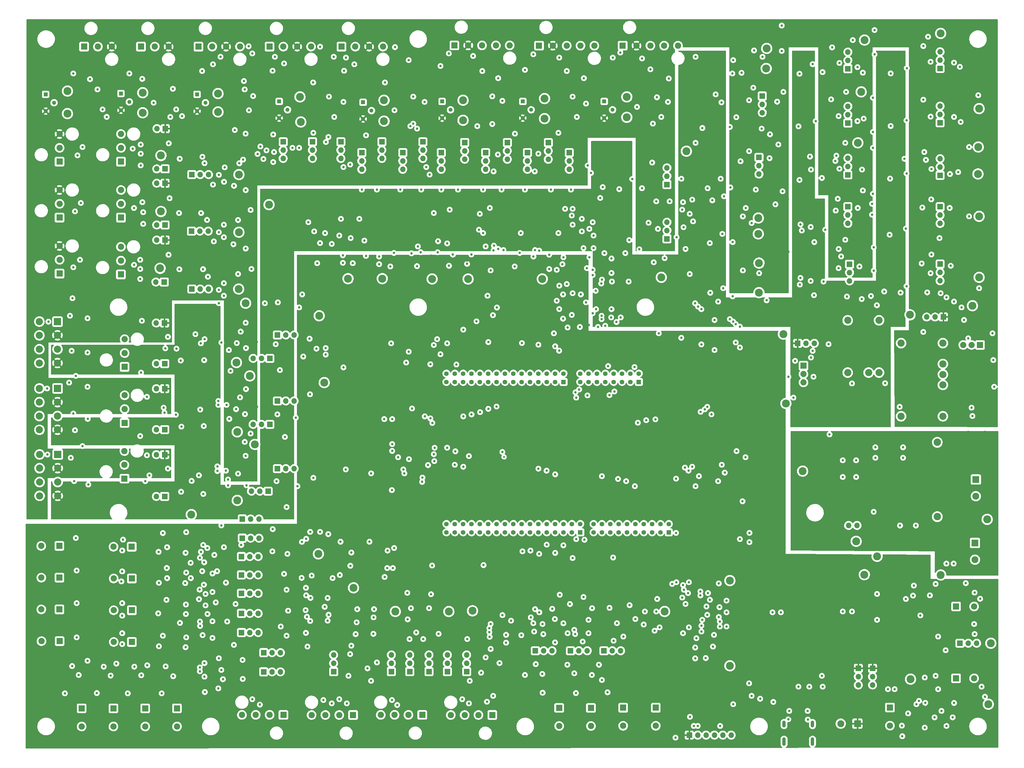
<source format=gbr>
%TF.GenerationSoftware,KiCad,Pcbnew,(6.0.10)*%
%TF.CreationDate,2024-08-19T09:21:51-04:00*%
%TF.ProjectId,ExoFlex_Kicad,45786f46-6c65-4785-9f4b-696361642e6b,rev?*%
%TF.SameCoordinates,Original*%
%TF.FileFunction,Copper,L2,Inr*%
%TF.FilePolarity,Positive*%
%FSLAX46Y46*%
G04 Gerber Fmt 4.6, Leading zero omitted, Abs format (unit mm)*
G04 Created by KiCad (PCBNEW (6.0.10)) date 2024-08-19 09:21:51*
%MOMM*%
%LPD*%
G01*
G04 APERTURE LIST*
%TA.AperFunction,ComponentPad*%
%ADD10C,2.400000*%
%TD*%
%TA.AperFunction,ComponentPad*%
%ADD11R,1.900000X1.900000*%
%TD*%
%TA.AperFunction,ComponentPad*%
%ADD12C,1.900000*%
%TD*%
%TA.AperFunction,ComponentPad*%
%ADD13R,2.100000X2.100000*%
%TD*%
%TA.AperFunction,ComponentPad*%
%ADD14C,2.100000*%
%TD*%
%TA.AperFunction,ComponentPad*%
%ADD15R,1.700000X1.700000*%
%TD*%
%TA.AperFunction,ComponentPad*%
%ADD16O,1.700000X1.700000*%
%TD*%
%TA.AperFunction,ComponentPad*%
%ADD17R,1.222000X1.222000*%
%TD*%
%TA.AperFunction,ComponentPad*%
%ADD18C,1.222000*%
%TD*%
%TA.AperFunction,ComponentPad*%
%ADD19C,1.390000*%
%TD*%
%TA.AperFunction,ComponentPad*%
%ADD20R,1.390000X1.390000*%
%TD*%
%TA.AperFunction,ComponentPad*%
%ADD21R,1.879600X1.879600*%
%TD*%
%TA.AperFunction,ComponentPad*%
%ADD22C,1.879600*%
%TD*%
%TA.AperFunction,ComponentPad*%
%ADD23C,2.184400*%
%TD*%
%TA.AperFunction,ComponentPad*%
%ADD24C,2.250000*%
%TD*%
%TA.AperFunction,ComponentPad*%
%ADD25R,2.175000X2.175000*%
%TD*%
%TA.AperFunction,ComponentPad*%
%ADD26C,2.175000*%
%TD*%
%TA.AperFunction,ComponentPad*%
%ADD27O,1.036000X2.100000*%
%TD*%
%TA.AperFunction,ComponentPad*%
%ADD28O,1.100000X2.600000*%
%TD*%
%TA.AperFunction,ViaPad*%
%ADD29C,0.750000*%
%TD*%
%TA.AperFunction,ViaPad*%
%ADD30C,0.600000*%
%TD*%
G04 APERTURE END LIST*
D10*
%TO.N,IN USE*%
%TO.C,TP32*%
X323342000Y-231902000D03*
%TD*%
D11*
%TO.N,Net-(J4-Pad1)*%
%TO.C,J4*%
X313524001Y-224028000D03*
D12*
%TO.N,Net-(D174-Pad1)*%
X319024000Y-224028000D03*
%TD*%
D10*
%TO.N,POS_FSR_SEC*%
%TO.C,TP117*%
X154432000Y-102600000D03*
%TD*%
%TO.N,M_FSR_POS_LIM3*%
%TO.C,TP113*%
X139828000Y-54610000D03*
%TD*%
D13*
%TO.N,+5V*%
%TO.C,J81*%
X283602000Y-237810501D03*
D14*
%TO.N,GND*%
X278522000Y-237810501D03*
%TD*%
D10*
%TO.N,EVE_AMP_LIM_DATA1*%
%TO.C,TP37*%
X72085000Y-65070002D03*
%TD*%
D15*
%TO.N,+5V*%
%TO.C,J7*%
X283852500Y-220980000D03*
D16*
%TO.N,/POWER TREE/6.1A*%
X283852500Y-223520000D03*
%TO.N,Net-(J7-Pad3)*%
X283852500Y-226060000D03*
%TD*%
D10*
%TO.N,Net-(D2-Pad3)*%
%TO.C,TP3*%
X323000000Y-175700000D03*
%TD*%
D15*
%TO.N,+5VA*%
%TO.C,J77*%
X73213000Y-135947004D03*
D16*
%TO.N,DOR_TOR_POT1*%
X70673000Y-135947004D03*
%TD*%
D11*
%TO.N,EVE_TOR_POT2*%
%TO.C,J22*%
X61041000Y-129328003D03*
D12*
%TO.N,EVE_TOR_LIM*%
X61041000Y-125128004D03*
%TO.N,EVE_TOR_POT1*%
X61041000Y-120928005D03*
%TD*%
D10*
%TO.N,M_FSR_POS2*%
%TO.C,TP110*%
X114300000Y-47244000D03*
%TD*%
D11*
%TO.N,DOR_TOR_POT2*%
%TO.C,J23*%
X61041000Y-146372001D03*
D12*
%TO.N,DOR_TOR_LIM*%
X61041000Y-142172002D03*
%TO.N,DOR_TOR_POT1*%
X61041000Y-137972003D03*
%TD*%
D11*
%TO.N,LC_POS3_INT*%
%TO.C,J45*%
X212302002Y-31672000D03*
D12*
%TO.N,+5VA*%
X216502001Y-31672000D03*
%TO.N,LC_POS3*%
X220702000Y-31672000D03*
%TO.N,GND*%
X224902000Y-31672000D03*
X229101999Y-31672000D03*
%TD*%
D15*
%TO.N,Net-(C42-Pad1)*%
%TO.C,J100*%
X142036000Y-221977999D03*
D16*
%TO.N,M_REC_PROX1*%
X142036000Y-219437999D03*
%TO.N,Net-(J100-Pad3)*%
X142036000Y-216897999D03*
%TD*%
D11*
%TO.N,GND*%
%TO.C,J13*%
X41287000Y-66938003D03*
D12*
%TO.N,EVE_AMP_OUT*%
X41287000Y-62738004D03*
%TO.N,+5VA*%
X41287000Y-58538005D03*
%TD*%
D15*
%TO.N,LC_POS3_INT*%
%TO.C,J120*%
X196052000Y-64180000D03*
D16*
%TO.N,Net-(D170-Pad1)*%
X196052000Y-66720000D03*
%TO.N,GND*%
X196052000Y-69260000D03*
%TD*%
D15*
%TO.N,Net-(D183-Pad1)*%
%TO.C,J132*%
X225760000Y-90401000D03*
D16*
%TO.N,ANA_LIM_DATA*%
X225760000Y-87861000D03*
%TO.N,Net-(J132-Pad3)*%
X225760000Y-85321000D03*
%TD*%
D15*
%TO.N,Net-(D90-Pad1)*%
%TO.C,J68*%
X308702000Y-98059000D03*
D16*
%TO.N,EXT_TOR_LIM_DATA*%
X308702000Y-100599000D03*
%TO.N,Net-(J68-Pad3)*%
X308702000Y-103139000D03*
%TD*%
D10*
%TO.N,DOR_TOR_DATA1*%
%TO.C,TP62*%
X95250000Y-149098000D03*
%TD*%
D15*
%TO.N,Net-(D119-Pad1)*%
%TO.C,J92*%
X96778000Y-181412000D03*
D16*
%TO.N,SWMAX2*%
X99318000Y-181412000D03*
%TO.N,GND*%
X101858000Y-181412000D03*
%TD*%
D15*
%TO.N,GND*%
%TO.C,J78*%
X73213000Y-148393004D03*
D16*
%TO.N,DOR_TOR_POT2*%
X70673000Y-148393004D03*
%TD*%
D10*
%TO.N,EXT_AMP_LIM_DATA1*%
%TO.C,TP42*%
X71831000Y-99360002D03*
%TD*%
D15*
%TO.N,Net-(D15-Pad1)*%
%TO.C,J74*%
X81444500Y-105661496D03*
D16*
%TO.N,Net-(D20-Pad1)*%
X83984500Y-105661496D03*
%TO.N,GND*%
X86524500Y-105661496D03*
%TD*%
D17*
%TO.N,GND*%
%TO.C,RV3*%
X83058000Y-46482000D03*
D18*
%TO.N,M_FSR_POS_LIM1*%
X85598000Y-49022000D03*
%TO.N,+5VA*%
X83058000Y-51562000D03*
%TD*%
D15*
%TO.N,REC_PROX2_INT*%
%TO.C,J127*%
X164896000Y-221977999D03*
D16*
%TO.N,Net-(D178-Pad1)*%
X164896000Y-219437999D03*
%TO.N,GND*%
X164896000Y-216897999D03*
%TD*%
D15*
%TO.N,Net-(D153-Pad1)*%
%TO.C,J111*%
X118074000Y-60863000D03*
D16*
%TO.N,Net-(D155-Pad1)*%
X118074000Y-63403000D03*
%TO.N,GND*%
X118074000Y-65943000D03*
%TD*%
D15*
%TO.N,Net-(D141-Pad1)*%
%TO.C,J105*%
X196464000Y-215646000D03*
D16*
%TO.N,M_BUT_POS2*%
X199004000Y-215646000D03*
%TO.N,Net-(J105-Pad3)*%
X201544000Y-215646000D03*
%TD*%
D15*
%TO.N,Net-(D142-Pad1)*%
%TO.C,J106*%
X206609000Y-215646000D03*
D16*
%TO.N,M_BUT_POS3*%
X209149000Y-215646000D03*
%TO.N,Net-(J106-Pad3)*%
X211689000Y-215646000D03*
%TD*%
D15*
%TO.N,Net-(D58-Pad1)*%
%TO.C,J67*%
X308702000Y-71105000D03*
D16*
%TO.N,EXT_AMP_LIM_DATA*%
X308702000Y-68565000D03*
%TO.N,Net-(J67-Pad3)*%
X308702000Y-66025000D03*
%TD*%
D10*
%TO.N,M_LC_POS2*%
%TO.C,TP96*%
X188582000Y-47752000D03*
%TD*%
%TO.N,EXT_TOR_DATA1*%
%TO.C,TP11*%
X253702000Y-97769000D03*
%TD*%
D11*
%TO.N,Net-(J35-Pad1)*%
%TO.C,J35*%
X48000000Y-233172000D03*
D12*
%TO.N,BUT_PROX_LEFT1*%
X48000000Y-238671999D03*
%TD*%
D10*
%TO.N,TOR_SEC*%
%TO.C,TP68*%
X120142000Y-113800000D03*
%TD*%
D15*
%TO.N,+5VA*%
%TO.C,J64*%
X73335000Y-90749002D03*
D16*
%TO.N,EXT_AMP_POT1*%
X70795000Y-90749002D03*
%TD*%
D15*
%TO.N,+5V*%
%TO.C,J57*%
X232542000Y-241300000D03*
D16*
%TO.N,GND*%
X235082000Y-241300000D03*
%TO.N,CAN_TD*%
X237622000Y-241300000D03*
%TO.N,CAN_RD*%
X240162000Y-241300000D03*
%TO.N,/CONNECTOR (OTHERS)/CANH*%
X242702000Y-241300000D03*
%TO.N,/CONNECTOR (OTHERS)/CANL*%
X245242000Y-241300000D03*
%TD*%
D15*
%TO.N,EMI_PROX1_INT*%
%TO.C,J124*%
X124510000Y-221992999D03*
D16*
%TO.N,Net-(D179-Pad1)*%
X124510000Y-219452999D03*
%TO.N,GND*%
X124510000Y-216912999D03*
%TD*%
D10*
%TO.N,EXT_AMP_DATA1*%
%TO.C,TP41*%
X95682000Y-105654000D03*
%TD*%
D15*
%TO.N,Net-(D152-Pad1)*%
%TO.C,J110*%
X109184000Y-60878000D03*
D16*
%TO.N,Net-(D154-Pad1)*%
X109184000Y-63418000D03*
%TO.N,GND*%
X109184000Y-65958000D03*
%TD*%
D19*
%TO.N,EVE_AMP_DATA*%
%TO.C,J10*%
X194346500Y-131372000D03*
D20*
%TO.N,/STM SIGNALS/PD7*%
X194346500Y-133912000D03*
D19*
%TO.N,EVE_AMP_LIM_DATA*%
X191806500Y-131372000D03*
%TO.N,/STM SIGNALS/PD6*%
X191806500Y-133912000D03*
%TO.N,/STM SIGNALS/PC3*%
X189266500Y-131372000D03*
%TO.N,/STM SIGNALS/PD5*%
X189266500Y-133912000D03*
%TO.N,DOR_AMP_DATA*%
X186726500Y-131372000D03*
%TO.N,/STM SIGNALS/PD4*%
X186726500Y-133912000D03*
%TO.N,/STM SIGNALS/PC2*%
X184186500Y-131372000D03*
%TO.N,/STM SIGNALS/PD3*%
X184186500Y-133912000D03*
%TO.N,DOR_AMP_LIM_DATA*%
X181646500Y-131372000D03*
%TO.N,GND*%
X181646500Y-133912000D03*
%TO.N,/STM SIGNALS/PB2*%
X179106500Y-131372000D03*
%TO.N,/STM SIGNALS/PE2*%
X179106500Y-133912000D03*
%TO.N,/STM SIGNALS/PE9*%
X176566500Y-131372000D03*
%TO.N,/STM SIGNALS/PE4*%
X176566500Y-133912000D03*
%TO.N,/STM SIGNALS/PB5*%
X174026500Y-131372000D03*
%TO.N,SW&INT_SG0*%
X174026500Y-133912000D03*
%TO.N,ANA_DATA*%
X171486500Y-131372000D03*
%TO.N,SW&INT_SG1*%
X171486500Y-133912000D03*
%TO.N,/STM SIGNALS/PF15*%
X168946500Y-131372000D03*
%TO.N,SW&INT_SG2*%
X168946500Y-133912000D03*
%TO.N,GND*%
X166406500Y-131372000D03*
%TO.N,SW&INT_SG3*%
X166406500Y-133912000D03*
%TO.N,CAN_RD*%
X163866500Y-131372000D03*
%TO.N,SW&INT*%
X163866500Y-133912000D03*
%TO.N,CAN_TD*%
X161326500Y-131372000D03*
%TO.N,/STM SIGNALS/PF9*%
X161326500Y-133912000D03*
%TO.N,/STM SIGNALS/PB14*%
X158786500Y-131372000D03*
%TO.N,/STM SIGNALS/PD10*%
X158786500Y-133912000D03*
%TD*%
D10*
%TO.N,GND*%
%TO.C,TP17*%
X266954000Y-161036000D03*
%TD*%
D11*
%TO.N,DOR_AMP_POT2*%
%TO.C,J20*%
X59944000Y-83956003D03*
D12*
%TO.N,DOR_AMP_LIM*%
X59944000Y-79756004D03*
%TO.N,DOR_AMP_POT1*%
X59944000Y-75556005D03*
%TD*%
D11*
%TO.N,Net-(J27-Pad1)*%
%TO.C,J27*%
X41255000Y-193418002D03*
D12*
%TO.N,MAX_SW_2*%
X35755001Y-193418002D03*
%TD*%
D10*
%TO.N,GND*%
%TO.C,TP20*%
X244856000Y-220218000D03*
%TD*%
%TO.N,GND*%
%TO.C,TP18*%
X104902000Y-80010000D03*
%TD*%
D15*
%TO.N,Net-(D125-Pad1)*%
%TO.C,J93*%
X96524000Y-192588000D03*
D16*
%TO.N,SWMAX4*%
X99064000Y-192588000D03*
%TO.N,GND*%
X101604000Y-192588000D03*
%TD*%
D15*
%TO.N,Net-(D12-Pad1)*%
%TO.C,J73*%
X81344500Y-88061496D03*
D16*
%TO.N,Net-(D18-Pad1)*%
X83884500Y-88061496D03*
%TO.N,GND*%
X86424500Y-88061496D03*
%TD*%
D10*
%TO.N,DOR_TOR_LIM_DATA1*%
%TO.C,TP60*%
X99060000Y-132080000D03*
%TD*%
D15*
%TO.N,LC_POS2_INT*%
%TO.C,J119*%
X183352000Y-64180000D03*
D16*
%TO.N,Net-(D169-Pad1)*%
X183352000Y-66720000D03*
%TO.N,GND*%
X183352000Y-69260000D03*
%TD*%
D15*
%TO.N,Net-(D132-Pad1)*%
%TO.C,J95*%
X103286000Y-216210000D03*
D16*
%TO.N,M_BUT_PROX_R1*%
X105826000Y-216210000D03*
%TO.N,Net-(J95-Pad3)*%
X108366000Y-216210000D03*
%TD*%
D11*
%TO.N,GND*%
%TO.C,J54*%
X66010001Y-31963001D03*
D12*
%TO.N,TEMP_OUT_2*%
X70210000Y-31963001D03*
%TO.N,+5VA*%
X74409999Y-31963001D03*
%TD*%
D11*
%TO.N,Net-(J47-Pad1)*%
%TO.C,J47*%
X202663001Y-233022002D03*
D12*
%TO.N,BUT_POS2*%
X202663001Y-238522001D03*
%TD*%
D10*
%TO.N,Net-(Q1-Pad1)*%
%TO.C,TP5*%
X285700000Y-192500000D03*
%TD*%
D21*
%TO.N,Net-(R57-Pad1)*%
%TO.C,U124*%
X320814900Y-122664000D03*
D22*
%TO.N,Net-(D6-Pad1)*%
X318274900Y-122664000D03*
%TO.N,Net-(C213-Pad1)*%
X315734900Y-122664000D03*
%TD*%
D15*
%TO.N,Net-(D182-Pad1)*%
%TO.C,J131*%
X225760000Y-73886000D03*
D16*
%TO.N,ANA_DATA*%
X225760000Y-71346000D03*
%TO.N,Net-(J131-Pad3)*%
X225760000Y-68806000D03*
%TD*%
D10*
%TO.N,MAX_SW_SEC*%
%TO.C,TP84*%
X119900000Y-186200000D03*
%TD*%
D11*
%TO.N,Net-(J48-Pad1)*%
%TO.C,J48*%
X212451000Y-232970001D03*
D12*
%TO.N,BUT_POS3*%
X212451000Y-238470000D03*
%TD*%
D15*
%TO.N,Net-(D76-Pad1)*%
%TO.C,J86*%
X104633000Y-167132000D03*
D16*
%TO.N,Net-(D77-Pad1)*%
X102093000Y-167132000D03*
%TO.N,GND*%
X99553000Y-167132000D03*
%TD*%
D10*
%TO.N,M_FSR_POS3*%
%TO.C,TP112*%
X139828000Y-48260000D03*
%TD*%
D15*
%TO.N,Net-(D124-Pad1)*%
%TO.C,J94*%
X96539000Y-198176000D03*
D16*
%TO.N,SWMAX5*%
X99079000Y-198176000D03*
%TO.N,GND*%
X101619000Y-198176000D03*
%TD*%
D15*
%TO.N,+5VA*%
%TO.C,J5*%
X309727000Y-114172000D03*
D16*
%TO.N,Net-(D6-Pad1)*%
X307187000Y-114172000D03*
%TO.N,unconnected-(J5-Pad3)*%
X304647000Y-114172000D03*
%TD*%
D10*
%TO.N,/POWER SECURITY/24VB*%
%TO.C,TP2*%
X283200500Y-182372000D03*
%TD*%
D15*
%TO.N,REC_PROX1_INT*%
%TO.C,J125*%
X147624000Y-221977999D03*
D16*
%TO.N,Net-(D180-Pad1)*%
X147624000Y-219437999D03*
%TO.N,GND*%
X147624000Y-216897999D03*
%TD*%
D10*
%TO.N,DOR_TOR_DATA1*%
%TO.C,TP13*%
X253492000Y-84074000D03*
%TD*%
D11*
%TO.N,EVE_AMP_POT2*%
%TO.C,J19*%
X59944000Y-66938003D03*
D12*
%TO.N,EVE_AMP_LIM*%
X59944000Y-62738004D03*
%TO.N,EVE_AMP_POT1*%
X59944000Y-58538005D03*
%TD*%
D17*
%TO.N,GND*%
%TO.C,RV6*%
X37084000Y-46482000D03*
D18*
%TO.N,M_TEMP_LIM1*%
X39624000Y-49022000D03*
%TO.N,+5VA*%
X37084000Y-51562000D03*
%TD*%
D10*
%TO.N,TEMP_SEC*%
%TO.C,TP124*%
X139300000Y-102500000D03*
%TD*%
D15*
%TO.N,Net-(D120-Pad1)*%
%TO.C,J90*%
X96524000Y-187000000D03*
D16*
%TO.N,SWMAX3*%
X99064000Y-187000000D03*
%TO.N,GND*%
X101604000Y-187000000D03*
%TD*%
D11*
%TO.N,Net-(J26-Pad1)*%
%TO.C,J26*%
X63194000Y-184020000D03*
D12*
%TO.N,MIN_SW_1*%
X57694001Y-184020000D03*
%TD*%
D15*
%TO.N,Net-(C43-Pad1)*%
%TO.C,J96*%
X159054000Y-221977999D03*
D16*
%TO.N,M_REC_PROX2*%
X159054000Y-219437999D03*
%TO.N,Net-(J96-Pad3)*%
X159054000Y-216897999D03*
%TD*%
D15*
%TO.N,Net-(D46-Pad1)*%
%TO.C,J58*%
X280702000Y-55197000D03*
D16*
%TO.N,DOR_AMP_DATA*%
X280702000Y-52657000D03*
%TO.N,Net-(J58-Pad3)*%
X280702000Y-50117000D03*
%TD*%
D10*
%TO.N,POS_BUT_SEC*%
%TO.C,TP107*%
X225044000Y-203708000D03*
%TD*%
%TO.N,INT_POS_SEC*%
%TO.C,TP126*%
X165354000Y-102616000D03*
%TD*%
D11*
%TO.N,GND*%
%TO.C,J49*%
X83468004Y-31963001D03*
D12*
%TO.N,FSR_POS1*%
X87668003Y-31963001D03*
%TO.N,+5VA*%
X91868002Y-31963001D03*
%TO.N,FSR_POS1_INT*%
X96068002Y-31963001D03*
%TD*%
D11*
%TO.N,Net-(J34-Pad1)*%
%TO.C,J34*%
X313533501Y-202184000D03*
D12*
%TO.N,RESET*%
X319033500Y-202184000D03*
%TD*%
D10*
%TO.N,LEFTRIGHT_SEC*%
%TO.C,TP85*%
X130556000Y-196500000D03*
%TD*%
%TO.N,EVE_TOR_DATA1*%
%TO.C,TP61*%
X94996000Y-128016000D03*
%TD*%
D11*
%TO.N,EXT_TOR_POT2*%
%TO.C,J24*%
X60993000Y-163328003D03*
D12*
%TO.N,EXT_TOR_LIM*%
X60993000Y-159128004D03*
%TO.N,EXT_TOR_POT1*%
X60993000Y-154928005D03*
%TD*%
D11*
%TO.N,Net-(J32-Pad1)*%
%TO.C,J32*%
X63246000Y-212976000D03*
D12*
%TO.N,MAX_SW_5*%
X57746001Y-212976000D03*
%TD*%
D11*
%TO.N,LC_POS2_INT*%
%TO.C,J44*%
X186902002Y-31672000D03*
D12*
%TO.N,+5VA*%
X191102001Y-31672000D03*
%TO.N,LC_POS2*%
X195302000Y-31672000D03*
%TO.N,GND*%
X199502000Y-31672000D03*
X203701999Y-31672000D03*
%TD*%
D23*
%TO.N,Net-(C11-Pad1)*%
%TO.C,U7*%
X280630000Y-131064000D03*
%TO.N,Net-(C5-Pad1)*%
X286980000Y-131064000D03*
%TO.N,unconnected-(U7-Pad3)*%
X290155000Y-131064000D03*
%TO.N,Net-(R7-Pad2)*%
X290155000Y-115189000D03*
%TO.N,GND*%
X280630000Y-115189000D03*
%TD*%
D10*
%TO.N,M_TEMP_1*%
%TO.C,TP118*%
X43688000Y-45466000D03*
%TD*%
%TO.N,DOR_AMP_DATA1*%
%TO.C,TP23*%
X284734000Y-45720000D03*
%TD*%
D23*
%TO.N,GND*%
%TO.C,U5*%
X296852000Y-144348000D03*
%TO.N,Net-(C6-Pad1)*%
X309552000Y-144348000D03*
%TO.N,unconnected-(U5-Pad3)*%
X309552000Y-134823000D03*
%TO.N,Net-(R5-Pad2)*%
X309552000Y-131648000D03*
%TO.N,Net-(C213-Pad1)*%
X309552000Y-128473000D03*
X309552000Y-122123000D03*
%TO.N,GND*%
X296852000Y-122123000D03*
%TD*%
D19*
%TO.N,/STM SIGNALS/VDDA*%
%TO.C,J12*%
X199426500Y-177100000D03*
D20*
%TO.N,SWMAX1*%
X199426500Y-179640000D03*
D19*
%TO.N,/STM SIGNALS/AGND*%
X196886500Y-177100000D03*
%TO.N,SWMIN1*%
X196886500Y-179640000D03*
%TO.N,GND*%
X194346500Y-177100000D03*
%TO.N,SWMAX2*%
X194346500Y-179640000D03*
%TO.N,EXT_AMP_LIM_DATA*%
X191806500Y-177100000D03*
%TO.N,SWMIN2*%
X191806500Y-179640000D03*
%TO.N,EVE_TOR_DATA*%
X189266500Y-177100000D03*
%TO.N,SWMAX3*%
X189266500Y-179640000D03*
%TO.N,EVE_TOR_LIM_DATA*%
X186726500Y-177100000D03*
%TO.N,SWMIN3*%
X186726500Y-179640000D03*
%TO.N,/STM SIGNALS/PC6*%
X184186500Y-177100000D03*
%TO.N,SWMAX4*%
X184186500Y-179640000D03*
%TO.N,/STM SIGNALS/PPB2*%
X181646500Y-177100000D03*
%TO.N,SWMAX5*%
X181646500Y-179640000D03*
%TO.N,GND*%
X179106500Y-177100000D03*
%TO.N,ALIM_SEC*%
X179106500Y-179640000D03*
%TO.N,/STM SIGNALS/PD13*%
X176566500Y-177100000D03*
%TO.N,IN USE*%
X176566500Y-179640000D03*
%TO.N,/STM SIGNALS/PD12*%
X174026500Y-177100000D03*
%TO.N,GND*%
X174026500Y-179640000D03*
%TO.N,/STM SIGNALS/PD11*%
X171486500Y-177100000D03*
%TO.N,/STM SIGNALS/PE10*%
X171486500Y-179640000D03*
%TO.N,/STM SIGNALS/PPE2*%
X168946500Y-177100000D03*
%TO.N,/STM SIGNALS/PE12*%
X168946500Y-179640000D03*
%TO.N,GND*%
X166406500Y-177100000D03*
%TO.N,/STM SIGNALS/PPE6*%
X166406500Y-179640000D03*
%TO.N,DOR_TOR_DATA*%
X163866500Y-177100000D03*
%TO.N,/STM SIGNALS/PE15*%
X163866500Y-179640000D03*
%TO.N,DOR_TOR_LIM_DATA*%
X161326500Y-177100000D03*
%TO.N,/STM SIGNALS/PB10*%
X161326500Y-179640000D03*
%TO.N,/STM SIGNALS/PE0*%
X158786500Y-177100000D03*
%TO.N,/STM SIGNALS/PB11*%
X158786500Y-179640000D03*
%TD*%
D11*
%TO.N,GND*%
%TO.C,J41*%
X151433999Y-235143001D03*
D12*
X147234000Y-235143001D03*
%TO.N,Net-(J41-Pad3)*%
X143034001Y-235143001D03*
%TO.N,EMI_PROX2_INT*%
X138834001Y-235143001D03*
%TD*%
D15*
%TO.N,Net-(D83-Pad1)*%
%TO.C,J87*%
X281202000Y-98107000D03*
D16*
%TO.N,EXT_TOR_DATA*%
X281202000Y-100647000D03*
%TO.N,Net-(J87-Pad3)*%
X281202000Y-103187000D03*
%TD*%
D15*
%TO.N,+5VA*%
%TO.C,J62*%
X73406000Y-56896000D03*
D16*
%TO.N,EVE_AMP_POT1*%
X70866000Y-56896000D03*
%TD*%
D17*
%TO.N,GND*%
%TO.C,RV4*%
X107978000Y-48632000D03*
D18*
%TO.N,M_FSR_POS_LIM2*%
X110518000Y-51172000D03*
%TO.N,+5VA*%
X107978000Y-53712000D03*
%TD*%
D10*
%TO.N,EXT_TOR_DATA1*%
%TO.C,TP64*%
X95250000Y-169926000D03*
%TD*%
%TO.N,M_LC_POS_LIM2*%
%TO.C,TP97*%
X188582000Y-53848000D03*
%TD*%
%TO.N,EVE_AMP_DATA1*%
%TO.C,TP4*%
X285750000Y-29972000D03*
%TD*%
D15*
%TO.N,GND*%
%TO.C,J61*%
X73335000Y-86177002D03*
D16*
%TO.N,DOR_AMP_POT2*%
X70795000Y-86177002D03*
%TD*%
D11*
%TO.N,GND*%
%TO.C,J40*%
X130419999Y-235172000D03*
D12*
%TO.N,REC_PROX1*%
X126220000Y-235172000D03*
%TO.N,Net-(J40-Pad3)*%
X122020001Y-235172000D03*
%TO.N,REC_PROX1_INT*%
X117820001Y-235172000D03*
%TD*%
D10*
%TO.N,M_TEMP_2*%
%TO.C,TP120*%
X66548000Y-45974000D03*
%TD*%
D15*
%TO.N,GND*%
%TO.C,J80*%
X73213000Y-168713004D03*
D16*
%TO.N,EXT_TOR_POT2*%
X70673000Y-168713004D03*
%TD*%
D15*
%TO.N,Net-(D98-Pad1)*%
%TO.C,J69*%
X253702000Y-65632000D03*
D16*
%TO.N,EVE_TOR_LIM_DATA*%
X253702000Y-68172000D03*
%TO.N,Net-(J69-Pad3)*%
X253702000Y-70712000D03*
%TD*%
D10*
%TO.N,M_FSR_POS1*%
%TO.C,TP108*%
X89408000Y-46228000D03*
%TD*%
%TO.N,SW&INT*%
%TO.C,TP128*%
X244856000Y-194310000D03*
%TD*%
D15*
%TO.N,Net-(D162-Pad1)*%
%TO.C,J102*%
X164302000Y-61117000D03*
D16*
%TO.N,Net-(D166-Pad1)*%
X164302000Y-63657000D03*
%TO.N,Net-(J102-Pad3)*%
X164302000Y-66197000D03*
%TD*%
D10*
%TO.N,EVE_TOR_DATA1*%
%TO.C,TP12*%
X256032000Y-32512000D03*
%TD*%
D15*
%TO.N,+5V*%
%TO.C,J71*%
X288170500Y-220965000D03*
D16*
%TO.N,/POWER TREE/6.1A*%
X288170500Y-223505000D03*
%TO.N,Net-(J7-Pad3)*%
X288170500Y-226045000D03*
%TD*%
D15*
%TO.N,FSR_POS2_INT*%
%TO.C,J122*%
X145506000Y-64195000D03*
D16*
%TO.N,Net-(D172-Pad1)*%
X145506000Y-66735000D03*
%TO.N,GND*%
X145506000Y-69275000D03*
%TD*%
D10*
%TO.N,EXT_AMP_LIM_DATA1*%
%TO.C,TP27*%
X320294000Y-62484000D03*
%TD*%
D11*
%TO.N,GND*%
%TO.C,J39*%
X109269999Y-235143001D03*
D12*
X105070000Y-235143001D03*
%TO.N,Net-(J39-Pad3)*%
X100870001Y-235143001D03*
%TO.N,EMI_PROX1_INT*%
X96670001Y-235143001D03*
%TD*%
D15*
%TO.N,GND*%
%TO.C,J63*%
X73355000Y-69134002D03*
D16*
%TO.N,EVE_AMP_POT2*%
X70815000Y-69134002D03*
%TD*%
D15*
%TO.N,Net-(D150-Pad1)*%
%TO.C,J109*%
X151602000Y-60878000D03*
D16*
%TO.N,Net-(D151-Pad1)*%
X151602000Y-63418000D03*
%TO.N,Net-(J109-Pad3)*%
X151602000Y-65958000D03*
%TD*%
D21*
%TO.N,Net-(R73-Pad1)*%
%TO.C,U123*%
X267206000Y-128986500D03*
D22*
%TO.N,Net-(C214-Pad1)*%
X267206000Y-131526500D03*
%TO.N,Net-(C11-Pad1)*%
X267206000Y-134066500D03*
%TD*%
D17*
%TO.N,GND*%
%TO.C,RV2*%
X206702000Y-48632000D03*
D18*
%TO.N,M_LC_POS_LIM3*%
X209242000Y-51172000D03*
%TO.N,+5VA*%
X206702000Y-53712000D03*
%TD*%
D11*
%TO.N,Net-(J30-Pad1)*%
%TO.C,J30*%
X63246000Y-203324000D03*
D12*
%TO.N,MIN_SW_3*%
X57746001Y-203324000D03*
%TD*%
D10*
%TO.N,Net-(R219-Pad1)*%
%TO.C,TP81*%
X253702000Y-106769000D03*
%TD*%
%TO.N,M_FSR_POS_LIM1*%
%TO.C,TP109*%
X89408000Y-51816000D03*
%TD*%
%TO.N,Net-(C11-Pad1)*%
%TO.C,TP6*%
X261874000Y-140462000D03*
%TD*%
%TO.N,DOR_AMP_LIM_DATA1*%
%TO.C,TP40*%
X72085000Y-82088002D03*
%TD*%
D15*
%TO.N,Net-(D5-Pad1)*%
%TO.C,J82*%
X314721000Y-213360000D03*
D16*
%TO.N,ALIM_SEC*%
X317261000Y-213360000D03*
%TO.N,GND*%
X319801000Y-213360000D03*
%TD*%
D11*
%TO.N,GND*%
%TO.C,J50*%
X105058003Y-31963000D03*
D12*
%TO.N,FSR_POS2*%
X109258002Y-31963000D03*
%TO.N,+5VA*%
X113458001Y-31963000D03*
%TO.N,FSR_POS2_INT*%
X117658001Y-31963000D03*
%TD*%
D11*
%TO.N,GND*%
%TO.C,J53*%
X48738001Y-31963001D03*
D12*
%TO.N,TEMP_OUT_1*%
X52938000Y-31963001D03*
%TO.N,+5VA*%
X57137999Y-31963001D03*
%TD*%
D24*
%TO.N,/POWER SECURITY/24VF*%
%TO.C,F1*%
X307857500Y-152276000D03*
%TO.N,/POWER SECURITY/24VB*%
X307857500Y-174876000D03*
%TD*%
D10*
%TO.N,EVE_TOR_LIM_DATA1*%
%TO.C,TP59*%
X97790000Y-109982000D03*
%TD*%
D15*
%TO.N,DOR_TOR_INT*%
%TO.C,J116*%
X107442000Y-139700000D03*
D16*
%TO.N,Net-(D160-Pad1)*%
X109982000Y-139700000D03*
%TO.N,GND*%
X112522000Y-139700000D03*
%TD*%
D15*
%TO.N,Net-(D54-Pad1)*%
%TO.C,J59*%
X308702000Y-55103000D03*
D16*
%TO.N,DOR_AMP_LIM_DATA*%
X308702000Y-52563000D03*
%TO.N,Net-(J59-Pad3)*%
X308702000Y-50023000D03*
%TD*%
D15*
%TO.N,Net-(D130-Pad1)*%
%TO.C,J98*%
X96539000Y-204272000D03*
D16*
%TO.N,M_BUT_PROX_L1*%
X99079000Y-204272000D03*
%TO.N,Net-(J98-Pad3)*%
X101619000Y-204272000D03*
%TD*%
D17*
%TO.N,GND*%
%TO.C,RV7*%
X59944000Y-46228000D03*
D18*
%TO.N,M_TEMP_LIM2*%
X62484000Y-48768000D03*
%TO.N,+5VA*%
X59944000Y-51308000D03*
%TD*%
D15*
%TO.N,Net-(D131-Pad1)*%
%TO.C,J97*%
X96539000Y-210114000D03*
D16*
%TO.N,M_BUT_PROX_L2*%
X99079000Y-210114000D03*
%TO.N,Net-(J97-Pad3)*%
X101619000Y-210114000D03*
%TD*%
D15*
%TO.N,Net-(D140-Pad1)*%
%TO.C,J104*%
X185781000Y-215646000D03*
D16*
%TO.N,M_BUT_POS1*%
X188321000Y-215646000D03*
%TO.N,Net-(J104-Pad3)*%
X190861000Y-215646000D03*
%TD*%
D10*
%TO.N,M_LC_POS1*%
%TO.C,TP94*%
X163828000Y-48260000D03*
%TD*%
%TO.N,EXT_AMP_DATA1*%
%TO.C,TP26*%
X283718000Y-61214000D03*
%TD*%
%TO.N,EVE_AMP_DATA1*%
%TO.C,TP38*%
X95758000Y-70866000D03*
%TD*%
D15*
%TO.N,Net-(D147-Pad1)*%
%TO.C,J108*%
X126710000Y-60878000D03*
D16*
%TO.N,Net-(D149-Pad1)*%
X126710000Y-63418000D03*
%TO.N,Net-(J108-Pad3)*%
X126710000Y-65958000D03*
%TD*%
D15*
%TO.N,Net-(D45-Pad1)*%
%TO.C,J56*%
X308702000Y-38593000D03*
D16*
%TO.N,EVE_AMP_LIM_DATA*%
X308702000Y-36053000D03*
%TO.N,Net-(J56-Pad3)*%
X308702000Y-33513000D03*
%TD*%
D13*
%TO.N,Net-(D2-Pad3)*%
%TO.C,J3*%
X319287500Y-182880000D03*
D14*
%TO.N,GND*%
X319287500Y-187960000D03*
%TD*%
D11*
%TO.N,/CONNECTOR (OTHERS)/CANH*%
%TO.C,J52*%
X222357000Y-232970001D03*
D12*
%TO.N,/CONNECTOR (OTHERS)/CANL*%
X222357000Y-238470000D03*
%TD*%
D10*
%TO.N,Net-(TP1-PadTP)*%
%TO.C,TP1*%
X308900000Y-192600000D03*
%TD*%
D15*
%TO.N,Net-(D78-Pad1)*%
%TO.C,J89*%
X254712000Y-46958000D03*
D16*
%TO.N,EVE_TOR_DATA*%
X254712000Y-49498000D03*
%TO.N,Net-(J89-Pad3)*%
X254712000Y-52038000D03*
%TD*%
D19*
%TO.N,/STM SIGNALS/PPC6*%
%TO.C,J11*%
X226310000Y-177100000D03*
D20*
%TO.N,RESET*%
X226310000Y-179640000D03*
D19*
%TO.N,/STM SIGNALS/PB15*%
X223770000Y-177100000D03*
%TO.N,URG_SEC*%
X223770000Y-179640000D03*
%TO.N,/STM SIGNALS/PB13*%
X221230000Y-177100000D03*
%TO.N,/STM SIGNALS/AREF*%
X221230000Y-179640000D03*
%TO.N,/STM SIGNALS/D19*%
X218690000Y-177100000D03*
%TO.N,GND*%
X218690000Y-179640000D03*
%TO.N,/STM SIGNALS/PA15*%
X216150000Y-177100000D03*
%TO.N,EXT_TOR_DATA*%
X216150000Y-179640000D03*
%TO.N,/STM SIGNALS/PC7*%
X213610000Y-177100000D03*
%TO.N,EXT_TOR_LIM_DATA*%
X213610000Y-179640000D03*
%TO.N,/STM SIGNALS/PPB5*%
X211070000Y-177100000D03*
%TO.N,ANA_LIM_DATA*%
X211070000Y-179640000D03*
%TO.N,/STM SIGNALS/PB3*%
X208530000Y-177100000D03*
%TO.N,ANA_S0*%
X208530000Y-179640000D03*
%TO.N,EXT_AMP_DATA*%
X205990000Y-177100000D03*
%TO.N,ANA_S1*%
X205990000Y-179640000D03*
%TO.N,/STM SIGNALS/PB4*%
X203450000Y-177100000D03*
%TO.N,ANA_S2*%
X203450000Y-179640000D03*
%TD*%
D15*
%TO.N,+5VA*%
%TO.C,J60*%
X73335000Y-73477002D03*
D16*
%TO.N,DOR_AMP_POT1*%
X70795000Y-73477002D03*
%TD*%
D10*
%TO.N,EVE_TOR_LIM_DATA1*%
%TO.C,TP30*%
X231648000Y-63754000D03*
%TD*%
%TO.N,M_LC_POS3*%
%TO.C,TP98*%
X213560000Y-47244000D03*
%TD*%
D11*
%TO.N,Net-(J25-Pad1)*%
%TO.C,J25*%
X41218999Y-183766002D03*
D12*
%TO.N,MAX_SW_1*%
X35719000Y-183766002D03*
%TD*%
D15*
%TO.N,Net-(D107-Pad1)*%
%TO.C,J91*%
X96778000Y-175570000D03*
D16*
%TO.N,SWMAX1*%
X99318000Y-175570000D03*
%TO.N,GND*%
X101858000Y-175570000D03*
%TD*%
D10*
%TO.N,Net-(C214-Pad1)*%
%TO.C,TP8*%
X261112000Y-119380000D03*
%TD*%
D15*
%TO.N,Net-(D44-Pad1)*%
%TO.C,J55*%
X280702000Y-38687000D03*
D16*
%TO.N,EVE_AMP_DATA*%
X280702000Y-36147000D03*
%TO.N,Net-(J55-Pad3)*%
X280702000Y-33607000D03*
%TD*%
D11*
%TO.N,GND*%
%TO.C,J15*%
X41287000Y-100974003D03*
D12*
%TO.N,EXT_AMP_OUT*%
X41287000Y-96774004D03*
%TO.N,+5VA*%
X41287000Y-92574005D03*
%TD*%
D25*
%TO.N,EVE_TOR_INT*%
%TO.C,J16*%
X40669000Y-115560504D03*
D26*
%TO.N,+5VA*%
X40669000Y-119760504D03*
%TO.N,EVE_TOR_OUT+*%
X40669000Y-123960504D03*
%TO.N,-5VA*%
X40669000Y-128160504D03*
%TO.N,EVE_TOR_OUT-*%
X35169000Y-115560504D03*
%TO.N,GND*%
X35169000Y-119760504D03*
X35169000Y-123960504D03*
%TO.N,unconnected-(J16-Pad8)*%
X35169000Y-128160504D03*
%TD*%
D10*
%TO.N,Net-(D5-Pad1)*%
%TO.C,TP24*%
X324104000Y-213360000D03*
%TD*%
%TO.N,M_LC_POS_LIM1*%
%TO.C,TP95*%
X163828000Y-54356000D03*
%TD*%
%TO.N,INT_PROX_SEC*%
%TO.C,TP127*%
X166700000Y-203500000D03*
%TD*%
D15*
%TO.N,FSR_POS3_INT*%
%TO.C,J123*%
X157190000Y-64195000D03*
D16*
%TO.N,Net-(D173-Pad1)*%
X157190000Y-66735000D03*
%TO.N,GND*%
X157190000Y-69275000D03*
%TD*%
D15*
%TO.N,Net-(D57-Pad1)*%
%TO.C,J66*%
X280702000Y-70960000D03*
D16*
%TO.N,EXT_AMP_DATA*%
X280702000Y-68420000D03*
%TO.N,Net-(J66-Pad3)*%
X280702000Y-65880000D03*
%TD*%
D15*
%TO.N,+24V*%
%TO.C,J2*%
X285989000Y-177546000D03*
D16*
%TO.N,/POWER SECURITY/24VB*%
X283449000Y-177546000D03*
%TO.N,unconnected-(J2-Pad3)*%
X280909000Y-177546000D03*
%TD*%
D10*
%TO.N,INT_SENSOR_SEC*%
%TO.C,TP125*%
X121666000Y-134112000D03*
%TD*%
D15*
%TO.N,EVE_TOR_INT*%
%TO.C,J117*%
X107457000Y-119634000D03*
D16*
%TO.N,Net-(D161-Pad1)*%
X109997000Y-119634000D03*
%TO.N,GND*%
X112537000Y-119634000D03*
%TD*%
D10*
%TO.N,Net-(C213-Pad1)*%
%TO.C,TP10*%
X318516000Y-110744000D03*
%TD*%
D11*
%TO.N,GND*%
%TO.C,J42*%
X172702000Y-235172000D03*
D12*
%TO.N,REC_PROX2*%
X168502001Y-235172000D03*
%TO.N,Net-(J42-Pad3)*%
X164302002Y-235172000D03*
%TO.N,REC_PROX2_INT*%
X160102002Y-235172000D03*
%TD*%
D10*
%TO.N,EXT_TOR_LIM_DATA1*%
%TO.C,TP63*%
X100584000Y-152908000D03*
%TD*%
%TO.N,EVE_AMP_LIM_DATA1*%
%TO.C,TP22*%
X308864000Y-27940000D03*
%TD*%
%TO.N,M_LC_POS_LIM3*%
%TO.C,TP99*%
X213560000Y-53458000D03*
%TD*%
D11*
%TO.N,GND*%
%TO.C,J51*%
X126902003Y-31963000D03*
D12*
%TO.N,FSR_POS3*%
X131102002Y-31963000D03*
%TO.N,+5VA*%
X135302001Y-31963000D03*
%TO.N,FSR_POS3_INT*%
X139502001Y-31963000D03*
%TD*%
D15*
%TO.N,+5VA*%
%TO.C,J79*%
X73213000Y-156013004D03*
D16*
%TO.N,EXT_TOR_POT1*%
X70673000Y-156013004D03*
%TD*%
D15*
%TO.N,LC_POS1_INT*%
%TO.C,J118*%
X170652000Y-64195000D03*
D16*
%TO.N,Net-(D168-Pad1)*%
X170652000Y-66735000D03*
%TO.N,GND*%
X170652000Y-69275000D03*
%TD*%
D10*
%TO.N,POS_LC_SEC*%
%TO.C,TP103*%
X187900000Y-102600000D03*
%TD*%
D15*
%TO.N,Net-(D71-Pad1)*%
%TO.C,J85*%
X105141000Y-146812000D03*
D16*
%TO.N,Net-(D75-Pad1)*%
X102601000Y-146812000D03*
%TO.N,GND*%
X100061000Y-146812000D03*
%TD*%
D17*
%TO.N,GND*%
%TO.C,RV1*%
X181978000Y-48632000D03*
D18*
%TO.N,M_LC_POS_LIM2*%
X184518000Y-51172000D03*
%TO.N,+5VA*%
X181978000Y-53712000D03*
%TD*%
D10*
%TO.N,PROX_BUT_SEC*%
%TO.C,TP92*%
X143256000Y-203708000D03*
%TD*%
D11*
%TO.N,Net-(J36-Pad1)*%
%TO.C,J36*%
X57652000Y-233172000D03*
D12*
%TO.N,BUT_PROX_LEFT2*%
X57652000Y-238671999D03*
%TD*%
D11*
%TO.N,Net-(J37-Pad1)*%
%TO.C,J37*%
X67304000Y-233172000D03*
D12*
%TO.N,BUT_PROX_RIGHT1*%
X67304000Y-238671999D03*
%TD*%
D17*
%TO.N,GND*%
%TO.C,RV27*%
X157478000Y-48632000D03*
D18*
%TO.N,M_LC_POS_LIM1*%
X160018000Y-51172000D03*
%TO.N,+5VA*%
X157478000Y-53712000D03*
%TD*%
D11*
%TO.N,Net-(J29-Pad1)*%
%TO.C,J29*%
X41255000Y-203070002D03*
D12*
%TO.N,MAX_SW_3*%
X35755001Y-203070002D03*
%TD*%
D15*
%TO.N,Net-(D16-Pad1)*%
%TO.C,J72*%
X81444500Y-70861496D03*
D16*
%TO.N,Net-(D43-Pad1)*%
X83984500Y-70861496D03*
%TO.N,GND*%
X86524500Y-70861496D03*
%TD*%
D15*
%TO.N,FSR_POS1_INT*%
%TO.C,J121*%
X133060000Y-64180000D03*
D16*
%TO.N,Net-(D171-Pad1)*%
X133060000Y-66720000D03*
%TO.N,GND*%
X133060000Y-69260000D03*
%TD*%
D10*
%TO.N,DOR_AMP_DATA1*%
%TO.C,TP39*%
X95758000Y-88392000D03*
%TD*%
D15*
%TO.N,EMI_PROX2_INT*%
%TO.C,J126*%
X153466000Y-221977999D03*
D16*
%TO.N,Net-(D181-Pad1)*%
X153466000Y-219437999D03*
%TO.N,GND*%
X153466000Y-216897999D03*
%TD*%
D15*
%TO.N,+5VA*%
%TO.C,J75*%
X73193000Y-115981004D03*
D16*
%TO.N,EVE_TOR_POT1*%
X70653000Y-115981004D03*
%TD*%
D10*
%TO.N,GND*%
%TO.C,TP14*%
X81280000Y-174244000D03*
%TD*%
D17*
%TO.N,GND*%
%TO.C,RV5*%
X133478000Y-48886000D03*
D18*
%TO.N,M_FSR_POS_LIM3*%
X136018000Y-51426000D03*
%TO.N,+5VA*%
X133478000Y-53966000D03*
%TD*%
D10*
%TO.N,GND*%
%TO.C,TP21*%
X224028000Y-102108000D03*
%TD*%
%TO.N,M_TEMP_LIM2*%
%TO.C,TP121*%
X66548000Y-52070000D03*
%TD*%
D15*
%TO.N,Net-(D163-Pad1)*%
%TO.C,J101*%
X177256000Y-61132000D03*
D16*
%TO.N,Net-(D165-Pad1)*%
X177256000Y-63672000D03*
%TO.N,Net-(J101-Pad3)*%
X177256000Y-66212000D03*
%TD*%
D15*
%TO.N,Net-(D146-Pad1)*%
%TO.C,J107*%
X139156000Y-60878000D03*
D16*
%TO.N,Net-(D148-Pad1)*%
X139156000Y-63418000D03*
%TO.N,Net-(J107-Pad3)*%
X139156000Y-65958000D03*
%TD*%
D25*
%TO.N,DOR_TOR_INT*%
%TO.C,J17*%
X40677000Y-135872004D03*
D26*
%TO.N,+5VA*%
X40677000Y-140072004D03*
%TO.N,DOR_TOR_OUT+*%
X40677000Y-144272004D03*
%TO.N,-5VA*%
X40677000Y-148472004D03*
%TO.N,DOR_TOR_OUT-*%
X35177000Y-135872004D03*
%TO.N,GND*%
X35177000Y-140072004D03*
X35177000Y-144272004D03*
%TO.N,unconnected-(J17-Pad8)*%
X35177000Y-148472004D03*
%TD*%
D15*
%TO.N,Net-(D82-Pad1)*%
%TO.C,J88*%
X280702000Y-80622000D03*
D16*
%TO.N,DOR_TOR_DATA*%
X280702000Y-83162000D03*
%TO.N,Net-(J88-Pad3)*%
X280702000Y-85702000D03*
%TD*%
D11*
%TO.N,Net-(J28-Pad1)*%
%TO.C,J28*%
X63246000Y-193672000D03*
D12*
%TO.N,MIN_SW_2*%
X57746001Y-193672000D03*
%TD*%
D15*
%TO.N,Net-(D133-Pad1)*%
%TO.C,J99*%
X103271000Y-222052000D03*
D16*
%TO.N,M_BUT_PROX_R2*%
X105811000Y-222052000D03*
%TO.N,Net-(J99-Pad3)*%
X108351000Y-222052000D03*
%TD*%
D10*
%TO.N,DOR_AMP_LIM_DATA1*%
%TO.C,TP25*%
X320548000Y-50800000D03*
%TD*%
D15*
%TO.N,Net-(D66-Pad1)*%
%TO.C,J84*%
X105141000Y-126746000D03*
D16*
%TO.N,Net-(D73-Pad1)*%
X102601000Y-126746000D03*
%TO.N,GND*%
X100061000Y-126746000D03*
%TD*%
D10*
%TO.N,AMP_SEC*%
%TO.C,TP46*%
X128900000Y-102500000D03*
%TD*%
D15*
%TO.N,GND*%
%TO.C,J65*%
X73095000Y-103524002D03*
D16*
%TO.N,EXT_AMP_POT2*%
X70555000Y-103524002D03*
%TD*%
D11*
%TO.N,Net-(J33-Pad1)*%
%TO.C,J33*%
X293456000Y-232922001D03*
D12*
%TO.N,URG_USER*%
X293456000Y-238422000D03*
%TD*%
D10*
%TO.N,GND*%
%TO.C,TP19*%
X320202000Y-70672000D03*
%TD*%
D11*
%TO.N,EXT_AMP_POT2*%
%TO.C,J21*%
X59915000Y-101228001D03*
D12*
%TO.N,EXT_AMP_LIM*%
X59915000Y-97028002D03*
%TO.N,EXT_AMP_POT1*%
X59915000Y-92828003D03*
%TD*%
D10*
%TO.N,Net-(D6-Pad1)*%
%TO.C,TP7*%
X299567000Y-113500000D03*
%TD*%
%TO.N,/POWER TREE/6.1A*%
%TO.C,TP9*%
X299720000Y-224282000D03*
%TD*%
D19*
%TO.N,/STM SIGNALS/NC*%
%TO.C,J9*%
X217205000Y-131375000D03*
D20*
%TO.N,/STM SIGNALS/PC8*%
X217205000Y-133915000D03*
D19*
%TO.N,/STM SIGNALS/IOREF*%
X214665000Y-131375000D03*
%TO.N,/STM SIGNALS/PC9*%
X214665000Y-133915000D03*
%TO.N,/STM SIGNALS/NRST*%
X212125000Y-131375000D03*
%TO.N,/STM SIGNALS/PC10*%
X212125000Y-133915000D03*
%TO.N,unconnected-(J9-Pad07)*%
X209585000Y-131375000D03*
%TO.N,/STM SIGNALS/PC11*%
X209585000Y-133915000D03*
%TO.N,unconnected-(J9-Pad09)*%
X207045000Y-131375000D03*
%TO.N,/STM SIGNALS/PC12*%
X207045000Y-133915000D03*
%TO.N,GND*%
X204505000Y-131375000D03*
%TO.N,/STM SIGNALS/PD2*%
X204505000Y-133915000D03*
%TO.N,GND*%
X201965000Y-131375000D03*
%TO.N,/STM SIGNALS/PPC10*%
X201965000Y-133915000D03*
%TO.N,unconnected-(J9-Pad15)*%
X199425000Y-131375000D03*
%TO.N,/STM SIGNALS/PG8*%
X199425000Y-133915000D03*
%TD*%
D13*
%TO.N,/POWER SECURITY/24VF*%
%TO.C,J1*%
X319551000Y-163576000D03*
D14*
%TO.N,GND*%
X319551000Y-168656000D03*
%TD*%
D15*
%TO.N,EXT_TOR_INT*%
%TO.C,J115*%
X107457000Y-160274000D03*
D16*
%TO.N,Net-(D159-Pad1)*%
X109997000Y-160274000D03*
%TO.N,GND*%
X112537000Y-160274000D03*
%TD*%
D11*
%TO.N,Net-(J31-Pad1)*%
%TO.C,J31*%
X41307000Y-212722002D03*
D12*
%TO.N,MAX_SW_4*%
X35807001Y-212722002D03*
%TD*%
D11*
%TO.N,LC_POS1_INT*%
%TO.C,J43*%
X161198002Y-31604999D03*
D12*
%TO.N,+5VA*%
X165398001Y-31604999D03*
%TO.N,LC_POS1*%
X169598000Y-31604999D03*
%TO.N,GND*%
X173798000Y-31604999D03*
X177997999Y-31604999D03*
%TD*%
D15*
%TO.N,-5VA*%
%TO.C,J6*%
X265430000Y-122174000D03*
D16*
%TO.N,Net-(C214-Pad1)*%
X267970000Y-122174000D03*
%TO.N,unconnected-(J6-Pad3)*%
X270510000Y-122174000D03*
%TD*%
D10*
%TO.N,Net-(R221-Pad1)*%
%TO.C,TP15*%
X255900000Y-38613000D03*
%TD*%
%TO.N,PROX_OPTO_SEC*%
%TO.C,TP93*%
X159512000Y-203704999D03*
%TD*%
D15*
%TO.N,Net-(D97-Pad1)*%
%TO.C,J70*%
X308702000Y-80652000D03*
D16*
%TO.N,DOR_TOR_LIM_DATA*%
X308702000Y-83192000D03*
%TO.N,Net-(J70-Pad3)*%
X308702000Y-85732000D03*
%TD*%
D27*
%TO.N,GND*%
%TO.C,J8*%
X261312000Y-237927000D03*
X269952000Y-237927000D03*
D28*
X261312000Y-243287000D03*
X269952000Y-243287000D03*
%TD*%
D10*
%TO.N,DOR_TOR_LIM_DATA1*%
%TO.C,TP29*%
X320548000Y-83566000D03*
%TD*%
D25*
%TO.N,EXT_TOR_INT*%
%TO.C,J18*%
X40721000Y-155946504D03*
D26*
%TO.N,+5VA*%
X40721000Y-160146504D03*
%TO.N,EXT_TOR_OUT+*%
X40721000Y-164346504D03*
%TO.N,-5VA*%
X40721000Y-168546504D03*
%TO.N,EXT_TOR_OUT-*%
X35221000Y-155946504D03*
%TO.N,GND*%
X35221000Y-160146504D03*
X35221000Y-164346504D03*
%TO.N,unconnected-(J18-Pad8)*%
X35221000Y-168546504D03*
%TD*%
D11*
%TO.N,GND*%
%TO.C,J14*%
X41287000Y-83956003D03*
D12*
%TO.N,DOR_AMP_OUT*%
X41287000Y-79756004D03*
%TO.N,+5VA*%
X41287000Y-75556005D03*
%TD*%
D11*
%TO.N,Net-(J46-Pad1)*%
%TO.C,J46*%
X193011001Y-233022002D03*
D12*
%TO.N,BUT_POS1*%
X193011001Y-238522001D03*
%TD*%
D10*
%TO.N,Net-(R217-Pad1)*%
%TO.C,TP16*%
X253492000Y-88900000D03*
%TD*%
%TO.N,EXT_TOR_LIM_DATA1*%
%TO.C,TP28*%
X320548000Y-102108000D03*
%TD*%
%TO.N,Net-(D1-Pad1)*%
%TO.C,TP31*%
X289560000Y-186944000D03*
%TD*%
D15*
%TO.N,GND*%
%TO.C,J76*%
X73213000Y-128327004D03*
D16*
%TO.N,EVE_TOR_POT2*%
X70673000Y-128327004D03*
%TD*%
D11*
%TO.N,Net-(J38-Pad1)*%
%TO.C,J38*%
X76956000Y-233172000D03*
D12*
%TO.N,BUT_PROX_RIGHT2*%
X76956000Y-238671999D03*
%TD*%
D10*
%TO.N,M_FSR_POS_LIM2*%
%TO.C,TP111*%
X114554000Y-54864000D03*
%TD*%
%TO.N,M_TEMP_LIM1*%
%TO.C,TP119*%
X43688000Y-52324000D03*
%TD*%
D15*
%TO.N,Net-(D164-Pad1)*%
%TO.C,J103*%
X189702000Y-61147000D03*
D16*
%TO.N,Net-(D167-Pad1)*%
X189702000Y-63687000D03*
%TO.N,Net-(J103-Pad3)*%
X189702000Y-66227000D03*
%TD*%
D29*
%TO.N,IN USE*%
X175768000Y-155194000D03*
X246888000Y-154940000D03*
X245872000Y-231902000D03*
%TO.N,GND*%
X309118000Y-233934000D03*
X322326000Y-229616000D03*
%TO.N,+5V*%
X316738000Y-220472000D03*
%TO.N,GND*%
X321310000Y-226568000D03*
D30*
%TO.N,Net-(D5-Pad1)*%
X176276000Y-156718000D03*
D29*
%TO.N,GND*%
X165608000Y-156464000D03*
%TO.N,+5V*%
X172310634Y-154505107D03*
%TO.N,EVE_TOR_DATA1*%
X234442000Y-35052000D03*
X254762000Y-35052000D03*
X234442000Y-61214000D03*
X205486000Y-77978000D03*
X206248000Y-74676000D03*
%TO.N,DOR_TOR_DATA1*%
X251460000Y-85598000D03*
X239522000Y-78700000D03*
X233680000Y-85090000D03*
%TO.N,EXT_TOR_DATA1*%
X232664000Y-101092000D03*
X230632000Y-79248000D03*
X253746000Y-100838000D03*
%TO.N,Net-(C213-Pad1)*%
X315976000Y-115062000D03*
%TO.N,Net-(C29-Pad1)*%
X86174001Y-184403999D03*
X73952000Y-184176000D03*
%TO.N,Net-(C30-Pad1)*%
X73952000Y-193576000D03*
X84226000Y-185560000D03*
%TO.N,Net-(C31-Pad1)*%
X85218000Y-188760000D03*
X81102000Y-188926000D03*
%TO.N,Net-(C33-Pad1)*%
X81150000Y-193576000D03*
X85118000Y-195560000D03*
%TO.N,Net-(C36-Pad1)*%
X86218000Y-204460000D03*
X77852000Y-207176000D03*
%TO.N,Net-(C38-Pad1)*%
X49784000Y-218694000D03*
X83900000Y-220726000D03*
%TO.N,Net-(C39-Pad1)*%
X83900000Y-221900000D03*
X58532001Y-219568001D03*
%TO.N,Net-(C40-Pad1)*%
X90424000Y-221488000D03*
X67930001Y-220076001D03*
%TO.N,M_LC_POS1*%
X174400000Y-64770000D03*
X200406000Y-93218000D03*
X175768000Y-48464000D03*
X174500000Y-93472000D03*
%TO.N,M_LC_POS2*%
X186944000Y-93980000D03*
X202184000Y-96012000D03*
X201168000Y-49276000D03*
X186700000Y-64506000D03*
%TO.N,M_LC_POS3*%
X202692000Y-70358000D03*
X226060000Y-48768000D03*
%TO.N,Net-(C47-Pad1)*%
X182626000Y-223012000D03*
X185420000Y-209804000D03*
%TO.N,Net-(C48-Pad1)*%
X184400000Y-205500000D03*
X187960000Y-207518000D03*
%TO.N,M_FSR_POS1*%
X126238000Y-89408000D03*
X199898000Y-88138000D03*
X100076000Y-46990000D03*
X106426000Y-64008000D03*
%TO.N,M_FSR_POS2*%
X127508000Y-48768000D03*
X202184000Y-87376000D03*
X133858000Y-90932000D03*
X129540000Y-67818000D03*
%TO.N,M_FSR_POS3*%
X152146000Y-48768000D03*
X203454000Y-93218000D03*
X159004000Y-91805850D03*
X153670000Y-70866000D03*
%TO.N,M_TEMP_1*%
X102273165Y-62318835D03*
X55600950Y-53314950D03*
X197104000Y-81280000D03*
X205800000Y-104000000D03*
X195326000Y-104140000D03*
X118618000Y-88138000D03*
%TO.N,M_TEMP_2*%
X206000000Y-102800000D03*
X104130263Y-63490263D03*
X78486000Y-53086000D03*
X197104000Y-86106000D03*
X197104000Y-106934000D03*
X121920000Y-88646000D03*
%TO.N,+5VA*%
X262500000Y-78300000D03*
X93722000Y-95054000D03*
X245364000Y-44196000D03*
X300300000Y-81800000D03*
X93302000Y-46972000D03*
X249298000Y-33528000D03*
X274200000Y-65600000D03*
X82775500Y-78801496D03*
X101200000Y-121800000D03*
X144802000Y-48972000D03*
X245700000Y-101200000D03*
X119202000Y-48972000D03*
X191802000Y-38972000D03*
X217558000Y-86704000D03*
X93624000Y-60272000D03*
X217702000Y-38755000D03*
X219258000Y-68404000D03*
X124700000Y-70800000D03*
X101300000Y-141478000D03*
X193002000Y-48872000D03*
X300500000Y-65000000D03*
X45700000Y-139300000D03*
X167002000Y-38972000D03*
X248710000Y-49213000D03*
X111414999Y-39300000D03*
X48602000Y-46872000D03*
X300500000Y-99400000D03*
X92000000Y-139600000D03*
X45700000Y-159300000D03*
X168702000Y-48872000D03*
X85769500Y-63061496D03*
X149860000Y-68834000D03*
X275844000Y-98298000D03*
X71502000Y-46772000D03*
X137100000Y-70800000D03*
X275590000Y-81026000D03*
X90079999Y-39272000D03*
X133302000Y-39272000D03*
X301400000Y-33000000D03*
X82775500Y-95819496D03*
X246000000Y-68300000D03*
X100838000Y-163576000D03*
X91900000Y-119600000D03*
X218502000Y-48872000D03*
X188900000Y-69400000D03*
X262600000Y-94300000D03*
X273700000Y-49300000D03*
X273000000Y-33100000D03*
X93722000Y-77381000D03*
X246800000Y-84900000D03*
X91800000Y-159700000D03*
X300500000Y-49000000D03*
X162300000Y-70800000D03*
X175200000Y-70800000D03*
X45700000Y-119800000D03*
%TO.N,-5VA*%
X269300000Y-56200000D03*
X241900000Y-108300000D03*
X89408000Y-142240000D03*
X296800000Y-40100000D03*
X296700000Y-72100000D03*
X214400000Y-93800000D03*
X269700000Y-40300000D03*
X242824000Y-57404000D03*
X293600000Y-104800000D03*
X296500000Y-89000000D03*
X86700000Y-163200000D03*
X272700000Y-106400000D03*
X87700000Y-123300000D03*
X272500000Y-90200000D03*
X269500000Y-72500000D03*
X241000000Y-75000000D03*
X242062000Y-40132000D03*
X214800000Y-75400000D03*
X295700000Y-57200000D03*
X241900000Y-91700000D03*
%TO.N,EXT_AMP_OUT*%
X47498000Y-96774000D03*
%TO.N,EXT_TOR_OUT-*%
X37600000Y-156000000D03*
%TO.N,DOR_AMP_OUT*%
X47752000Y-79502000D03*
%TO.N,DOR_TOR_OUT-*%
X37500000Y-135900000D03*
%TO.N,EVE_AMP_OUT*%
X48260000Y-62484000D03*
%TO.N,EVE_TOR_OUT-*%
X37900000Y-115600000D03*
%TO.N,EXT_AMP_LIM*%
X63898000Y-98298000D03*
%TO.N,DOR_AMP_LIM*%
X63898000Y-81026000D03*
%TO.N,EVE_AMP_LIM*%
X63500000Y-62992000D03*
%TO.N,MIN_SW_1*%
X60576000Y-181864000D03*
%TO.N,MIN_SW_2*%
X60322000Y-191516000D03*
%TO.N,EVE_AMP_DATA1*%
X94500000Y-57300000D03*
X95885000Y-67437000D03*
X260604000Y-25542950D03*
X282194000Y-29972000D03*
X260604000Y-33274000D03*
%TO.N,DOR_AMP_DATA1*%
X94266000Y-74281000D03*
X280162000Y-45720000D03*
X261112000Y-45720000D03*
X95504000Y-84687450D03*
X257048000Y-58636050D03*
%TO.N,MIN_SW_3*%
X60322000Y-201168000D03*
%TO.N,MAX_SW_5*%
X60322000Y-210312000D03*
%TO.N,EXT_AMP_DATA1*%
X279908000Y-61214000D03*
X95504000Y-101092000D03*
X259588000Y-61722000D03*
X260858000Y-75946000D03*
X94086000Y-92054000D03*
%TO.N,EVE_AMP_LIM_DATA1*%
X288798000Y-34290000D03*
X305054000Y-28956000D03*
X85315500Y-67371496D03*
X288798000Y-26924000D03*
%TO.N,DOR_AMP_LIM_DATA1*%
X288290000Y-57912000D03*
X86077500Y-84643496D03*
X288290000Y-47498000D03*
X320294000Y-46736000D03*
%TO.N,EXT_AMP_LIM_DATA1*%
X86331500Y-101915496D03*
X317500000Y-62484000D03*
X288290000Y-62738000D03*
X288290000Y-76708000D03*
%TO.N,URG_USER*%
X301498000Y-231902000D03*
X297096000Y-238422000D03*
X304200000Y-231500000D03*
%TO.N,RESET*%
X228500000Y-179800000D03*
X250800000Y-179800000D03*
X308102000Y-227330000D03*
X319033500Y-207527500D03*
X308102000Y-211328000D03*
X251460000Y-229362000D03*
X319182000Y-197962000D03*
%TO.N,EVE_TOR_LIM_DATA1*%
X243078000Y-77470000D03*
X103632000Y-109982000D03*
X92710000Y-124206000D03*
%TO.N,DOR_TOR_LIM_DATA1*%
X93218000Y-130556000D03*
X233426000Y-78486000D03*
X288036000Y-79756000D03*
X232664000Y-82804000D03*
X92837000Y-145161000D03*
X288036000Y-83058000D03*
X317500000Y-83566000D03*
%TO.N,EXT_TOR_LIM_DATA1*%
X288544000Y-100076000D03*
X92456000Y-165354000D03*
X97536000Y-152146000D03*
X99314000Y-149606000D03*
X223266000Y-119126000D03*
X320548000Y-105410000D03*
X221742000Y-97536000D03*
X288544000Y-92964000D03*
%TO.N,Net-(C214-Pad1)*%
X264668000Y-127508000D03*
%TO.N,EMI_PROX1_INT*%
X99822000Y-230378000D03*
%TO.N,REC_PROX1_INT*%
X129032000Y-223266000D03*
X135890000Y-224790000D03*
X121412000Y-230632000D03*
%TO.N,EMI_PROX2_INT*%
X142240000Y-230632000D03*
%TO.N,REC_PROX2_INT*%
X163576000Y-230378000D03*
%TO.N,REC_PROX1*%
X126238000Y-230378000D03*
%TO.N,REC_PROX2*%
X172974000Y-229362000D03*
%TO.N,LC_POS1*%
X169672000Y-39370000D03*
%TO.N,LC_POS1_INT*%
X159512000Y-34036000D03*
%TO.N,LC_POS2*%
X195326000Y-39370000D03*
%TO.N,LC_POS3*%
X220726000Y-38862000D03*
%TO.N,FSR_POS2_INT*%
X120402000Y-31972000D03*
%TO.N,FSR_POS3_INT*%
X143145000Y-32115000D03*
%TO.N,FSR_POS1_INT*%
X98702000Y-31872000D03*
%TO.N,FSR_POS1*%
X87884000Y-37338000D03*
%TO.N,FSR_POS2*%
X109474000Y-37084000D03*
%TO.N,FSR_POS3*%
X130810000Y-37338000D03*
%TO.N,CAN_TD*%
X161800000Y-128600000D03*
X207900000Y-129100000D03*
%TO.N,CAN_RD*%
X215900000Y-129400000D03*
%TO.N,+24V*%
X322326000Y-149098000D03*
X301498000Y-184404000D03*
X283124000Y-151638000D03*
X272796000Y-184150000D03*
X268021864Y-184186717D03*
X317246000Y-149098000D03*
X304038000Y-184404000D03*
X301498000Y-182372000D03*
X278824000Y-149838000D03*
X317300000Y-151300000D03*
X278824000Y-151638000D03*
X272796000Y-182118000D03*
X283124000Y-149838000D03*
X322400000Y-151300000D03*
X268010000Y-182118000D03*
X304038000Y-182372000D03*
%TO.N,DOR_AMP_LIM_DATA*%
X246634000Y-121920000D03*
X312928000Y-109474000D03*
X181700000Y-122100000D03*
X246634000Y-116332000D03*
%TO.N,SW&INT_SG0*%
X174000000Y-141400000D03*
X227330000Y-195326000D03*
X230632000Y-195678600D03*
X237998000Y-141500000D03*
%TO.N,ANA_DATA*%
X171500000Y-121800000D03*
X230100000Y-120500000D03*
%TO.N,SW&INT_SG1*%
X171500000Y-142100000D03*
X228600000Y-194818000D03*
X237236000Y-142240000D03*
X232410000Y-194818000D03*
%TO.N,SW&INT_SG2*%
X235966000Y-143002000D03*
X169000000Y-143100000D03*
%TO.N,SW&INT_SG3*%
X239268000Y-143764000D03*
X166400000Y-143800000D03*
%TO.N,EXT_TOR_DATA*%
X216000000Y-165608000D03*
X234300000Y-109982000D03*
X234442000Y-165608000D03*
X256032000Y-109100000D03*
%TO.N,EXT_TOR_LIM_DATA*%
X241300000Y-164084000D03*
X241300000Y-109474000D03*
X304800000Y-106700000D03*
X213360000Y-164084000D03*
%TO.N,ANA_LIM_DATA*%
X228522100Y-163322000D03*
X210900000Y-163402000D03*
%TO.N,ANA_S1*%
X208280000Y-137922000D03*
X193040000Y-111751139D03*
X203200000Y-99822000D03*
X193048861Y-104639139D03*
X197954776Y-137071224D03*
X204216000Y-111802036D03*
%TO.N,EXT_AMP_DATA*%
X235458000Y-162560000D03*
X205990000Y-162570000D03*
X284900000Y-108700000D03*
X235204000Y-110998000D03*
%TO.N,ANA_S2*%
X192278000Y-99822000D03*
X198200000Y-138684000D03*
X201168000Y-109728000D03*
X192278000Y-109220000D03*
X201422000Y-99314000D03*
X201600000Y-138000000D03*
%TO.N,SWMAX3*%
X189230000Y-183388000D03*
X120400000Y-179500000D03*
%TO.N,EVE_TOR_LIM_DATA*%
X230378000Y-81534000D03*
X231200000Y-159960000D03*
X249682000Y-81026000D03*
X186700000Y-160300000D03*
%TO.N,SWMIN3*%
X186944000Y-186182000D03*
X129900000Y-185800000D03*
X85618000Y-198360000D03*
X129600000Y-189800000D03*
%TO.N,SWMAX4*%
X140900000Y-185200000D03*
X184300000Y-185200000D03*
X140800000Y-190500000D03*
X114808000Y-193500000D03*
%TO.N,SWMAX5*%
X181864000Y-185420000D03*
X142900000Y-184400000D03*
X142500000Y-190500000D03*
X126400000Y-192600000D03*
%TO.N,DOR_TOR_DATA*%
X231394000Y-93500000D03*
X163900000Y-159700000D03*
X277900000Y-93500000D03*
X233400000Y-159688400D03*
%TO.N,DOR_TOR_LIM_DATA*%
X308864000Y-106934000D03*
X161300000Y-159100000D03*
X242400000Y-159100000D03*
X244856000Y-114808000D03*
%TO.N,EVE_AMP_DATA*%
X289500000Y-110600000D03*
X240200000Y-124206000D03*
X240200000Y-115100000D03*
X193000000Y-124420000D03*
%TO.N,EVE_AMP_LIM_DATA*%
X315214000Y-111252000D03*
X191800000Y-123076800D03*
X247904000Y-117094000D03*
X247904000Y-123444000D03*
%TO.N,DOR_AMP_DATA*%
X236200000Y-111800000D03*
X236200000Y-122488400D03*
X287700000Y-107800000D03*
X186700000Y-122600000D03*
%TO.N,EXT_AMP_LIM_DATA*%
X245872000Y-115570000D03*
X310642000Y-108204000D03*
X243300000Y-161500000D03*
X191806500Y-162015500D03*
%TO.N,Net-(D5-Pad1)*%
X254050000Y-230250000D03*
X249600000Y-156800000D03*
%TO.N,Net-(D12-Pad1)*%
X91186000Y-86106000D03*
%TO.N,Net-(D15-Pad1)*%
X91186000Y-103886000D03*
%TO.N,Net-(D16-Pad1)*%
X91440000Y-68676000D03*
%TO.N,EVE_TOR_DATA*%
X232300000Y-160900000D03*
X189200000Y-160900000D03*
X258700000Y-79900000D03*
X230787400Y-86868000D03*
%TO.N,Net-(D18-Pad1)*%
X91186000Y-89916000D03*
%TO.N,SWMAX1*%
X117400000Y-179500000D03*
%TO.N,Net-(D20-Pad1)*%
X91186000Y-107696000D03*
%TO.N,SWMAX2*%
X194300000Y-183600000D03*
X114883100Y-182550900D03*
%TO.N,Net-(D43-Pad1)*%
X91244000Y-73056000D03*
%TO.N,M_BUT_PROX_R1*%
X232156000Y-198120000D03*
X116400000Y-205300000D03*
%TO.N,M_REC_PROX2*%
X237998000Y-204724000D03*
X154100000Y-198452000D03*
%TO.N,M_BUT_PROX_L2*%
X121800000Y-202300000D03*
X235900000Y-198836600D03*
%TO.N,M_BUT_PROX_L1*%
X116200000Y-198800000D03*
X235900000Y-197600000D03*
%TO.N,M_BUT_PROX_R2*%
X123000000Y-204700000D03*
X230886000Y-197104000D03*
%TO.N,M_REC_PROX1*%
X238800000Y-200152000D03*
X146900000Y-198032000D03*
%TO.N,Net-(C43-Pad1)*%
X165862000Y-224790000D03*
%TO.N,M_BUT_POS1*%
X237744000Y-202184000D03*
X193200000Y-198600000D03*
X195580000Y-210312000D03*
X188200000Y-210600000D03*
%TO.N,M_BUT_POS2*%
X200400000Y-199300000D03*
X241700000Y-202400000D03*
%TO.N,M_BUT_POS3*%
X236220000Y-208026000D03*
X218694000Y-207663400D03*
%TO.N,Net-(R61-Pad1)*%
X90424000Y-121920000D03*
X78100000Y-127400000D03*
%TO.N,Net-(R63-Pad1)*%
X92000000Y-140900000D03*
X78300000Y-147500000D03*
%TO.N,Net-(R65-Pad1)*%
X91800000Y-160900000D03*
X78200000Y-167300000D03*
%TO.N,POS_LC_SEC*%
X147320000Y-124714000D03*
X191400000Y-119126000D03*
%TO.N,ALIM_SEC*%
X200700000Y-181900000D03*
X198200000Y-181700000D03*
X250698000Y-225552000D03*
X307340000Y-223266000D03*
X250796600Y-182626000D03*
%TO.N,POS_FSR_SEC*%
X156972000Y-125476000D03*
X146558000Y-128016000D03*
%TO.N,SWMIN1*%
X85618000Y-201860000D03*
X197104000Y-187452000D03*
%TO.N,SWMIN2*%
X83618000Y-199960000D03*
X191806500Y-185893500D03*
%TO.N,POS_BUT_SEC*%
X209400000Y-187300000D03*
X140000000Y-193200000D03*
X222504000Y-203708000D03*
X219046600Y-203700000D03*
%TO.N,MAX_SW_SEC*%
X135900000Y-161700000D03*
X135400000Y-182500000D03*
X146000000Y-161700000D03*
X126620000Y-182500000D03*
%TO.N,LEFTRIGHT_SEC*%
X128200000Y-160500000D03*
X145700000Y-160500000D03*
%TO.N,INT_SENSOR_SEC*%
X223520000Y-208534000D03*
X232410000Y-208534000D03*
X153900000Y-128548000D03*
X127508000Y-129500500D03*
X153900000Y-145000000D03*
X219456000Y-145542000D03*
%TO.N,INT_POS_SEC*%
X159004000Y-122174000D03*
X154940000Y-122682000D03*
X154500000Y-146372000D03*
X216916000Y-146304000D03*
X221996000Y-209550000D03*
X236220000Y-209804000D03*
%TO.N,INT_PROX_SEC*%
X154432000Y-189738000D03*
X172200000Y-207500000D03*
X170052200Y-189611800D03*
X236474000Y-206248000D03*
%TO.N,Net-(D119-Pad1)*%
X84618000Y-191460000D03*
X89118000Y-191460000D03*
%TO.N,Net-(D120-Pad1)*%
X96462000Y-183500000D03*
X84918000Y-183460000D03*
%TO.N,Net-(D124-Pad1)*%
X83972000Y-208086000D03*
%TO.N,Net-(D142-Pad1)*%
X197612000Y-209296000D03*
X186983938Y-203962000D03*
X191700000Y-206000000D03*
%TO.N,Net-(D149-Pad1)*%
X132334000Y-84328000D03*
X126746000Y-84328000D03*
%TO.N,Net-(R73-Pad1)*%
X269494000Y-126492000D03*
X270256000Y-132334000D03*
%TO.N,ANA_S0*%
X203200000Y-101400000D03*
X199080000Y-136200000D03*
X194188400Y-107320400D03*
X203200000Y-113030000D03*
X209800000Y-136800000D03*
X194188400Y-114675600D03*
%TO.N,GND*%
X318262000Y-141732000D03*
X161500000Y-155000000D03*
X45974000Y-82042000D03*
X265700000Y-56200000D03*
X71452000Y-214276000D03*
X75800000Y-223400000D03*
X192786000Y-58166000D03*
X197102000Y-47172000D03*
X272800000Y-71900000D03*
X143831922Y-232129787D03*
X114046000Y-62738000D03*
X79752000Y-191876000D03*
X142837500Y-94700000D03*
X302700000Y-204900000D03*
X105918000Y-185420000D03*
X211258000Y-75304000D03*
X303600000Y-118700000D03*
X153200000Y-159200000D03*
X66438000Y-79248000D03*
X234329000Y-217976000D03*
X172900000Y-113600000D03*
X320859500Y-199848000D03*
X310642000Y-238506000D03*
X298500000Y-70500000D03*
X311600000Y-81000000D03*
X97900000Y-136100000D03*
X112014000Y-62738000D03*
X65786000Y-150368000D03*
X84734000Y-210880000D03*
X138337500Y-95800000D03*
X181000000Y-94700000D03*
X289560000Y-198374000D03*
X222504000Y-78994000D03*
X62000000Y-228600000D03*
X47100000Y-223012000D03*
X257810000Y-203962000D03*
X285242000Y-39878000D03*
X67310000Y-164084000D03*
X127337500Y-95400000D03*
X283700000Y-81000000D03*
X310388000Y-215488000D03*
X75702000Y-44772000D03*
X289050500Y-153800000D03*
X300736000Y-195834000D03*
X108458000Y-208280000D03*
X85090000Y-147320000D03*
X118364000Y-58166000D03*
X318516000Y-144272000D03*
X74396000Y-95246000D03*
X123102000Y-47172000D03*
X106680000Y-35052000D03*
X102114493Y-232032445D03*
X205994000Y-224536000D03*
X250698000Y-63754000D03*
X127692001Y-39300001D03*
X94742000Y-201422000D03*
X312928000Y-53340000D03*
X215200000Y-72200000D03*
X66294000Y-115316000D03*
X131200000Y-210600000D03*
X205100000Y-219900000D03*
X298500000Y-54400000D03*
X307010000Y-235900000D03*
X284988000Y-69342000D03*
X238900000Y-106800000D03*
X85300000Y-219400000D03*
X96926406Y-224213423D03*
X171260000Y-107700000D03*
X116100000Y-210200000D03*
X296418000Y-141478000D03*
X273050000Y-226568000D03*
X228346000Y-242062000D03*
X293370000Y-89154000D03*
X122700000Y-206500000D03*
X84669500Y-65461496D03*
X137668000Y-75438000D03*
X87718000Y-206660000D03*
X89662000Y-88392000D03*
X304038000Y-239014000D03*
X77769500Y-66061496D03*
X116586000Y-214376000D03*
X283600000Y-38200000D03*
X195500000Y-219900000D03*
X266000000Y-40200000D03*
X141737500Y-98800000D03*
X66692000Y-85852000D03*
X74447000Y-61361998D03*
X133096000Y-75438000D03*
X157226000Y-75438000D03*
X97600000Y-143700000D03*
X299000000Y-234700000D03*
X45720000Y-164084000D03*
X152200000Y-144400000D03*
X60322000Y-213614000D03*
X83818000Y-197060000D03*
X73152000Y-143256000D03*
X84930899Y-167963400D03*
X289052000Y-156972000D03*
X312806500Y-189132000D03*
X176900000Y-210800000D03*
X208300000Y-202600000D03*
X292862000Y-227330000D03*
X248398000Y-39928000D03*
X148702000Y-47172000D03*
X270900000Y-54600000D03*
X50038000Y-165100000D03*
X65930000Y-68072000D03*
X289560000Y-206248000D03*
X159537500Y-98600000D03*
X46482000Y-191262000D03*
X165608000Y-231659001D03*
X175800000Y-204800000D03*
X83918000Y-206760000D03*
X95504000Y-161798000D03*
X64000000Y-220500000D03*
X65786000Y-96774000D03*
X148000000Y-202700000D03*
X136652000Y-205500000D03*
X312928000Y-36830000D03*
X44958000Y-124460000D03*
X165037500Y-98000000D03*
X130337500Y-97800000D03*
X127337500Y-97700000D03*
X73500000Y-220400000D03*
X171092000Y-231151001D03*
X45466000Y-40132000D03*
X99568000Y-99568000D03*
X279146000Y-162814000D03*
X230632000Y-210312000D03*
X238760000Y-91694000D03*
X279908000Y-90678000D03*
X116100000Y-196500000D03*
X294894000Y-227330000D03*
X73406000Y-123698000D03*
X279146000Y-203708000D03*
X226568000Y-78994000D03*
X266000000Y-72500000D03*
X79652000Y-201576000D03*
X165100000Y-212090000D03*
X96100000Y-138600000D03*
X248100000Y-66800000D03*
X196287450Y-201446550D03*
X84269500Y-82561496D03*
X248800000Y-83600000D03*
X87718000Y-192160000D03*
X283210000Y-162814000D03*
X115300000Y-126200000D03*
X65930000Y-61722000D03*
X237529000Y-217876000D03*
X76708000Y-51054000D03*
X208900000Y-100800000D03*
X298300000Y-87300000D03*
X190500000Y-75438000D03*
X269400000Y-103200000D03*
X65930000Y-64516000D03*
X316500000Y-195100000D03*
X181517675Y-210910153D03*
X117400000Y-206600000D03*
X279146000Y-157734000D03*
X97790000Y-58420000D03*
X303300000Y-80900000D03*
X122100000Y-125600000D03*
X85200000Y-127300000D03*
X91818044Y-194949057D03*
X89662000Y-217932000D03*
X233900000Y-238500000D03*
X308514000Y-90170000D03*
X296700000Y-106758800D03*
X129900000Y-214100000D03*
X148700000Y-55400000D03*
X193040000Y-35306000D03*
X301335000Y-177582000D03*
X297224000Y-241637999D03*
X72300000Y-228600000D03*
X312510000Y-235900000D03*
X134337500Y-95600000D03*
X109474000Y-192278000D03*
X178400000Y-206500000D03*
X281940000Y-203708000D03*
X182626000Y-75438000D03*
X142300000Y-152800000D03*
X314198000Y-70104000D03*
X49784000Y-135382000D03*
X176900000Y-213200000D03*
X85400000Y-228200000D03*
X87718000Y-197760000D03*
X113538000Y-165608000D03*
X172700000Y-55500000D03*
X77669500Y-99661496D03*
X97800000Y-156365400D03*
X306012000Y-78390000D03*
X92456000Y-163576000D03*
X262624000Y-236482999D03*
X187900000Y-222700000D03*
X324612000Y-119126000D03*
X234329000Y-214676000D03*
X46482000Y-201168000D03*
X170688000Y-217678000D03*
X221258000Y-67204000D03*
X44196000Y-134112000D03*
X210566000Y-207264000D03*
X136800000Y-203000000D03*
X150997500Y-94489500D03*
X105979999Y-39300001D03*
X209296000Y-35306000D03*
X166878000Y-34798000D03*
X283210000Y-157734000D03*
X77569500Y-82561496D03*
X110236000Y-197104000D03*
X268478000Y-233934000D03*
X174100000Y-111300000D03*
X311700000Y-70700000D03*
X147320000Y-36068000D03*
X131500000Y-207000000D03*
X116000000Y-203300000D03*
X230124000Y-72136000D03*
X45974000Y-148590000D03*
X231394000Y-201422000D03*
X209550000Y-212598000D03*
X283600000Y-54600000D03*
X122936000Y-59436000D03*
X172212000Y-215100000D03*
X248800000Y-100000000D03*
X110705010Y-203465026D03*
X45212000Y-108458000D03*
X232732786Y-235727624D03*
X113030000Y-144780000D03*
X200152000Y-212852000D03*
X194300000Y-207300000D03*
X114046000Y-111252000D03*
X60322000Y-204978000D03*
X84200000Y-122174000D03*
X224028000Y-53340000D03*
X305816000Y-36576000D03*
X85300000Y-223520000D03*
X71352000Y-185576000D03*
X99822000Y-34036000D03*
X106172000Y-58674000D03*
X214400000Y-201800000D03*
X66100000Y-223100000D03*
X134366000Y-58928000D03*
X251968000Y-44450000D03*
X97028000Y-66300000D03*
X49784000Y-124968000D03*
X173100000Y-93900000D03*
X244856000Y-56388000D03*
X106934000Y-122428000D03*
X123952000Y-231648000D03*
X72898000Y-141732000D03*
X72652000Y-179876000D03*
X151500000Y-163000000D03*
X297450500Y-153800000D03*
X163900000Y-118000000D03*
X185166000Y-207264000D03*
X76600000Y-143900000D03*
X97282000Y-42418000D03*
X54356000Y-51054000D03*
X136600000Y-210500000D03*
X67818000Y-156210000D03*
X97900000Y-123600000D03*
X280416000Y-107950000D03*
X124556000Y-35052000D03*
X90170000Y-35052000D03*
X54700000Y-220500000D03*
X151130000Y-75438000D03*
X88138000Y-91186000D03*
X140102000Y-42872000D03*
X156972000Y-37846000D03*
X166337500Y-95172000D03*
X324866000Y-127254000D03*
X45466000Y-143510000D03*
X269400000Y-86800000D03*
X260350000Y-203962000D03*
X116200000Y-181600000D03*
X317246000Y-120650000D03*
X87718000Y-211760000D03*
X88718000Y-200960000D03*
X311924000Y-98600000D03*
X266300000Y-86000000D03*
X107188000Y-164084000D03*
X240030000Y-210820000D03*
X269494000Y-69342000D03*
X270002000Y-37300000D03*
X108204000Y-130302000D03*
X277876000Y-53086000D03*
X66040000Y-131064000D03*
X89662000Y-109982000D03*
X285496000Y-53848000D03*
X107442000Y-143764000D03*
X241808000Y-206756000D03*
X79452000Y-195076000D03*
X213106000Y-94742000D03*
X293700000Y-56100000D03*
X169926000Y-75438000D03*
X46228000Y-132080000D03*
X277000000Y-81800000D03*
X56800000Y-223200000D03*
X148137500Y-94800000D03*
X45100000Y-220300000D03*
X303900000Y-64000000D03*
X83600000Y-162300000D03*
X138337500Y-98100000D03*
X110490000Y-186182000D03*
X268986000Y-226568000D03*
X119537500Y-97800000D03*
X212502000Y-211328000D03*
X88290000Y-186496000D03*
X245700000Y-107900000D03*
X305600000Y-198808000D03*
X137668000Y-219202000D03*
X278638000Y-95758000D03*
X275122000Y-149860000D03*
X273000000Y-39700000D03*
X129540000Y-216662000D03*
X297450500Y-156972000D03*
X292000000Y-134300000D03*
X44704000Y-156972000D03*
X239729000Y-214376000D03*
X259210000Y-48713000D03*
X98806000Y-51308000D03*
X96864965Y-218432894D03*
X296535000Y-177582000D03*
X220158000Y-85504000D03*
X122900000Y-180200000D03*
X238100000Y-75000000D03*
X73852000Y-190476000D03*
X298600000Y-38500000D03*
X298300000Y-199900000D03*
X52600000Y-228500000D03*
X306070000Y-69184000D03*
X89662000Y-70962000D03*
X72652000Y-211076000D03*
X254508000Y-56896000D03*
X319182000Y-210566000D03*
X189992000Y-95250000D03*
X52802000Y-44972000D03*
X225044000Y-96266000D03*
X214300000Y-90800000D03*
X45466000Y-99060000D03*
X71452000Y-194976000D03*
X153500000Y-202700000D03*
X160737500Y-95200000D03*
X110236000Y-211074000D03*
X122700000Y-199600000D03*
X84582000Y-39370000D03*
X246810000Y-53413000D03*
X199300000Y-117200000D03*
X217358000Y-93604000D03*
X185700000Y-203000000D03*
X148336000Y-141986000D03*
X74200000Y-120200000D03*
X250698000Y-48260000D03*
X277200000Y-65100000D03*
X203000000Y-202700000D03*
X71252000Y-204276000D03*
X179500000Y-98800000D03*
X60322000Y-185166000D03*
X201930000Y-210312000D03*
X156097500Y-94489500D03*
X97502000Y-44972000D03*
X118302000Y-42872000D03*
X74192738Y-160251930D03*
X128270000Y-35306000D03*
X196596000Y-75438000D03*
X147574000Y-212090000D03*
X272796000Y-223266000D03*
X218158000Y-75004000D03*
X44450000Y-113792000D03*
X49784000Y-114554000D03*
X172702000Y-47072000D03*
X97822000Y-75581000D03*
X242310000Y-48913000D03*
X107571000Y-109718000D03*
X46736000Y-65024000D03*
X124206000Y-193548000D03*
X144780000Y-75438000D03*
X182626000Y-39019674D03*
X190000000Y-99600000D03*
X49850000Y-145150000D03*
X114971000Y-107318000D03*
X91195464Y-184159464D03*
X185900000Y-219700000D03*
X307340000Y-195326000D03*
X264160000Y-138684000D03*
X275900000Y-32200000D03*
X270002000Y-124460000D03*
X284200000Y-98800000D03*
X234696000Y-211836000D03*
X79552000Y-185876000D03*
X241900000Y-238500000D03*
X266300000Y-102300000D03*
X68580000Y-162306000D03*
X304038000Y-223774000D03*
X42900000Y-228600000D03*
X87884000Y-73914000D03*
X198374000Y-53340000D03*
X94900000Y-142200000D03*
X174498000Y-41549000D03*
X235100000Y-238500000D03*
X194310000Y-96012000D03*
X298500000Y-104800000D03*
X117856000Y-192786000D03*
X46228000Y-181356000D03*
X94234000Y-213868000D03*
X66692000Y-82296000D03*
X172200000Y-100000000D03*
X147000000Y-206100000D03*
X99314000Y-81615000D03*
X190900000Y-202900000D03*
X230389000Y-199480000D03*
X90424000Y-177546000D03*
X131700000Y-203000000D03*
X90900000Y-224300000D03*
X252730000Y-75438000D03*
X89500000Y-227100000D03*
X76800000Y-123800000D03*
X241489000Y-205380000D03*
X149860000Y-56896000D03*
X293500000Y-72100000D03*
X274828000Y-122428000D03*
X262890000Y-233934000D03*
X222702000Y-47372000D03*
X314960000Y-54864000D03*
X245872000Y-36068000D03*
X84869500Y-99629498D03*
X305816000Y-53244000D03*
X305816000Y-100838000D03*
X89662000Y-105918000D03*
X96300000Y-118600000D03*
X122100000Y-123600000D03*
X84000000Y-142300000D03*
X117500000Y-199600000D03*
X46482000Y-211582000D03*
X281940000Y-134366000D03*
X128524000Y-231648000D03*
X109728000Y-150622000D03*
X147400000Y-157400000D03*
X67818000Y-138430000D03*
X122174000Y-60960000D03*
X97822000Y-93354000D03*
X201930000Y-206248000D03*
X268524000Y-236582999D03*
X325120000Y-135382000D03*
X216154000Y-205994000D03*
X293700000Y-40100000D03*
X98044000Y-165354000D03*
X245000000Y-74800000D03*
X242824000Y-105410000D03*
X197612000Y-222504000D03*
X50546000Y-41872000D03*
X188000000Y-228400000D03*
X142200000Y-166800000D03*
X223012000Y-87376000D03*
X303100000Y-97900000D03*
X198100000Y-228500000D03*
X134800000Y-221000000D03*
X191770000Y-213106000D03*
X65786000Y-99568000D03*
X291726000Y-106400000D03*
X73752000Y-200176000D03*
X159000000Y-153900000D03*
X162306000Y-75438000D03*
X154940000Y-155900000D03*
X310606500Y-189132000D03*
X62484000Y-40132000D03*
X218186000Y-35560000D03*
X66402000Y-41772000D03*
X277876000Y-99314000D03*
X303600000Y-31800000D03*
X207700000Y-228300000D03*
X306070000Y-95154000D03*
X60068000Y-194564000D03*
X124714000Y-53340000D03*
X208900000Y-111800000D03*
X270500000Y-91400000D03*
X300482000Y-198882000D03*
X241489000Y-195180000D03*
X95100000Y-122100000D03*
X228658000Y-89904000D03*
X226314000Y-41656000D03*
X79652000Y-204476000D03*
X168148000Y-56134000D03*
X92202000Y-206756000D03*
X185200000Y-95800000D03*
X110236000Y-171958000D03*
X83918000Y-187360000D03*
X256900000Y-65900000D03*
X278130000Y-36926000D03*
X194000000Y-98100000D03*
X149837500Y-98700000D03*
X74696000Y-78046000D03*
X48260000Y-153416000D03*
X270400000Y-107540600D03*
X242570000Y-88900000D03*
X79552000Y-214576000D03*
X179578000Y-58420000D03*
X79752000Y-211576000D03*
X312939900Y-231526001D03*
X200513000Y-41549000D03*
X285242000Y-75692000D03*
X176100000Y-93800000D03*
X265684000Y-226568000D03*
X106023728Y-178678387D03*
X252198000Y-33128000D03*
X245700000Y-91400000D03*
X174900000Y-219400000D03*
X314706000Y-38100000D03*
X81400000Y-164000000D03*
X204100000Y-106200000D03*
X65786000Y-102616000D03*
X275600000Y-48000000D03*
X199600000Y-107300000D03*
X288534500Y-173400000D03*
X277622000Y-78232000D03*
X204800000Y-117200000D03*
X245618000Y-40132000D03*
X262636000Y-132334000D03*
X151734000Y-212090000D03*
X97800000Y-115900000D03*
X278130000Y-69088000D03*
X169307282Y-222319384D03*
X242062000Y-72136000D03*
X175514000Y-75438000D03*
X79752000Y-179576000D03*
X303600000Y-48100000D03*
%TO.N,+5V*%
X60300000Y-223200000D03*
X145542000Y-227838000D03*
X113000000Y-219100000D03*
X114808000Y-136906000D03*
X120000000Y-207200000D03*
X202000000Y-116600000D03*
X214400000Y-203500000D03*
X103378000Y-227838000D03*
X187400000Y-211700000D03*
X47752000Y-206502000D03*
X120000000Y-200500000D03*
X98100000Y-226800000D03*
X196578000Y-203136550D03*
X160300000Y-155000000D03*
X114300000Y-156210000D03*
X310400000Y-196500000D03*
X88200000Y-225000000D03*
X297942000Y-195072000D03*
X154138000Y-95501500D03*
X79400000Y-223300000D03*
X183600000Y-95700000D03*
X135537500Y-98900000D03*
X292608000Y-204470000D03*
X50038000Y-191008000D03*
X113000000Y-213200000D03*
X299000000Y-229600000D03*
X176300000Y-206700000D03*
X206173000Y-212846000D03*
X50038000Y-201422000D03*
X191500000Y-222700000D03*
X201100000Y-222700000D03*
X116586000Y-108458000D03*
X134300000Y-203600000D03*
X150800000Y-203400000D03*
X205700000Y-203300000D03*
X160716999Y-226903001D03*
X88100000Y-220100000D03*
X295402000Y-206502000D03*
X86918000Y-189660000D03*
X165710999Y-227841001D03*
X86918000Y-200460000D03*
X232589000Y-210780000D03*
X140600000Y-226900000D03*
X120396000Y-128270000D03*
X233680000Y-215720000D03*
X50038000Y-181356000D03*
X86918000Y-209260000D03*
X297376000Y-188700000D03*
X121500000Y-180400000D03*
X267124000Y-236582999D03*
X50700000Y-223200000D03*
X303000000Y-198008000D03*
X263260000Y-235654999D03*
X114300000Y-116800000D03*
X192800000Y-96000000D03*
X175100000Y-95900000D03*
X106462000Y-206700000D03*
X123595999Y-227841001D03*
X165037500Y-97000000D03*
X188400000Y-203600000D03*
X230900000Y-238400000D03*
X172300000Y-109700000D03*
X143900000Y-212100000D03*
X150400000Y-158100000D03*
X210800000Y-222600000D03*
X120400000Y-193600000D03*
X232789000Y-200680000D03*
X47752000Y-216916000D03*
X145796000Y-95758000D03*
X201400000Y-105500000D03*
X47752000Y-196596000D03*
X134000000Y-211300000D03*
X150300000Y-144100000D03*
X47752000Y-186436000D03*
X217486000Y-212800000D03*
X106462000Y-201100000D03*
X298450000Y-201845601D03*
X125337500Y-98700000D03*
X161100000Y-212100000D03*
X69700000Y-223300000D03*
X118756999Y-226903001D03*
X310134000Y-237490000D03*
X49784000Y-212090000D03*
%TO.N,LC_POS2_INT*%
X185166000Y-34290000D03*
%TO.N,LC_POS3_INT*%
X211582000Y-33782000D03*
%TO.N,Net-(C49-Pad1)*%
X202946000Y-223012000D03*
X197866000Y-210566000D03*
%TO.N,SW&INT*%
X163900000Y-144400000D03*
X222800000Y-199900000D03*
X243840000Y-200406000D03*
X243840000Y-203962000D03*
X241808000Y-208280000D03*
X243840000Y-208280000D03*
X222250000Y-145288000D03*
X238200000Y-198100000D03*
%TO.N,Net-(D159-Pad1)*%
X118364000Y-163068000D03*
%TO.N,Net-(D160-Pad1)*%
X117348000Y-137668000D03*
%TO.N,Net-(D161-Pad1)*%
X119300000Y-123800000D03*
%TO.N,Net-(D166-Pad1)*%
X159766000Y-81534000D03*
X171958000Y-81026000D03*
%TO.N,Net-(D169-Pad1)*%
X181356000Y-88629550D03*
X168656000Y-87630000D03*
%TO.N,Net-(D170-Pad1)*%
X192786000Y-88646000D03*
X169926000Y-88646000D03*
%TO.N,M_LC_POS_LIM1*%
X173100000Y-69900000D03*
X173200000Y-92500000D03*
X206756000Y-94742000D03*
%TO.N,M_LC_POS_LIM2*%
X208915000Y-96393000D03*
X185700000Y-93800000D03*
X185600000Y-69900000D03*
%TO.N,M_LC_POS_LIM3*%
X216662000Y-50292000D03*
X221488000Y-55372000D03*
X201676000Y-68124000D03*
%TO.N,M_FSR_POS_LIM1*%
X123952000Y-91948000D03*
X106172000Y-67056000D03*
X199898000Y-84328000D03*
%TO.N,M_FSR_POS_LIM2*%
X127508000Y-68580000D03*
X129700000Y-90170000D03*
X210436000Y-115700000D03*
X207010000Y-116840000D03*
X203200000Y-85344000D03*
%TO.N,M_FSR_POS_LIM3*%
X156253550Y-91142450D03*
X147828000Y-56134000D03*
X152654000Y-68580000D03*
X143002000Y-51308000D03*
X203454000Y-89408000D03*
%TO.N,M_TEMP_LIM1*%
X205900000Y-114800000D03*
X116841550Y-85342450D03*
X101411593Y-64581593D03*
X195580000Y-117348000D03*
X194818000Y-81280000D03*
%TO.N,TOR_SEC*%
X117222000Y-120778000D03*
X155956000Y-120904000D03*
%TO.N,Net-(D171-Pad1)*%
X167900000Y-115500000D03*
X141986000Y-122174000D03*
%TO.N,Net-(D172-Pad1)*%
X170688000Y-92710000D03*
X150114000Y-92710000D03*
%TO.N,Net-(D173-Pad1)*%
X168910000Y-82804000D03*
X154940000Y-82550000D03*
%TO.N,M_TEMP_LIM2*%
X196850000Y-113538000D03*
X69850000Y-49022000D03*
X196850000Y-83312000D03*
X205900000Y-113800000D03*
X74930000Y-53340000D03*
X120396000Y-91694000D03*
X103200000Y-66116000D03*
%TO.N,URG_SEC*%
X258064000Y-231200000D03*
X151400000Y-164300000D03*
X247904000Y-181700000D03*
X248700000Y-170200000D03*
X302300000Y-230911600D03*
%TO.N,Net-(R221-Pad1)*%
X236500000Y-56700000D03*
X240538000Y-46482000D03*
%TO.N,Net-(R186-Pad2)*%
X276900000Y-66700000D03*
X269193500Y-65393500D03*
%TO.N,Net-(R187-Pad2)*%
X304400000Y-66400000D03*
X297869500Y-66069500D03*
%TO.N,Net-(R265-Pad1)*%
X214122000Y-103400000D03*
X209042000Y-103400000D03*
%TO.N,Net-(R266-Pad1)*%
X208800000Y-114300000D03*
X211700000Y-114300000D03*
%TO.N,Net-(C61-Pad1)*%
X89200000Y-161000000D03*
%TO.N,Net-(U15-Pad1)*%
X155194000Y-153924000D03*
X142300000Y-154900000D03*
X139900000Y-145200000D03*
X142300000Y-145200000D03*
%TO.N,Net-(U15-Pad3)*%
X155100000Y-157988000D03*
X144100000Y-156800000D03*
%TO.N,Net-(R242-Pad2)*%
X273812000Y-87630000D03*
X266700000Y-87884000D03*
%TO.N,Net-(R243-Pad2)*%
X273300000Y-103400000D03*
X266100000Y-104300000D03*
%TO.N,Net-(D179-Pad1)*%
X171800000Y-208800000D03*
%TO.N,Net-(C62-Pad1)*%
X89500000Y-139700000D03*
%TO.N,Net-(C69-Pad1)*%
X82550000Y-119380000D03*
%TO.N,Net-(C70-Pad1)*%
X89200000Y-159600000D03*
%TO.N,Net-(C77-Pad1)*%
X89500000Y-140900000D03*
%TO.N,Net-(C78-Pad1)*%
X85340000Y-120900000D03*
%TO.N,Net-(D180-Pad1)*%
X149606000Y-210100000D03*
X171800000Y-210000000D03*
%TO.N,Net-(D181-Pad1)*%
X171900000Y-211400000D03*
X156400000Y-210502000D03*
%TD*%
%TA.AperFunction,Conductor*%
%TO.N,+5VA*%
G36*
X326144119Y-23692002D02*
G01*
X326190612Y-23745658D01*
X326201998Y-23798002D01*
X326201074Y-95857267D01*
X326200573Y-135009895D01*
X326200572Y-135053060D01*
X326180569Y-135121180D01*
X326126913Y-135167672D01*
X326056639Y-135177775D01*
X325992058Y-135148281D01*
X325954739Y-135091994D01*
X325939637Y-135045514D01*
X325931564Y-135020669D01*
X325896644Y-134960185D01*
X325876060Y-134924534D01*
X325838704Y-134859831D01*
X325831025Y-134851302D01*
X325718856Y-134726726D01*
X325718855Y-134726725D01*
X325714434Y-134721815D01*
X325687046Y-134701916D01*
X325569526Y-134616533D01*
X325569525Y-134616532D01*
X325564184Y-134612652D01*
X325558156Y-134609968D01*
X325558154Y-134609967D01*
X325400552Y-134539798D01*
X325400551Y-134539798D01*
X325394521Y-134537113D01*
X325296735Y-134516328D01*
X325219317Y-134499872D01*
X325219313Y-134499872D01*
X325212860Y-134498500D01*
X325027140Y-134498500D01*
X325020687Y-134499872D01*
X325020683Y-134499872D01*
X324943265Y-134516328D01*
X324845479Y-134537113D01*
X324839450Y-134539797D01*
X324839448Y-134539798D01*
X324681847Y-134609967D01*
X324681845Y-134609968D01*
X324675817Y-134612652D01*
X324670476Y-134616532D01*
X324670475Y-134616533D01*
X324530910Y-134717932D01*
X324530908Y-134717934D01*
X324525566Y-134721815D01*
X324521145Y-134726725D01*
X324521144Y-134726726D01*
X324408976Y-134851302D01*
X324401296Y-134859831D01*
X324363940Y-134924534D01*
X324343357Y-134960185D01*
X324308436Y-135020669D01*
X324300363Y-135045514D01*
X324257805Y-135176497D01*
X324251046Y-135197298D01*
X324250356Y-135203861D01*
X324250356Y-135203862D01*
X324246061Y-135244726D01*
X324231633Y-135382000D01*
X324251046Y-135566702D01*
X324253086Y-135572980D01*
X324253086Y-135572981D01*
X324268871Y-135621563D01*
X324308436Y-135743331D01*
X324311739Y-135749053D01*
X324311740Y-135749054D01*
X324324148Y-135770545D01*
X324401296Y-135904169D01*
X324405714Y-135909076D01*
X324405715Y-135909077D01*
X324515182Y-136030652D01*
X324525566Y-136042185D01*
X324530908Y-136046066D01*
X324530910Y-136046068D01*
X324655681Y-136136719D01*
X324675816Y-136151348D01*
X324681844Y-136154032D01*
X324681846Y-136154033D01*
X324839448Y-136224202D01*
X324845479Y-136226887D01*
X324934529Y-136245815D01*
X325020683Y-136264128D01*
X325020687Y-136264128D01*
X325027140Y-136265500D01*
X325212860Y-136265500D01*
X325219313Y-136264128D01*
X325219317Y-136264128D01*
X325305471Y-136245815D01*
X325394521Y-136226887D01*
X325400552Y-136224202D01*
X325558154Y-136154033D01*
X325558156Y-136154032D01*
X325564184Y-136151348D01*
X325584319Y-136136719D01*
X325709090Y-136046068D01*
X325709092Y-136046066D01*
X325714434Y-136042185D01*
X325724818Y-136030652D01*
X325834285Y-135909077D01*
X325834286Y-135909076D01*
X325838704Y-135904169D01*
X325915852Y-135770545D01*
X325928260Y-135749054D01*
X325928261Y-135749053D01*
X325931564Y-135743331D01*
X325937727Y-135724365D01*
X325954730Y-135672033D01*
X325994803Y-135613427D01*
X326060199Y-135585789D01*
X326130156Y-135597895D01*
X326182463Y-135645901D01*
X326200563Y-135710970D01*
X326200494Y-141090981D01*
X326200413Y-147500370D01*
X326200412Y-147545602D01*
X326180409Y-147613722D01*
X326126753Y-147660214D01*
X326074018Y-147671599D01*
X307897510Y-147614703D01*
X295017238Y-147574386D01*
X294949181Y-147554171D01*
X294902856Y-147500370D01*
X294891635Y-147449169D01*
X294891523Y-147431020D01*
X294872391Y-144348000D01*
X295246350Y-144348000D01*
X295266118Y-144599179D01*
X295267272Y-144603986D01*
X295267273Y-144603992D01*
X295289630Y-144697113D01*
X295324936Y-144844173D01*
X295326829Y-144848744D01*
X295326830Y-144848746D01*
X295405001Y-145037467D01*
X295421355Y-145076950D01*
X295553002Y-145291777D01*
X295556219Y-145295544D01*
X295556220Y-145295545D01*
X295679754Y-145440185D01*
X295716634Y-145483366D01*
X295720396Y-145486579D01*
X295807920Y-145561331D01*
X295908223Y-145646998D01*
X296123050Y-145778645D01*
X296127620Y-145780538D01*
X296127622Y-145780539D01*
X296351254Y-145873170D01*
X296355827Y-145875064D01*
X296441329Y-145895591D01*
X296596008Y-145932727D01*
X296596014Y-145932728D01*
X296600821Y-145933882D01*
X296852000Y-145953650D01*
X297103179Y-145933882D01*
X297107986Y-145932728D01*
X297107992Y-145932727D01*
X297262671Y-145895591D01*
X297348173Y-145875064D01*
X297352746Y-145873170D01*
X297576378Y-145780539D01*
X297576380Y-145780538D01*
X297580950Y-145778645D01*
X297795777Y-145646998D01*
X297896081Y-145561331D01*
X297983604Y-145486579D01*
X297987366Y-145483366D01*
X298024246Y-145440185D01*
X298147780Y-145295545D01*
X298147781Y-145295544D01*
X298150998Y-145291777D01*
X298282645Y-145076950D01*
X298299000Y-145037467D01*
X298377170Y-144848746D01*
X298377171Y-144848744D01*
X298379064Y-144844173D01*
X298414370Y-144697113D01*
X298436727Y-144603992D01*
X298436728Y-144603986D01*
X298437882Y-144599179D01*
X298457650Y-144348000D01*
X307946350Y-144348000D01*
X307966118Y-144599179D01*
X307967272Y-144603986D01*
X307967273Y-144603992D01*
X307989630Y-144697113D01*
X308024936Y-144844173D01*
X308026829Y-144848744D01*
X308026830Y-144848746D01*
X308105001Y-145037467D01*
X308121355Y-145076950D01*
X308253002Y-145291777D01*
X308256219Y-145295544D01*
X308256220Y-145295545D01*
X308379754Y-145440185D01*
X308416634Y-145483366D01*
X308420396Y-145486579D01*
X308507920Y-145561331D01*
X308608223Y-145646998D01*
X308823050Y-145778645D01*
X308827620Y-145780538D01*
X308827622Y-145780539D01*
X309051254Y-145873170D01*
X309055827Y-145875064D01*
X309141329Y-145895591D01*
X309296008Y-145932727D01*
X309296014Y-145932728D01*
X309300821Y-145933882D01*
X309552000Y-145953650D01*
X309803179Y-145933882D01*
X309807986Y-145932728D01*
X309807992Y-145932727D01*
X309962671Y-145895591D01*
X310048173Y-145875064D01*
X310052746Y-145873170D01*
X310276378Y-145780539D01*
X310276380Y-145780538D01*
X310280950Y-145778645D01*
X310495777Y-145646998D01*
X310596081Y-145561331D01*
X310683604Y-145486579D01*
X310687366Y-145483366D01*
X310724246Y-145440185D01*
X310847780Y-145295545D01*
X310847781Y-145295544D01*
X310850998Y-145291777D01*
X310982645Y-145076950D01*
X310999000Y-145037467D01*
X311077170Y-144848746D01*
X311077171Y-144848744D01*
X311079064Y-144844173D01*
X311114370Y-144697113D01*
X311136727Y-144603992D01*
X311136728Y-144603986D01*
X311137882Y-144599179D01*
X311157650Y-144348000D01*
X311151669Y-144272000D01*
X317627633Y-144272000D01*
X317628323Y-144278565D01*
X317643049Y-144418669D01*
X317647046Y-144456702D01*
X317649086Y-144462980D01*
X317649086Y-144462981D01*
X317675699Y-144544887D01*
X317704436Y-144633331D01*
X317797296Y-144794169D01*
X317801714Y-144799076D01*
X317801715Y-144799077D01*
X317916599Y-144926669D01*
X317921566Y-144932185D01*
X317926908Y-144936066D01*
X317926910Y-144936068D01*
X318014905Y-145000000D01*
X318071816Y-145041348D01*
X318077844Y-145044032D01*
X318077846Y-145044033D01*
X318235448Y-145114202D01*
X318241479Y-145116887D01*
X318332309Y-145136193D01*
X318416683Y-145154128D01*
X318416687Y-145154128D01*
X318423140Y-145155500D01*
X318608860Y-145155500D01*
X318615313Y-145154128D01*
X318615317Y-145154128D01*
X318699691Y-145136193D01*
X318790521Y-145116887D01*
X318796552Y-145114202D01*
X318954154Y-145044033D01*
X318954156Y-145044032D01*
X318960184Y-145041348D01*
X319017095Y-145000000D01*
X319105090Y-144936068D01*
X319105092Y-144936066D01*
X319110434Y-144932185D01*
X319115401Y-144926669D01*
X319230285Y-144799077D01*
X319230286Y-144799076D01*
X319234704Y-144794169D01*
X319327564Y-144633331D01*
X319356301Y-144544887D01*
X319382914Y-144462981D01*
X319382914Y-144462980D01*
X319384954Y-144456702D01*
X319388952Y-144418669D01*
X319403677Y-144278565D01*
X319404367Y-144272000D01*
X319390441Y-144139500D01*
X319385644Y-144093862D01*
X319385644Y-144093861D01*
X319384954Y-144087298D01*
X319376587Y-144061545D01*
X319329606Y-143916954D01*
X319327564Y-143910669D01*
X319234704Y-143749831D01*
X319203611Y-143715298D01*
X319114856Y-143616726D01*
X319114855Y-143616725D01*
X319110434Y-143611815D01*
X319086830Y-143594665D01*
X318965526Y-143506533D01*
X318965525Y-143506532D01*
X318960184Y-143502652D01*
X318954156Y-143499968D01*
X318954154Y-143499967D01*
X318796552Y-143429798D01*
X318796551Y-143429798D01*
X318790521Y-143427113D01*
X318699691Y-143407807D01*
X318615317Y-143389872D01*
X318615313Y-143389872D01*
X318608860Y-143388500D01*
X318423140Y-143388500D01*
X318416687Y-143389872D01*
X318416683Y-143389872D01*
X318332309Y-143407807D01*
X318241479Y-143427113D01*
X318235450Y-143429797D01*
X318235448Y-143429798D01*
X318077847Y-143499967D01*
X318077845Y-143499968D01*
X318071817Y-143502652D01*
X318066476Y-143506532D01*
X318066475Y-143506533D01*
X317926910Y-143607932D01*
X317926908Y-143607934D01*
X317921566Y-143611815D01*
X317917145Y-143616725D01*
X317917144Y-143616726D01*
X317828390Y-143715298D01*
X317797296Y-143749831D01*
X317704436Y-143910669D01*
X317702394Y-143916954D01*
X317655414Y-144061545D01*
X317647046Y-144087298D01*
X317646356Y-144093861D01*
X317646356Y-144093862D01*
X317641559Y-144139500D01*
X317627633Y-144272000D01*
X311151669Y-144272000D01*
X311137882Y-144096821D01*
X311136728Y-144092014D01*
X311136727Y-144092008D01*
X311087148Y-143885500D01*
X311079064Y-143851827D01*
X311034783Y-143744923D01*
X310984539Y-143623622D01*
X310984538Y-143623620D01*
X310982645Y-143619050D01*
X310850998Y-143404223D01*
X310841819Y-143393475D01*
X310690579Y-143216396D01*
X310687366Y-143212634D01*
X310605432Y-143142656D01*
X310499545Y-143052220D01*
X310499544Y-143052219D01*
X310495777Y-143049002D01*
X310280950Y-142917355D01*
X310276380Y-142915462D01*
X310276378Y-142915461D01*
X310052746Y-142822830D01*
X310052744Y-142822829D01*
X310048173Y-142820936D01*
X309962671Y-142800409D01*
X309807992Y-142763273D01*
X309807986Y-142763272D01*
X309803179Y-142762118D01*
X309552000Y-142742350D01*
X309300821Y-142762118D01*
X309296014Y-142763272D01*
X309296008Y-142763273D01*
X309141329Y-142800409D01*
X309055827Y-142820936D01*
X309051256Y-142822829D01*
X309051254Y-142822830D01*
X308827622Y-142915461D01*
X308827620Y-142915462D01*
X308823050Y-142917355D01*
X308608223Y-143049002D01*
X308604456Y-143052219D01*
X308604455Y-143052220D01*
X308498568Y-143142656D01*
X308416634Y-143212634D01*
X308413421Y-143216396D01*
X308262182Y-143393475D01*
X308253002Y-143404223D01*
X308121355Y-143619050D01*
X308119462Y-143623620D01*
X308119461Y-143623622D01*
X308069217Y-143744923D01*
X308024936Y-143851827D01*
X308016852Y-143885500D01*
X307967273Y-144092008D01*
X307967272Y-144092014D01*
X307966118Y-144096821D01*
X307946350Y-144348000D01*
X298457650Y-144348000D01*
X298437882Y-144096821D01*
X298436728Y-144092014D01*
X298436727Y-144092008D01*
X298387148Y-143885500D01*
X298379064Y-143851827D01*
X298334783Y-143744923D01*
X298284539Y-143623622D01*
X298284538Y-143623620D01*
X298282645Y-143619050D01*
X298150998Y-143404223D01*
X298141819Y-143393475D01*
X297990579Y-143216396D01*
X297987366Y-143212634D01*
X297905432Y-143142656D01*
X297799545Y-143052220D01*
X297799544Y-143052219D01*
X297795777Y-143049002D01*
X297580950Y-142917355D01*
X297576380Y-142915462D01*
X297576378Y-142915461D01*
X297352746Y-142822830D01*
X297352744Y-142822829D01*
X297348173Y-142820936D01*
X297262671Y-142800409D01*
X297107992Y-142763273D01*
X297107986Y-142763272D01*
X297103179Y-142762118D01*
X296852000Y-142742350D01*
X296600821Y-142762118D01*
X296596014Y-142763272D01*
X296596008Y-142763273D01*
X296441329Y-142800409D01*
X296355827Y-142820936D01*
X296351256Y-142822829D01*
X296351254Y-142822830D01*
X296127622Y-142915461D01*
X296127620Y-142915462D01*
X296123050Y-142917355D01*
X295908223Y-143049002D01*
X295904456Y-143052219D01*
X295904455Y-143052220D01*
X295798568Y-143142656D01*
X295716634Y-143212634D01*
X295713421Y-143216396D01*
X295562182Y-143393475D01*
X295553002Y-143404223D01*
X295421355Y-143619050D01*
X295419462Y-143623620D01*
X295419461Y-143623622D01*
X295369217Y-143744923D01*
X295324936Y-143851827D01*
X295316852Y-143885500D01*
X295267273Y-144092008D01*
X295267272Y-144092014D01*
X295266118Y-144096821D01*
X295246350Y-144348000D01*
X294872391Y-144348000D01*
X294854581Y-141478000D01*
X295529633Y-141478000D01*
X295530323Y-141484565D01*
X295545049Y-141624669D01*
X295549046Y-141662702D01*
X295551086Y-141668980D01*
X295551086Y-141668981D01*
X295561284Y-141700366D01*
X295606436Y-141839331D01*
X295699296Y-142000169D01*
X295703714Y-142005076D01*
X295703715Y-142005077D01*
X295817199Y-142131114D01*
X295823566Y-142138185D01*
X295828908Y-142142066D01*
X295828910Y-142142068D01*
X295968474Y-142243467D01*
X295973816Y-142247348D01*
X295979844Y-142250032D01*
X295979846Y-142250033D01*
X296137448Y-142320202D01*
X296143479Y-142322887D01*
X296232529Y-142341815D01*
X296318683Y-142360128D01*
X296318687Y-142360128D01*
X296325140Y-142361500D01*
X296510860Y-142361500D01*
X296517313Y-142360128D01*
X296517317Y-142360128D01*
X296603471Y-142341815D01*
X296692521Y-142322887D01*
X296698552Y-142320202D01*
X296856154Y-142250033D01*
X296856156Y-142250032D01*
X296862184Y-142247348D01*
X296867526Y-142243467D01*
X297007090Y-142142068D01*
X297007092Y-142142066D01*
X297012434Y-142138185D01*
X297018801Y-142131114D01*
X297132285Y-142005077D01*
X297132286Y-142005076D01*
X297136704Y-142000169D01*
X297229564Y-141839331D01*
X297264438Y-141732000D01*
X317373633Y-141732000D01*
X317374323Y-141738565D01*
X317391596Y-141902902D01*
X317393046Y-141916702D01*
X317450436Y-142093331D01*
X317453739Y-142099053D01*
X317453740Y-142099054D01*
X317478190Y-142141402D01*
X317543296Y-142254169D01*
X317547714Y-142259076D01*
X317547715Y-142259077D01*
X317618867Y-142338099D01*
X317667566Y-142392185D01*
X317672908Y-142396066D01*
X317672910Y-142396068D01*
X317805621Y-142492488D01*
X317817816Y-142501348D01*
X317823844Y-142504032D01*
X317823846Y-142504033D01*
X317965562Y-142567129D01*
X317987479Y-142576887D01*
X318058261Y-142591932D01*
X318162683Y-142614128D01*
X318162687Y-142614128D01*
X318169140Y-142615500D01*
X318354860Y-142615500D01*
X318361313Y-142614128D01*
X318361317Y-142614128D01*
X318465739Y-142591932D01*
X318536521Y-142576887D01*
X318558438Y-142567129D01*
X318700154Y-142504033D01*
X318700156Y-142504032D01*
X318706184Y-142501348D01*
X318718379Y-142492488D01*
X318851090Y-142396068D01*
X318851092Y-142396066D01*
X318856434Y-142392185D01*
X318905133Y-142338099D01*
X318976285Y-142259077D01*
X318976286Y-142259076D01*
X318980704Y-142254169D01*
X319045810Y-142141402D01*
X319070260Y-142099054D01*
X319070261Y-142099053D01*
X319073564Y-142093331D01*
X319130954Y-141916702D01*
X319132405Y-141902902D01*
X319149677Y-141738565D01*
X319150367Y-141732000D01*
X319143366Y-141665387D01*
X319131644Y-141553862D01*
X319131644Y-141553861D01*
X319130954Y-141547298D01*
X319125546Y-141530652D01*
X319075606Y-141376954D01*
X319073564Y-141370669D01*
X319069701Y-141363977D01*
X319020934Y-141279512D01*
X318980704Y-141209831D01*
X318868038Y-141084702D01*
X318860856Y-141076726D01*
X318860855Y-141076725D01*
X318856434Y-141071815D01*
X318838108Y-141058500D01*
X318711526Y-140966533D01*
X318711525Y-140966532D01*
X318706184Y-140962652D01*
X318700156Y-140959968D01*
X318700154Y-140959967D01*
X318542552Y-140889798D01*
X318542551Y-140889798D01*
X318536521Y-140887113D01*
X318445691Y-140867807D01*
X318361317Y-140849872D01*
X318361313Y-140849872D01*
X318354860Y-140848500D01*
X318169140Y-140848500D01*
X318162687Y-140849872D01*
X318162683Y-140849872D01*
X318078309Y-140867807D01*
X317987479Y-140887113D01*
X317981450Y-140889797D01*
X317981448Y-140889798D01*
X317823847Y-140959967D01*
X317823845Y-140959968D01*
X317817817Y-140962652D01*
X317812476Y-140966532D01*
X317812475Y-140966533D01*
X317672910Y-141067932D01*
X317672908Y-141067934D01*
X317667566Y-141071815D01*
X317663145Y-141076725D01*
X317663144Y-141076726D01*
X317655963Y-141084702D01*
X317543296Y-141209831D01*
X317503066Y-141279512D01*
X317454300Y-141363977D01*
X317450436Y-141370669D01*
X317448394Y-141376954D01*
X317398455Y-141530652D01*
X317393046Y-141547298D01*
X317392356Y-141553861D01*
X317392356Y-141553862D01*
X317380634Y-141665387D01*
X317373633Y-141732000D01*
X297264438Y-141732000D01*
X297274716Y-141700366D01*
X297284914Y-141668981D01*
X297284914Y-141668980D01*
X297286954Y-141662702D01*
X297290952Y-141624669D01*
X297305677Y-141484565D01*
X297306367Y-141478000D01*
X297303825Y-141453816D01*
X297287644Y-141299862D01*
X297287644Y-141299861D01*
X297286954Y-141293298D01*
X297258994Y-141207244D01*
X297231606Y-141122954D01*
X297229564Y-141116669D01*
X297207008Y-141077600D01*
X297169716Y-141013010D01*
X297136704Y-140955831D01*
X297080523Y-140893435D01*
X297016856Y-140822726D01*
X297016855Y-140822725D01*
X297012434Y-140817815D01*
X296992835Y-140803575D01*
X296867526Y-140712533D01*
X296867525Y-140712532D01*
X296862184Y-140708652D01*
X296856156Y-140705968D01*
X296856154Y-140705967D01*
X296698552Y-140635798D01*
X296698551Y-140635798D01*
X296692521Y-140633113D01*
X296601691Y-140613807D01*
X296517317Y-140595872D01*
X296517313Y-140595872D01*
X296510860Y-140594500D01*
X296325140Y-140594500D01*
X296318687Y-140595872D01*
X296318683Y-140595872D01*
X296234309Y-140613807D01*
X296143479Y-140633113D01*
X296137450Y-140635797D01*
X296137448Y-140635798D01*
X295979847Y-140705967D01*
X295979845Y-140705968D01*
X295973817Y-140708652D01*
X295968476Y-140712532D01*
X295968475Y-140712533D01*
X295828910Y-140813932D01*
X295828908Y-140813934D01*
X295823566Y-140817815D01*
X295819145Y-140822725D01*
X295819144Y-140822726D01*
X295755478Y-140893435D01*
X295699296Y-140955831D01*
X295666284Y-141013010D01*
X295628993Y-141077600D01*
X295606436Y-141116669D01*
X295604394Y-141122954D01*
X295577007Y-141207244D01*
X295549046Y-141293298D01*
X295548356Y-141299861D01*
X295548356Y-141299862D01*
X295532175Y-141453816D01*
X295529633Y-141478000D01*
X294854581Y-141478000D01*
X294813282Y-134823000D01*
X307946350Y-134823000D01*
X307966118Y-135074179D01*
X307967272Y-135078986D01*
X307967273Y-135078992D01*
X307988564Y-135167672D01*
X308024936Y-135319173D01*
X308026829Y-135323744D01*
X308026830Y-135323746D01*
X308116329Y-135539815D01*
X308121355Y-135551950D01*
X308253002Y-135766777D01*
X308256219Y-135770544D01*
X308256220Y-135770545D01*
X308302086Y-135824247D01*
X308416634Y-135958366D01*
X308457698Y-135993438D01*
X308582467Y-136100000D01*
X308608223Y-136121998D01*
X308823050Y-136253645D01*
X308827620Y-136255538D01*
X308827622Y-136255539D01*
X309045902Y-136345953D01*
X309055827Y-136350064D01*
X309105161Y-136361908D01*
X309296008Y-136407727D01*
X309296014Y-136407728D01*
X309300821Y-136408882D01*
X309552000Y-136428650D01*
X309803179Y-136408882D01*
X309807986Y-136407728D01*
X309807992Y-136407727D01*
X309998839Y-136361908D01*
X310048173Y-136350064D01*
X310058098Y-136345953D01*
X310276378Y-136255539D01*
X310276380Y-136255538D01*
X310280950Y-136253645D01*
X310495777Y-136121998D01*
X310521534Y-136100000D01*
X310646302Y-135993438D01*
X310687366Y-135958366D01*
X310801914Y-135824247D01*
X310847780Y-135770545D01*
X310847781Y-135770544D01*
X310850998Y-135766777D01*
X310982645Y-135551950D01*
X310987672Y-135539815D01*
X311077170Y-135323746D01*
X311077171Y-135323744D01*
X311079064Y-135319173D01*
X311115436Y-135167672D01*
X311136727Y-135078992D01*
X311136728Y-135078986D01*
X311137882Y-135074179D01*
X311157650Y-134823000D01*
X311137882Y-134571821D01*
X311136728Y-134567014D01*
X311136727Y-134567008D01*
X311090296Y-134373611D01*
X311079064Y-134326827D01*
X311076567Y-134320798D01*
X310984539Y-134098622D01*
X310984538Y-134098620D01*
X310982645Y-134094050D01*
X310850998Y-133879223D01*
X310820771Y-133843831D01*
X310690579Y-133691396D01*
X310687366Y-133687634D01*
X310597735Y-133611082D01*
X310499545Y-133527220D01*
X310499544Y-133527219D01*
X310495777Y-133524002D01*
X310280950Y-133392355D01*
X310276380Y-133390462D01*
X310276378Y-133390461D01*
X310183304Y-133351909D01*
X310128023Y-133307361D01*
X310105602Y-133239998D01*
X310123160Y-133171206D01*
X310175122Y-133122828D01*
X310183304Y-133119091D01*
X310276378Y-133080539D01*
X310276380Y-133080538D01*
X310280950Y-133078645D01*
X310495777Y-132946998D01*
X310524810Y-132922202D01*
X310683604Y-132786579D01*
X310687366Y-132783366D01*
X310724246Y-132740185D01*
X310847780Y-132595545D01*
X310847781Y-132595544D01*
X310850998Y-132591777D01*
X310982645Y-132376950D01*
X310985075Y-132371085D01*
X311077170Y-132148746D01*
X311077171Y-132148744D01*
X311079064Y-132144173D01*
X311126281Y-131947500D01*
X311136727Y-131903992D01*
X311136728Y-131903986D01*
X311137882Y-131899179D01*
X311157650Y-131648000D01*
X311137882Y-131396821D01*
X311136728Y-131392014D01*
X311136727Y-131392008D01*
X311080219Y-131156639D01*
X311079064Y-131151827D01*
X311067416Y-131123706D01*
X310984539Y-130923622D01*
X310984538Y-130923620D01*
X310982645Y-130919050D01*
X310850998Y-130704223D01*
X310687366Y-130512634D01*
X310588325Y-130428045D01*
X310499545Y-130352220D01*
X310499544Y-130352219D01*
X310495777Y-130349002D01*
X310280950Y-130217355D01*
X310276380Y-130215462D01*
X310276378Y-130215461D01*
X310183304Y-130176909D01*
X310128023Y-130132361D01*
X310105602Y-130064998D01*
X310123160Y-129996206D01*
X310175122Y-129947828D01*
X310183304Y-129944091D01*
X310276378Y-129905539D01*
X310276380Y-129905538D01*
X310280950Y-129903645D01*
X310495777Y-129771998D01*
X310508267Y-129761331D01*
X310683604Y-129611579D01*
X310687366Y-129608366D01*
X310798608Y-129478118D01*
X310847780Y-129420545D01*
X310847781Y-129420544D01*
X310850998Y-129416777D01*
X310982645Y-129201950D01*
X310998608Y-129163413D01*
X311077170Y-128973746D01*
X311077171Y-128973744D01*
X311079064Y-128969173D01*
X311110690Y-128837442D01*
X311136727Y-128728992D01*
X311136728Y-128728986D01*
X311137882Y-128724179D01*
X311157650Y-128473000D01*
X311137882Y-128221821D01*
X311136728Y-128217014D01*
X311136727Y-128217008D01*
X311088627Y-128016661D01*
X311079064Y-127976827D01*
X311055183Y-127919173D01*
X310984539Y-127748622D01*
X310984538Y-127748620D01*
X310982645Y-127744050D01*
X310850998Y-127529223D01*
X310838921Y-127515082D01*
X310690579Y-127341396D01*
X310687366Y-127337634D01*
X310589443Y-127254000D01*
X323977633Y-127254000D01*
X323978323Y-127260565D01*
X323984917Y-127323298D01*
X323997046Y-127438702D01*
X323999086Y-127444980D01*
X323999086Y-127444981D01*
X324017175Y-127500652D01*
X324054436Y-127615331D01*
X324147296Y-127776169D01*
X324151714Y-127781076D01*
X324151715Y-127781077D01*
X324231179Y-127869331D01*
X324271566Y-127914185D01*
X324276908Y-127918066D01*
X324276910Y-127918068D01*
X324416474Y-128019467D01*
X324421816Y-128023348D01*
X324427844Y-128026032D01*
X324427846Y-128026033D01*
X324585448Y-128096202D01*
X324591479Y-128098887D01*
X324682309Y-128118193D01*
X324766683Y-128136128D01*
X324766687Y-128136128D01*
X324773140Y-128137500D01*
X324958860Y-128137500D01*
X324965313Y-128136128D01*
X324965317Y-128136128D01*
X325049691Y-128118193D01*
X325140521Y-128098887D01*
X325146552Y-128096202D01*
X325304154Y-128026033D01*
X325304156Y-128026032D01*
X325310184Y-128023348D01*
X325315526Y-128019467D01*
X325455090Y-127918068D01*
X325455092Y-127918066D01*
X325460434Y-127914185D01*
X325500821Y-127869331D01*
X325580285Y-127781077D01*
X325580286Y-127781076D01*
X325584704Y-127776169D01*
X325677564Y-127615331D01*
X325714825Y-127500652D01*
X325732914Y-127444981D01*
X325732914Y-127444980D01*
X325734954Y-127438702D01*
X325747084Y-127323298D01*
X325753677Y-127260565D01*
X325754367Y-127254000D01*
X325734954Y-127069298D01*
X325727023Y-127044887D01*
X325679606Y-126898954D01*
X325677564Y-126892669D01*
X325651668Y-126847815D01*
X325589950Y-126740918D01*
X325584704Y-126731831D01*
X325572117Y-126717851D01*
X325464856Y-126598726D01*
X325464855Y-126598725D01*
X325460434Y-126593815D01*
X325413833Y-126559957D01*
X325315526Y-126488533D01*
X325315525Y-126488532D01*
X325310184Y-126484652D01*
X325304156Y-126481968D01*
X325304154Y-126481967D01*
X325146552Y-126411798D01*
X325146551Y-126411798D01*
X325140521Y-126409113D01*
X325025676Y-126384702D01*
X324965317Y-126371872D01*
X324965313Y-126371872D01*
X324958860Y-126370500D01*
X324773140Y-126370500D01*
X324766687Y-126371872D01*
X324766683Y-126371872D01*
X324706324Y-126384702D01*
X324591479Y-126409113D01*
X324585450Y-126411797D01*
X324585448Y-126411798D01*
X324427847Y-126481967D01*
X324427845Y-126481968D01*
X324421817Y-126484652D01*
X324416476Y-126488532D01*
X324416475Y-126488533D01*
X324276910Y-126589932D01*
X324276908Y-126589934D01*
X324271566Y-126593815D01*
X324267145Y-126598725D01*
X324267144Y-126598726D01*
X324159884Y-126717851D01*
X324147296Y-126731831D01*
X324142050Y-126740918D01*
X324080333Y-126847815D01*
X324054436Y-126892669D01*
X324052394Y-126898954D01*
X324004978Y-127044887D01*
X323997046Y-127069298D01*
X323977633Y-127254000D01*
X310589443Y-127254000D01*
X310499545Y-127177220D01*
X310499544Y-127177219D01*
X310495777Y-127174002D01*
X310280950Y-127042355D01*
X310276380Y-127040462D01*
X310276378Y-127040461D01*
X310052746Y-126947830D01*
X310052744Y-126947829D01*
X310048173Y-126945936D01*
X309962671Y-126925409D01*
X309807992Y-126888273D01*
X309807986Y-126888272D01*
X309803179Y-126887118D01*
X309552000Y-126867350D01*
X309300821Y-126887118D01*
X309296014Y-126888272D01*
X309296008Y-126888273D01*
X309141329Y-126925409D01*
X309055827Y-126945936D01*
X309051256Y-126947829D01*
X309051254Y-126947830D01*
X308827622Y-127040461D01*
X308827620Y-127040462D01*
X308823050Y-127042355D01*
X308608223Y-127174002D01*
X308604456Y-127177219D01*
X308604455Y-127177220D01*
X308514557Y-127254000D01*
X308416634Y-127337634D01*
X308413421Y-127341396D01*
X308265080Y-127515082D01*
X308253002Y-127529223D01*
X308121355Y-127744050D01*
X308119462Y-127748620D01*
X308119461Y-127748622D01*
X308048817Y-127919173D01*
X308024936Y-127976827D01*
X308015373Y-128016661D01*
X307967273Y-128217008D01*
X307967272Y-128217014D01*
X307966118Y-128221821D01*
X307946350Y-128473000D01*
X307966118Y-128724179D01*
X307967272Y-128728986D01*
X307967273Y-128728992D01*
X307993310Y-128837442D01*
X308024936Y-128969173D01*
X308026829Y-128973744D01*
X308026830Y-128973746D01*
X308105393Y-129163413D01*
X308121355Y-129201950D01*
X308253002Y-129416777D01*
X308256219Y-129420544D01*
X308256220Y-129420545D01*
X308305392Y-129478118D01*
X308416634Y-129608366D01*
X308420396Y-129611579D01*
X308595734Y-129761331D01*
X308608223Y-129771998D01*
X308823050Y-129903645D01*
X308827620Y-129905538D01*
X308827622Y-129905539D01*
X308920696Y-129944091D01*
X308975977Y-129988639D01*
X308998398Y-130056002D01*
X308980840Y-130124794D01*
X308928878Y-130173172D01*
X308920696Y-130176909D01*
X308827622Y-130215461D01*
X308827620Y-130215462D01*
X308823050Y-130217355D01*
X308608223Y-130349002D01*
X308604456Y-130352219D01*
X308604455Y-130352220D01*
X308515675Y-130428045D01*
X308416634Y-130512634D01*
X308253002Y-130704223D01*
X308121355Y-130919050D01*
X308119462Y-130923620D01*
X308119461Y-130923622D01*
X308036584Y-131123706D01*
X308024936Y-131151827D01*
X308023781Y-131156639D01*
X307967273Y-131392008D01*
X307967272Y-131392014D01*
X307966118Y-131396821D01*
X307946350Y-131648000D01*
X307966118Y-131899179D01*
X307967272Y-131903986D01*
X307967273Y-131903992D01*
X307977719Y-131947500D01*
X308024936Y-132144173D01*
X308026829Y-132148744D01*
X308026830Y-132148746D01*
X308118926Y-132371085D01*
X308121355Y-132376950D01*
X308253002Y-132591777D01*
X308256219Y-132595544D01*
X308256220Y-132595545D01*
X308379754Y-132740185D01*
X308416634Y-132783366D01*
X308420396Y-132786579D01*
X308579191Y-132922202D01*
X308608223Y-132946998D01*
X308823050Y-133078645D01*
X308827620Y-133080538D01*
X308827622Y-133080539D01*
X308920696Y-133119091D01*
X308975977Y-133163639D01*
X308998398Y-133231002D01*
X308980840Y-133299794D01*
X308928878Y-133348172D01*
X308920696Y-133351909D01*
X308827622Y-133390461D01*
X308827620Y-133390462D01*
X308823050Y-133392355D01*
X308608223Y-133524002D01*
X308604456Y-133527219D01*
X308604455Y-133527220D01*
X308506265Y-133611082D01*
X308416634Y-133687634D01*
X308413421Y-133691396D01*
X308283230Y-133843831D01*
X308253002Y-133879223D01*
X308121355Y-134094050D01*
X308119462Y-134098620D01*
X308119461Y-134098622D01*
X308027433Y-134320798D01*
X308024936Y-134326827D01*
X308013704Y-134373611D01*
X307967273Y-134567008D01*
X307967272Y-134567014D01*
X307966118Y-134571821D01*
X307946350Y-134823000D01*
X294813282Y-134823000D01*
X294771607Y-128107564D01*
X294734469Y-122123000D01*
X295246350Y-122123000D01*
X295266118Y-122374179D01*
X295267272Y-122378986D01*
X295267273Y-122378992D01*
X295293540Y-122488400D01*
X295324936Y-122619173D01*
X295326829Y-122623744D01*
X295326830Y-122623746D01*
X295414141Y-122834533D01*
X295421355Y-122851950D01*
X295553002Y-123066777D01*
X295556219Y-123070544D01*
X295556220Y-123070545D01*
X295615382Y-123139815D01*
X295716634Y-123258366D01*
X295720396Y-123261579D01*
X295893027Y-123409019D01*
X295908223Y-123421998D01*
X296123050Y-123553645D01*
X296127620Y-123555538D01*
X296127622Y-123555539D01*
X296271447Y-123615113D01*
X296355827Y-123650064D01*
X296430827Y-123668070D01*
X296596008Y-123707727D01*
X296596014Y-123707728D01*
X296600821Y-123708882D01*
X296852000Y-123728650D01*
X297103179Y-123708882D01*
X297107986Y-123707728D01*
X297107992Y-123707727D01*
X297273173Y-123668070D01*
X297348173Y-123650064D01*
X297432553Y-123615113D01*
X297576378Y-123555539D01*
X297576380Y-123555538D01*
X297580950Y-123553645D01*
X297795777Y-123421998D01*
X297810974Y-123409019D01*
X297983604Y-123261579D01*
X297987366Y-123258366D01*
X298088618Y-123139815D01*
X298147780Y-123070545D01*
X298147781Y-123070544D01*
X298150998Y-123066777D01*
X298282645Y-122851950D01*
X298289860Y-122834533D01*
X298377170Y-122623746D01*
X298377171Y-122623744D01*
X298379064Y-122619173D01*
X298410460Y-122488400D01*
X298436727Y-122378992D01*
X298436728Y-122378986D01*
X298437882Y-122374179D01*
X298457650Y-122123000D01*
X307946350Y-122123000D01*
X307966118Y-122374179D01*
X307967272Y-122378986D01*
X307967273Y-122378992D01*
X307993540Y-122488400D01*
X308024936Y-122619173D01*
X308026829Y-122623744D01*
X308026830Y-122623746D01*
X308114141Y-122834533D01*
X308121355Y-122851950D01*
X308253002Y-123066777D01*
X308256219Y-123070544D01*
X308256220Y-123070545D01*
X308315382Y-123139815D01*
X308416634Y-123258366D01*
X308420396Y-123261579D01*
X308593027Y-123409019D01*
X308608223Y-123421998D01*
X308823050Y-123553645D01*
X308827620Y-123555538D01*
X308827622Y-123555539D01*
X308971447Y-123615113D01*
X309055827Y-123650064D01*
X309130827Y-123668070D01*
X309296008Y-123707727D01*
X309296014Y-123707728D01*
X309300821Y-123708882D01*
X309552000Y-123728650D01*
X309803179Y-123708882D01*
X309807986Y-123707728D01*
X309807992Y-123707727D01*
X309973173Y-123668070D01*
X310048173Y-123650064D01*
X310132553Y-123615113D01*
X310276378Y-123555539D01*
X310276380Y-123555538D01*
X310280950Y-123553645D01*
X310495777Y-123421998D01*
X310510974Y-123409019D01*
X310683604Y-123261579D01*
X310687366Y-123258366D01*
X310788618Y-123139815D01*
X310847780Y-123070545D01*
X310847781Y-123070544D01*
X310850998Y-123066777D01*
X310982645Y-122851950D01*
X310989860Y-122834533D01*
X311075203Y-122628494D01*
X314282070Y-122628494D01*
X314282367Y-122633646D01*
X314282367Y-122633650D01*
X314293571Y-122827967D01*
X314295779Y-122866255D01*
X314296916Y-122871301D01*
X314296917Y-122871307D01*
X314314690Y-122950169D01*
X314348137Y-123098585D01*
X314350079Y-123103367D01*
X314350080Y-123103371D01*
X314414290Y-123261502D01*
X314437737Y-123319244D01*
X314562174Y-123522306D01*
X314718104Y-123702317D01*
X314827473Y-123793117D01*
X314882675Y-123838946D01*
X314901342Y-123854444D01*
X314905794Y-123857046D01*
X314905799Y-123857049D01*
X315092535Y-123966169D01*
X315106965Y-123974601D01*
X315329452Y-124059560D01*
X315334518Y-124060591D01*
X315334519Y-124060591D01*
X315377561Y-124069348D01*
X315562828Y-124107041D01*
X315696184Y-124111931D01*
X315795660Y-124115579D01*
X315795664Y-124115579D01*
X315800824Y-124115768D01*
X315805944Y-124115112D01*
X315805946Y-124115112D01*
X316031923Y-124086164D01*
X316031924Y-124086164D01*
X316037051Y-124085507D01*
X316042001Y-124084022D01*
X316260216Y-124018554D01*
X316260217Y-124018553D01*
X316265162Y-124017070D01*
X316479033Y-123912295D01*
X316483236Y-123909297D01*
X316483241Y-123909294D01*
X316668716Y-123776996D01*
X316668718Y-123776994D01*
X316672920Y-123773997D01*
X316841616Y-123605889D01*
X316899879Y-123524807D01*
X316955872Y-123481160D01*
X317026576Y-123474714D01*
X317089540Y-123507516D01*
X317101482Y-123521176D01*
X317102174Y-123522306D01*
X317258104Y-123702317D01*
X317367473Y-123793117D01*
X317422675Y-123838946D01*
X317441342Y-123854444D01*
X317445794Y-123857046D01*
X317445799Y-123857049D01*
X317632535Y-123966169D01*
X317646965Y-123974601D01*
X317869452Y-124059560D01*
X317874518Y-124060591D01*
X317874519Y-124060591D01*
X317917561Y-124069348D01*
X318102828Y-124107041D01*
X318236184Y-124111931D01*
X318335660Y-124115579D01*
X318335664Y-124115579D01*
X318340824Y-124115768D01*
X318345944Y-124115112D01*
X318345946Y-124115112D01*
X318571923Y-124086164D01*
X318571924Y-124086164D01*
X318577051Y-124085507D01*
X318582001Y-124084022D01*
X318800216Y-124018554D01*
X318800217Y-124018553D01*
X318805162Y-124017070D01*
X319019033Y-123912295D01*
X319023236Y-123909297D01*
X319023241Y-123909294D01*
X319208710Y-123777000D01*
X319212920Y-123773997D01*
X319215501Y-123771425D01*
X319280035Y-123742913D01*
X319350178Y-123753886D01*
X319403255Y-123801039D01*
X319414402Y-123823610D01*
X319424485Y-123850505D01*
X319511839Y-123967061D01*
X319628395Y-124054415D01*
X319764784Y-124105545D01*
X319826966Y-124112300D01*
X321802834Y-124112300D01*
X321865016Y-124105545D01*
X322001405Y-124054415D01*
X322117961Y-123967061D01*
X322205315Y-123850505D01*
X322256445Y-123714116D01*
X322263200Y-123651934D01*
X322263200Y-121676066D01*
X322256445Y-121613884D01*
X322205315Y-121477495D01*
X322117961Y-121360939D01*
X322001405Y-121273585D01*
X321865016Y-121222455D01*
X321802834Y-121215700D01*
X319826966Y-121215700D01*
X319764784Y-121222455D01*
X319628395Y-121273585D01*
X319511839Y-121360939D01*
X319424485Y-121477495D01*
X319421333Y-121485903D01*
X319413118Y-121507816D01*
X319370476Y-121564580D01*
X319303914Y-121589280D01*
X319234566Y-121574072D01*
X319217044Y-121562468D01*
X319083178Y-121456747D01*
X319083173Y-121456744D01*
X319079124Y-121453546D01*
X319074608Y-121451053D01*
X319074605Y-121451051D01*
X318875150Y-121340946D01*
X318875146Y-121340944D01*
X318870626Y-121338449D01*
X318865757Y-121336725D01*
X318865753Y-121336723D01*
X318651005Y-121260676D01*
X318651001Y-121260675D01*
X318646130Y-121258950D01*
X318641040Y-121258043D01*
X318641035Y-121258042D01*
X318495684Y-121232152D01*
X318411664Y-121217186D01*
X318304696Y-121215879D01*
X318178691Y-121214339D01*
X318178689Y-121214339D01*
X318173525Y-121214276D01*
X318168417Y-121215058D01*
X318166725Y-121215176D01*
X318097375Y-121199975D01*
X318047252Y-121149694D01*
X318032270Y-121080296D01*
X318048816Y-121026483D01*
X318054260Y-121017054D01*
X318054261Y-121017053D01*
X318057564Y-121011331D01*
X318092706Y-120903174D01*
X318112914Y-120840981D01*
X318112914Y-120840980D01*
X318114954Y-120834702D01*
X318127084Y-120719298D01*
X318133677Y-120656565D01*
X318134367Y-120650000D01*
X318125649Y-120567054D01*
X318115644Y-120471862D01*
X318115644Y-120471861D01*
X318114954Y-120465298D01*
X318107033Y-120440918D01*
X318059606Y-120294954D01*
X318057564Y-120288669D01*
X318040893Y-120259793D01*
X318009328Y-120205122D01*
X317964704Y-120127831D01*
X317885082Y-120039401D01*
X317844856Y-119994726D01*
X317844855Y-119994725D01*
X317840434Y-119989815D01*
X317823940Y-119977831D01*
X317695526Y-119884533D01*
X317695525Y-119884532D01*
X317690184Y-119880652D01*
X317684156Y-119877968D01*
X317684154Y-119877967D01*
X317526552Y-119807798D01*
X317526551Y-119807798D01*
X317520521Y-119805113D01*
X317408367Y-119781274D01*
X317345317Y-119767872D01*
X317345313Y-119767872D01*
X317338860Y-119766500D01*
X317153140Y-119766500D01*
X317146687Y-119767872D01*
X317146683Y-119767872D01*
X317083633Y-119781274D01*
X316971479Y-119805113D01*
X316965450Y-119807797D01*
X316965448Y-119807798D01*
X316807847Y-119877967D01*
X316807845Y-119877968D01*
X316801817Y-119880652D01*
X316796476Y-119884532D01*
X316796475Y-119884533D01*
X316656910Y-119985932D01*
X316656908Y-119985934D01*
X316651566Y-119989815D01*
X316647145Y-119994725D01*
X316647144Y-119994726D01*
X316606919Y-120039401D01*
X316527296Y-120127831D01*
X316482672Y-120205122D01*
X316451108Y-120259793D01*
X316434436Y-120288669D01*
X316432394Y-120294954D01*
X316384968Y-120440918D01*
X316377046Y-120465298D01*
X316376356Y-120471861D01*
X316376356Y-120471862D01*
X316366351Y-120567054D01*
X316357633Y-120650000D01*
X316358323Y-120656565D01*
X316364917Y-120719298D01*
X316377046Y-120834702D01*
X316379086Y-120840980D01*
X316379086Y-120840981D01*
X316399294Y-120903174D01*
X316434436Y-121011331D01*
X316437739Y-121017053D01*
X316437740Y-121017054D01*
X316517173Y-121154635D01*
X316527296Y-121172169D01*
X316529795Y-121174944D01*
X316553296Y-121240806D01*
X316537218Y-121309958D01*
X316486305Y-121359440D01*
X316416723Y-121373541D01*
X316366609Y-121358312D01*
X316335156Y-121340949D01*
X316335149Y-121340946D01*
X316330626Y-121338449D01*
X316325757Y-121336725D01*
X316325753Y-121336723D01*
X316111005Y-121260676D01*
X316111001Y-121260675D01*
X316106130Y-121258950D01*
X316101040Y-121258043D01*
X316101035Y-121258042D01*
X315955684Y-121232152D01*
X315871664Y-121217186D01*
X315780255Y-121216069D01*
X315638695Y-121214339D01*
X315638693Y-121214339D01*
X315633525Y-121214276D01*
X315398109Y-121250300D01*
X315171738Y-121324289D01*
X315132170Y-121344887D01*
X314989282Y-121419270D01*
X314960490Y-121434258D01*
X314956357Y-121437361D01*
X314956354Y-121437363D01*
X314774275Y-121574072D01*
X314770040Y-121577252D01*
X314759899Y-121587864D01*
X314636972Y-121716500D01*
X314605502Y-121749431D01*
X314602591Y-121753699D01*
X314602587Y-121753704D01*
X314562364Y-121812669D01*
X314471294Y-121946172D01*
X314461983Y-121966231D01*
X314387435Y-122126833D01*
X314371022Y-122162191D01*
X314307377Y-122391685D01*
X314306828Y-122396819D01*
X314306828Y-122396821D01*
X314304725Y-122416500D01*
X314282070Y-122628494D01*
X311075203Y-122628494D01*
X311077170Y-122623746D01*
X311077171Y-122623744D01*
X311079064Y-122619173D01*
X311110460Y-122488400D01*
X311136727Y-122378992D01*
X311136728Y-122378986D01*
X311137882Y-122374179D01*
X311157650Y-122123000D01*
X311137882Y-121871821D01*
X311136728Y-121867014D01*
X311136727Y-121867008D01*
X311093319Y-121686202D01*
X311079064Y-121626827D01*
X311075871Y-121619119D01*
X310984539Y-121398622D01*
X310984538Y-121398620D01*
X310982645Y-121394050D01*
X310850998Y-121179223D01*
X310817341Y-121139815D01*
X310690579Y-120991396D01*
X310687366Y-120987634D01*
X310588476Y-120903174D01*
X310499545Y-120827220D01*
X310499544Y-120827219D01*
X310495777Y-120824002D01*
X310280950Y-120692355D01*
X310276380Y-120690462D01*
X310276378Y-120690461D01*
X310052746Y-120597830D01*
X310052744Y-120597829D01*
X310048173Y-120595936D01*
X309957270Y-120574112D01*
X309807992Y-120538273D01*
X309807986Y-120538272D01*
X309803179Y-120537118D01*
X309552000Y-120517350D01*
X309300821Y-120537118D01*
X309296014Y-120538272D01*
X309296008Y-120538273D01*
X309146730Y-120574112D01*
X309055827Y-120595936D01*
X309051256Y-120597829D01*
X309051254Y-120597830D01*
X308827622Y-120690461D01*
X308827620Y-120690462D01*
X308823050Y-120692355D01*
X308608223Y-120824002D01*
X308604456Y-120827219D01*
X308604455Y-120827220D01*
X308515524Y-120903174D01*
X308416634Y-120987634D01*
X308413421Y-120991396D01*
X308286660Y-121139815D01*
X308253002Y-121179223D01*
X308121355Y-121394050D01*
X308119462Y-121398620D01*
X308119461Y-121398622D01*
X308028129Y-121619119D01*
X308024936Y-121626827D01*
X308010681Y-121686202D01*
X307967273Y-121867008D01*
X307967272Y-121867014D01*
X307966118Y-121871821D01*
X307946350Y-122123000D01*
X298457650Y-122123000D01*
X298437882Y-121871821D01*
X298436728Y-121867014D01*
X298436727Y-121867008D01*
X298393319Y-121686202D01*
X298379064Y-121626827D01*
X298375871Y-121619119D01*
X298284539Y-121398622D01*
X298284538Y-121398620D01*
X298282645Y-121394050D01*
X298150998Y-121179223D01*
X298117341Y-121139815D01*
X297990579Y-120991396D01*
X297987366Y-120987634D01*
X297888476Y-120903174D01*
X297799545Y-120827220D01*
X297799544Y-120827219D01*
X297795777Y-120824002D01*
X297580950Y-120692355D01*
X297576380Y-120690462D01*
X297576378Y-120690461D01*
X297352746Y-120597830D01*
X297352744Y-120597829D01*
X297348173Y-120595936D01*
X297257270Y-120574112D01*
X297107992Y-120538273D01*
X297107986Y-120538272D01*
X297103179Y-120537118D01*
X296852000Y-120517350D01*
X296600821Y-120537118D01*
X296596014Y-120538272D01*
X296596008Y-120538273D01*
X296446730Y-120574112D01*
X296355827Y-120595936D01*
X296351256Y-120597829D01*
X296351254Y-120597830D01*
X296127622Y-120690461D01*
X296127620Y-120690462D01*
X296123050Y-120692355D01*
X295908223Y-120824002D01*
X295904456Y-120827219D01*
X295904455Y-120827220D01*
X295815524Y-120903174D01*
X295716634Y-120987634D01*
X295713421Y-120991396D01*
X295586660Y-121139815D01*
X295553002Y-121179223D01*
X295421355Y-121394050D01*
X295419462Y-121398620D01*
X295419461Y-121398622D01*
X295328129Y-121619119D01*
X295324936Y-121626827D01*
X295310681Y-121686202D01*
X295267273Y-121867008D01*
X295267272Y-121867014D01*
X295266118Y-121871821D01*
X295246350Y-122123000D01*
X294734469Y-122123000D01*
X294713227Y-118700000D01*
X302711633Y-118700000D01*
X302712323Y-118706565D01*
X302725966Y-118836365D01*
X302731046Y-118884702D01*
X302788436Y-119061331D01*
X302881296Y-119222169D01*
X302885714Y-119227076D01*
X302885715Y-119227077D01*
X302955101Y-119304138D01*
X303005566Y-119360185D01*
X303010908Y-119364066D01*
X303010910Y-119364068D01*
X303150474Y-119465467D01*
X303155816Y-119469348D01*
X303161844Y-119472032D01*
X303161846Y-119472033D01*
X303314087Y-119539815D01*
X303325479Y-119544887D01*
X303416309Y-119564193D01*
X303500683Y-119582128D01*
X303500687Y-119582128D01*
X303507140Y-119583500D01*
X303692860Y-119583500D01*
X303699313Y-119582128D01*
X303699317Y-119582128D01*
X303783691Y-119564193D01*
X303874521Y-119544887D01*
X303885913Y-119539815D01*
X304038154Y-119472033D01*
X304038156Y-119472032D01*
X304044184Y-119469348D01*
X304049526Y-119465467D01*
X304189090Y-119364068D01*
X304189092Y-119364066D01*
X304194434Y-119360185D01*
X304244899Y-119304138D01*
X304314285Y-119227077D01*
X304314286Y-119227076D01*
X304318704Y-119222169D01*
X304374227Y-119126000D01*
X323723633Y-119126000D01*
X323724323Y-119132565D01*
X323738145Y-119264068D01*
X323743046Y-119310702D01*
X323745086Y-119316980D01*
X323745086Y-119316981D01*
X323770792Y-119396096D01*
X323800436Y-119487331D01*
X323803739Y-119493053D01*
X323803740Y-119493054D01*
X323813560Y-119510063D01*
X323893296Y-119648169D01*
X323897714Y-119653076D01*
X323897715Y-119653077D01*
X324005979Y-119773316D01*
X324017566Y-119786185D01*
X324022908Y-119790066D01*
X324022910Y-119790068D01*
X324152930Y-119884533D01*
X324167816Y-119895348D01*
X324173844Y-119898032D01*
X324173846Y-119898033D01*
X324331448Y-119968202D01*
X324337479Y-119970887D01*
X324408261Y-119985932D01*
X324512683Y-120008128D01*
X324512687Y-120008128D01*
X324519140Y-120009500D01*
X324704860Y-120009500D01*
X324711313Y-120008128D01*
X324711317Y-120008128D01*
X324815739Y-119985932D01*
X324886521Y-119970887D01*
X324892552Y-119968202D01*
X325050154Y-119898033D01*
X325050156Y-119898032D01*
X325056184Y-119895348D01*
X325071070Y-119884533D01*
X325201090Y-119790068D01*
X325201092Y-119790066D01*
X325206434Y-119786185D01*
X325218021Y-119773316D01*
X325326285Y-119653077D01*
X325326286Y-119653076D01*
X325330704Y-119648169D01*
X325410440Y-119510063D01*
X325420260Y-119493054D01*
X325420261Y-119493053D01*
X325423564Y-119487331D01*
X325453208Y-119396096D01*
X325478914Y-119316981D01*
X325478914Y-119316980D01*
X325480954Y-119310702D01*
X325485856Y-119264068D01*
X325499677Y-119132565D01*
X325500367Y-119126000D01*
X325482900Y-118959811D01*
X325481644Y-118947862D01*
X325481644Y-118947861D01*
X325480954Y-118941298D01*
X325478547Y-118933888D01*
X325440158Y-118815739D01*
X325423564Y-118764669D01*
X325397668Y-118719815D01*
X325352977Y-118642409D01*
X325330704Y-118603831D01*
X325321344Y-118593435D01*
X325210856Y-118470726D01*
X325210855Y-118470725D01*
X325206434Y-118465815D01*
X325190594Y-118454306D01*
X325061526Y-118360533D01*
X325061525Y-118360532D01*
X325056184Y-118356652D01*
X325050156Y-118353968D01*
X325050154Y-118353967D01*
X324892552Y-118283798D01*
X324892551Y-118283798D01*
X324886521Y-118281113D01*
X324795690Y-118261806D01*
X324711317Y-118243872D01*
X324711313Y-118243872D01*
X324704860Y-118242500D01*
X324519140Y-118242500D01*
X324512687Y-118243872D01*
X324512683Y-118243872D01*
X324428310Y-118261806D01*
X324337479Y-118281113D01*
X324331450Y-118283797D01*
X324331448Y-118283798D01*
X324173847Y-118353967D01*
X324173845Y-118353968D01*
X324167817Y-118356652D01*
X324162476Y-118360532D01*
X324162475Y-118360533D01*
X324022910Y-118461932D01*
X324022908Y-118461934D01*
X324017566Y-118465815D01*
X324013145Y-118470725D01*
X324013144Y-118470726D01*
X323902657Y-118593435D01*
X323893296Y-118603831D01*
X323871023Y-118642409D01*
X323826333Y-118719815D01*
X323800436Y-118764669D01*
X323783842Y-118815739D01*
X323745454Y-118933888D01*
X323743046Y-118941298D01*
X323742356Y-118947861D01*
X323742356Y-118947862D01*
X323741100Y-118959811D01*
X323723633Y-119126000D01*
X304374227Y-119126000D01*
X304411564Y-119061331D01*
X304468954Y-118884702D01*
X304474035Y-118836365D01*
X304487677Y-118706565D01*
X304488367Y-118700000D01*
X304468954Y-118515298D01*
X304411564Y-118338669D01*
X304318704Y-118177831D01*
X304194434Y-118039815D01*
X304168201Y-118020755D01*
X304049526Y-117934533D01*
X304049525Y-117934532D01*
X304044184Y-117930652D01*
X304038156Y-117927968D01*
X304038154Y-117927967D01*
X303880552Y-117857798D01*
X303880551Y-117857798D01*
X303874521Y-117855113D01*
X303777699Y-117834533D01*
X303699317Y-117817872D01*
X303699313Y-117817872D01*
X303692860Y-117816500D01*
X303507140Y-117816500D01*
X303500687Y-117817872D01*
X303500683Y-117817872D01*
X303422301Y-117834533D01*
X303325479Y-117855113D01*
X303319450Y-117857797D01*
X303319448Y-117857798D01*
X303161847Y-117927967D01*
X303161845Y-117927968D01*
X303155817Y-117930652D01*
X303150476Y-117934532D01*
X303150475Y-117934533D01*
X303010910Y-118035932D01*
X303010908Y-118035934D01*
X303005566Y-118039815D01*
X302881296Y-118177831D01*
X302788436Y-118338669D01*
X302731046Y-118515298D01*
X302711633Y-118700000D01*
X294713227Y-118700000D01*
X294710787Y-118306782D01*
X294730366Y-118238538D01*
X294783732Y-118191713D01*
X294836785Y-118180000D01*
X299210000Y-118180000D01*
X299210000Y-115323495D01*
X299230002Y-115255374D01*
X299283658Y-115208881D01*
X299359501Y-115199706D01*
X299368459Y-115201407D01*
X299368467Y-115201408D01*
X299373050Y-115202278D01*
X299493532Y-115207011D01*
X299622125Y-115212064D01*
X299622130Y-115212064D01*
X299626793Y-115212247D01*
X299725774Y-115201407D01*
X299874569Y-115185112D01*
X299874575Y-115185111D01*
X299879222Y-115184602D01*
X300124793Y-115119948D01*
X300266336Y-115059137D01*
X300353807Y-115021557D01*
X300353810Y-115021555D01*
X300358110Y-115019708D01*
X300362090Y-115017245D01*
X300362094Y-115017243D01*
X300570064Y-114888547D01*
X300570066Y-114888545D01*
X300574047Y-114886082D01*
X300630526Y-114838269D01*
X300764289Y-114725031D01*
X300764291Y-114725029D01*
X300767862Y-114722006D01*
X300935295Y-114531084D01*
X300961144Y-114490898D01*
X301070141Y-114321442D01*
X301072669Y-114317512D01*
X301153221Y-114138695D01*
X303284251Y-114138695D01*
X303284548Y-114143848D01*
X303284548Y-114143851D01*
X303294788Y-114321442D01*
X303297110Y-114361715D01*
X303298247Y-114366761D01*
X303298248Y-114366767D01*
X303318374Y-114456068D01*
X303346222Y-114579639D01*
X303392183Y-114692827D01*
X303420563Y-114762719D01*
X303430266Y-114786616D01*
X303468375Y-114848804D01*
X303544291Y-114972688D01*
X303546987Y-114977088D01*
X303693250Y-115145938D01*
X303865126Y-115288632D01*
X304058000Y-115401338D01*
X304062825Y-115403180D01*
X304062826Y-115403181D01*
X304111747Y-115421862D01*
X304266692Y-115481030D01*
X304271760Y-115482061D01*
X304271763Y-115482062D01*
X304331119Y-115494138D01*
X304485597Y-115525567D01*
X304490772Y-115525757D01*
X304490774Y-115525757D01*
X304703673Y-115533564D01*
X304703677Y-115533564D01*
X304708837Y-115533753D01*
X304713957Y-115533097D01*
X304713959Y-115533097D01*
X304925288Y-115506025D01*
X304925289Y-115506025D01*
X304930416Y-115505368D01*
X304935366Y-115503883D01*
X305139429Y-115442661D01*
X305139434Y-115442659D01*
X305144384Y-115441174D01*
X305344994Y-115342896D01*
X305526860Y-115213173D01*
X305537610Y-115202461D01*
X305664307Y-115076205D01*
X305685096Y-115055489D01*
X305709479Y-115021557D01*
X305815453Y-114874077D01*
X305816776Y-114875028D01*
X305863645Y-114831857D01*
X305933580Y-114819625D01*
X305999026Y-114847144D01*
X306026875Y-114878994D01*
X306086987Y-114977088D01*
X306233250Y-115145938D01*
X306405126Y-115288632D01*
X306598000Y-115401338D01*
X306602825Y-115403180D01*
X306602826Y-115403181D01*
X306651747Y-115421862D01*
X306806692Y-115481030D01*
X306811760Y-115482061D01*
X306811763Y-115482062D01*
X306871119Y-115494138D01*
X307025597Y-115525567D01*
X307030772Y-115525757D01*
X307030774Y-115525757D01*
X307243673Y-115533564D01*
X307243677Y-115533564D01*
X307248837Y-115533753D01*
X307253957Y-115533097D01*
X307253959Y-115533097D01*
X307465288Y-115506025D01*
X307465289Y-115506025D01*
X307470416Y-115505368D01*
X307475366Y-115503883D01*
X307679429Y-115442661D01*
X307679434Y-115442659D01*
X307684384Y-115441174D01*
X307884994Y-115342896D01*
X308066860Y-115213173D01*
X308077610Y-115202461D01*
X308175479Y-115104933D01*
X308237851Y-115071017D01*
X308308658Y-115076205D01*
X308365419Y-115118851D01*
X308382401Y-115149954D01*
X308423676Y-115260054D01*
X308432214Y-115275649D01*
X308508715Y-115377724D01*
X308521276Y-115390285D01*
X308623351Y-115466786D01*
X308638946Y-115475324D01*
X308759394Y-115520478D01*
X308774649Y-115524105D01*
X308825514Y-115529631D01*
X308832328Y-115530000D01*
X309454885Y-115530000D01*
X309470124Y-115525525D01*
X309471329Y-115524135D01*
X309473000Y-115516452D01*
X309473000Y-115511884D01*
X309981000Y-115511884D01*
X309985475Y-115527123D01*
X309986865Y-115528328D01*
X309994548Y-115529999D01*
X310621669Y-115529999D01*
X310628490Y-115529629D01*
X310679352Y-115524105D01*
X310694604Y-115520479D01*
X310815054Y-115475324D01*
X310830649Y-115466786D01*
X310932724Y-115390285D01*
X310945285Y-115377724D01*
X311021786Y-115275649D01*
X311030324Y-115260054D01*
X311075478Y-115139606D01*
X311079105Y-115124351D01*
X311084631Y-115073486D01*
X311085000Y-115066672D01*
X311085000Y-115062000D01*
X315087633Y-115062000D01*
X315088323Y-115068565D01*
X315103049Y-115208669D01*
X315107046Y-115246702D01*
X315164436Y-115423331D01*
X315167739Y-115429053D01*
X315167740Y-115429054D01*
X315194454Y-115475324D01*
X315257296Y-115584169D01*
X315261714Y-115589076D01*
X315261715Y-115589077D01*
X315369594Y-115708889D01*
X315381566Y-115722185D01*
X315386908Y-115726066D01*
X315386910Y-115726068D01*
X315510358Y-115815758D01*
X315531816Y-115831348D01*
X315537844Y-115834032D01*
X315537846Y-115834033D01*
X315695448Y-115904202D01*
X315701479Y-115906887D01*
X315792309Y-115926193D01*
X315876683Y-115944128D01*
X315876687Y-115944128D01*
X315883140Y-115945500D01*
X316068860Y-115945500D01*
X316075313Y-115944128D01*
X316075317Y-115944128D01*
X316159691Y-115926193D01*
X316250521Y-115906887D01*
X316256552Y-115904202D01*
X316414154Y-115834033D01*
X316414156Y-115834032D01*
X316420184Y-115831348D01*
X316441642Y-115815758D01*
X316565090Y-115726068D01*
X316565092Y-115726066D01*
X316570434Y-115722185D01*
X316582406Y-115708889D01*
X316690285Y-115589077D01*
X316690286Y-115589076D01*
X316694704Y-115584169D01*
X316757546Y-115475324D01*
X316784260Y-115429054D01*
X316784261Y-115429053D01*
X316787564Y-115423331D01*
X316844954Y-115246702D01*
X316848952Y-115208669D01*
X316863677Y-115068565D01*
X316864367Y-115062000D01*
X316858200Y-115003326D01*
X316845644Y-114883862D01*
X316845644Y-114883861D01*
X316844954Y-114877298D01*
X316835157Y-114847144D01*
X316797306Y-114730652D01*
X316787564Y-114700669D01*
X316783037Y-114692827D01*
X316748221Y-114632525D01*
X316694704Y-114539831D01*
X316683292Y-114527156D01*
X316574856Y-114406726D01*
X316574855Y-114406725D01*
X316570434Y-114401815D01*
X316527394Y-114370544D01*
X316425526Y-114296533D01*
X316425525Y-114296532D01*
X316420184Y-114292652D01*
X316414156Y-114289968D01*
X316414154Y-114289967D01*
X316256552Y-114219798D01*
X316256551Y-114219798D01*
X316250521Y-114217113D01*
X316155228Y-114196858D01*
X316075317Y-114179872D01*
X316075313Y-114179872D01*
X316068860Y-114178500D01*
X315883140Y-114178500D01*
X315876687Y-114179872D01*
X315876683Y-114179872D01*
X315796772Y-114196858D01*
X315701479Y-114217113D01*
X315695450Y-114219797D01*
X315695448Y-114219798D01*
X315537847Y-114289967D01*
X315537845Y-114289968D01*
X315531817Y-114292652D01*
X315526476Y-114296532D01*
X315526475Y-114296533D01*
X315386910Y-114397932D01*
X315386908Y-114397934D01*
X315381566Y-114401815D01*
X315377145Y-114406725D01*
X315377144Y-114406726D01*
X315268709Y-114527156D01*
X315257296Y-114539831D01*
X315203779Y-114632525D01*
X315168964Y-114692827D01*
X315164436Y-114700669D01*
X315154694Y-114730652D01*
X315116844Y-114847144D01*
X315107046Y-114877298D01*
X315106356Y-114883861D01*
X315106356Y-114883862D01*
X315093800Y-115003326D01*
X315087633Y-115062000D01*
X311085000Y-115062000D01*
X311085000Y-114444115D01*
X311080525Y-114428876D01*
X311079135Y-114427671D01*
X311071452Y-114426000D01*
X309999115Y-114426000D01*
X309983876Y-114430475D01*
X309982671Y-114431865D01*
X309981000Y-114439548D01*
X309981000Y-115511884D01*
X309473000Y-115511884D01*
X309473000Y-113899885D01*
X309981000Y-113899885D01*
X309985475Y-113915124D01*
X309986865Y-113916329D01*
X309994548Y-113918000D01*
X311066884Y-113918000D01*
X311082123Y-113913525D01*
X311083328Y-113912135D01*
X311084999Y-113904452D01*
X311084999Y-113277331D01*
X311084629Y-113270510D01*
X311079105Y-113219648D01*
X311075479Y-113204396D01*
X311030324Y-113083946D01*
X311021786Y-113068351D01*
X310945285Y-112966276D01*
X310932724Y-112953715D01*
X310830649Y-112877214D01*
X310815054Y-112868676D01*
X310694606Y-112823522D01*
X310679351Y-112819895D01*
X310628486Y-112814369D01*
X310621672Y-112814000D01*
X309999115Y-112814000D01*
X309983876Y-112818475D01*
X309982671Y-112819865D01*
X309981000Y-112827548D01*
X309981000Y-113899885D01*
X309473000Y-113899885D01*
X309473000Y-112832116D01*
X309468525Y-112816877D01*
X309467135Y-112815672D01*
X309459452Y-112814001D01*
X308832331Y-112814001D01*
X308825510Y-112814371D01*
X308774648Y-112819895D01*
X308759396Y-112823521D01*
X308638946Y-112868676D01*
X308623351Y-112877214D01*
X308521276Y-112953715D01*
X308508715Y-112966276D01*
X308432214Y-113068351D01*
X308423676Y-113083946D01*
X308382297Y-113194322D01*
X308339655Y-113251087D01*
X308273093Y-113275786D01*
X308203744Y-113260578D01*
X308171121Y-113234891D01*
X308120151Y-113178876D01*
X308120145Y-113178870D01*
X308116670Y-113175051D01*
X308112619Y-113171852D01*
X308112615Y-113171848D01*
X307945414Y-113039800D01*
X307945410Y-113039798D01*
X307941359Y-113036598D01*
X307915245Y-113022182D01*
X307881654Y-113003639D01*
X307745789Y-112928638D01*
X307740920Y-112926914D01*
X307740916Y-112926912D01*
X307540087Y-112855795D01*
X307540083Y-112855794D01*
X307535212Y-112854069D01*
X307530119Y-112853162D01*
X307530116Y-112853161D01*
X307320373Y-112815800D01*
X307320367Y-112815799D01*
X307315284Y-112814894D01*
X307241452Y-112813992D01*
X307097081Y-112812228D01*
X307097079Y-112812228D01*
X307091911Y-112812165D01*
X306871091Y-112845955D01*
X306658756Y-112915357D01*
X306628443Y-112931137D01*
X306465748Y-113015831D01*
X306460607Y-113018507D01*
X306456474Y-113021610D01*
X306456471Y-113021612D01*
X306287259Y-113148660D01*
X306281965Y-113152635D01*
X306242128Y-113194322D01*
X306164506Y-113275549D01*
X306127629Y-113314138D01*
X306020201Y-113471621D01*
X305965293Y-113516621D01*
X305894768Y-113524792D01*
X305831021Y-113493538D01*
X305810324Y-113469054D01*
X305729822Y-113344617D01*
X305729820Y-113344614D01*
X305727014Y-113340277D01*
X305576670Y-113175051D01*
X305572619Y-113171852D01*
X305572615Y-113171848D01*
X305405414Y-113039800D01*
X305405410Y-113039798D01*
X305401359Y-113036598D01*
X305375245Y-113022182D01*
X305341654Y-113003639D01*
X305205789Y-112928638D01*
X305200920Y-112926914D01*
X305200916Y-112926912D01*
X305000087Y-112855795D01*
X305000083Y-112855794D01*
X304995212Y-112854069D01*
X304990119Y-112853162D01*
X304990116Y-112853161D01*
X304780373Y-112815800D01*
X304780367Y-112815799D01*
X304775284Y-112814894D01*
X304701452Y-112813992D01*
X304557081Y-112812228D01*
X304557079Y-112812228D01*
X304551911Y-112812165D01*
X304331091Y-112845955D01*
X304118756Y-112915357D01*
X304088443Y-112931137D01*
X303925748Y-113015831D01*
X303920607Y-113018507D01*
X303916474Y-113021610D01*
X303916471Y-113021612D01*
X303747259Y-113148660D01*
X303741965Y-113152635D01*
X303702128Y-113194322D01*
X303624506Y-113275549D01*
X303587629Y-113314138D01*
X303584720Y-113318403D01*
X303584714Y-113318411D01*
X303526636Y-113403550D01*
X303461743Y-113498680D01*
X303431383Y-113564086D01*
X303372850Y-113690185D01*
X303367688Y-113701305D01*
X303307989Y-113916570D01*
X303284251Y-114138695D01*
X301153221Y-114138695D01*
X301176967Y-114085980D01*
X301245896Y-113841575D01*
X301262406Y-113711798D01*
X301277545Y-113592798D01*
X301277545Y-113592792D01*
X301277943Y-113589667D01*
X301278109Y-113583350D01*
X301279562Y-113527840D01*
X301280291Y-113500000D01*
X301266479Y-113314138D01*
X301261818Y-113251411D01*
X301261817Y-113251407D01*
X301261472Y-113246759D01*
X301259642Y-113238669D01*
X301212424Y-113030000D01*
X301205428Y-112999082D01*
X301201328Y-112988538D01*
X301115084Y-112766762D01*
X301115083Y-112766760D01*
X301113391Y-112762409D01*
X301109221Y-112755113D01*
X300989702Y-112545997D01*
X300989700Y-112545995D01*
X300987383Y-112541940D01*
X300830171Y-112342517D01*
X300690857Y-112211464D01*
X300648610Y-112171722D01*
X300648608Y-112171720D01*
X300645209Y-112168523D01*
X300605182Y-112140755D01*
X300440393Y-112026437D01*
X300440390Y-112026435D01*
X300436561Y-112023779D01*
X300432384Y-112021719D01*
X300432377Y-112021715D01*
X300212996Y-111913528D01*
X300212992Y-111913527D01*
X300208810Y-111911464D01*
X299966960Y-111834047D01*
X299894025Y-111822169D01*
X299720935Y-111793980D01*
X299720934Y-111793980D01*
X299716323Y-111793229D01*
X299589365Y-111791567D01*
X299467083Y-111789966D01*
X299467080Y-111789966D01*
X299462406Y-111789905D01*
X299352991Y-111804796D01*
X299282796Y-111794163D01*
X299229492Y-111747267D01*
X299210000Y-111679947D01*
X299210000Y-111252000D01*
X314325633Y-111252000D01*
X314345046Y-111436702D01*
X314347086Y-111442980D01*
X314347086Y-111442981D01*
X314360642Y-111484702D01*
X314402436Y-111613331D01*
X314405739Y-111619053D01*
X314405740Y-111619054D01*
X314434171Y-111668297D01*
X314495296Y-111774169D01*
X314499714Y-111779076D01*
X314499715Y-111779077D01*
X314557170Y-111842887D01*
X314619566Y-111912185D01*
X314624908Y-111916066D01*
X314624910Y-111916068D01*
X314719377Y-111984702D01*
X314769816Y-112021348D01*
X314775844Y-112024032D01*
X314775846Y-112024033D01*
X314923797Y-112089905D01*
X314939479Y-112096887D01*
X315012792Y-112112470D01*
X315114683Y-112134128D01*
X315114687Y-112134128D01*
X315121140Y-112135500D01*
X315306860Y-112135500D01*
X315313313Y-112134128D01*
X315313317Y-112134128D01*
X315415208Y-112112470D01*
X315488521Y-112096887D01*
X315504203Y-112089905D01*
X315652154Y-112024033D01*
X315652156Y-112024032D01*
X315658184Y-112021348D01*
X315708623Y-111984702D01*
X315803090Y-111916068D01*
X315803092Y-111916066D01*
X315808434Y-111912185D01*
X315870830Y-111842887D01*
X315928285Y-111779077D01*
X315928286Y-111779076D01*
X315932704Y-111774169D01*
X315993829Y-111668297D01*
X316022260Y-111619054D01*
X316022261Y-111619053D01*
X316025564Y-111613331D01*
X316067358Y-111484702D01*
X316080914Y-111442981D01*
X316080914Y-111442980D01*
X316082954Y-111436702D01*
X316102367Y-111252000D01*
X316096615Y-111197269D01*
X316083644Y-111073862D01*
X316083644Y-111073861D01*
X316082954Y-111067298D01*
X316025564Y-110890669D01*
X315932704Y-110729831D01*
X315909286Y-110703822D01*
X315905080Y-110699151D01*
X316803296Y-110699151D01*
X316803520Y-110703817D01*
X316803520Y-110703822D01*
X316805044Y-110735549D01*
X316815480Y-110952798D01*
X316830966Y-111030652D01*
X316861211Y-111182702D01*
X316865021Y-111201857D01*
X316866600Y-111206255D01*
X316866602Y-111206262D01*
X316924702Y-111368082D01*
X316950831Y-111440858D01*
X316953048Y-111444984D01*
X317056643Y-111637784D01*
X317071025Y-111664551D01*
X317073820Y-111668294D01*
X317073822Y-111668297D01*
X317220171Y-111864282D01*
X317220176Y-111864288D01*
X317222963Y-111868020D01*
X317226272Y-111871300D01*
X317226277Y-111871306D01*
X317399990Y-112043509D01*
X317403307Y-112046797D01*
X317407069Y-112049555D01*
X317407072Y-112049558D01*
X317537085Y-112144887D01*
X317608094Y-112196953D01*
X317612229Y-112199129D01*
X317612233Y-112199131D01*
X317729166Y-112260652D01*
X317832827Y-112315191D01*
X318072568Y-112398912D01*
X318322050Y-112446278D01*
X318442532Y-112451011D01*
X318571125Y-112456064D01*
X318571130Y-112456064D01*
X318575793Y-112456247D01*
X318674774Y-112445407D01*
X318823569Y-112429112D01*
X318823575Y-112429111D01*
X318828222Y-112428602D01*
X318937680Y-112399784D01*
X319069273Y-112365138D01*
X319073793Y-112363948D01*
X319219095Y-112301522D01*
X319302807Y-112265557D01*
X319302810Y-112265555D01*
X319307110Y-112263708D01*
X319311090Y-112261245D01*
X319311094Y-112261243D01*
X319519064Y-112132547D01*
X319519066Y-112132545D01*
X319523047Y-112130082D01*
X319526624Y-112127054D01*
X319713289Y-111969031D01*
X319713291Y-111969029D01*
X319716862Y-111966006D01*
X319884295Y-111775084D01*
X319888562Y-111768451D01*
X320019141Y-111565442D01*
X320021669Y-111561512D01*
X320125967Y-111329980D01*
X320194896Y-111085575D01*
X320219321Y-110893583D01*
X320226545Y-110836798D01*
X320226545Y-110836792D01*
X320226943Y-110833667D01*
X320227477Y-110813298D01*
X320228405Y-110777831D01*
X320229291Y-110744000D01*
X320224450Y-110678858D01*
X320210818Y-110495411D01*
X320210817Y-110495407D01*
X320210472Y-110490759D01*
X320207806Y-110478973D01*
X320158485Y-110261012D01*
X320154428Y-110243082D01*
X320152712Y-110238669D01*
X320064084Y-110010762D01*
X320064083Y-110010760D01*
X320062391Y-110006409D01*
X320059344Y-110001077D01*
X319938702Y-109789997D01*
X319938700Y-109789995D01*
X319936383Y-109785940D01*
X319779171Y-109586517D01*
X319654616Y-109469348D01*
X319597610Y-109415722D01*
X319597608Y-109415720D01*
X319594209Y-109412523D01*
X319511956Y-109355462D01*
X319389393Y-109270437D01*
X319389390Y-109270435D01*
X319385561Y-109267779D01*
X319381384Y-109265719D01*
X319381377Y-109265715D01*
X319161996Y-109157528D01*
X319161992Y-109157527D01*
X319157810Y-109155464D01*
X318915960Y-109078047D01*
X318911355Y-109077297D01*
X318669935Y-109037980D01*
X318669934Y-109037980D01*
X318665323Y-109037229D01*
X318538365Y-109035567D01*
X318416083Y-109033966D01*
X318416080Y-109033966D01*
X318411406Y-109033905D01*
X318159787Y-109068149D01*
X317915993Y-109139208D01*
X317685380Y-109245522D01*
X317681471Y-109248085D01*
X317476928Y-109382189D01*
X317476923Y-109382193D01*
X317473015Y-109384755D01*
X317417785Y-109434050D01*
X317365090Y-109481082D01*
X317283562Y-109553848D01*
X317121183Y-109749087D01*
X316989447Y-109966182D01*
X316987638Y-109970496D01*
X316987637Y-109970498D01*
X316893334Y-110195386D01*
X316891246Y-110200365D01*
X316890095Y-110204897D01*
X316890094Y-110204900D01*
X316874904Y-110264711D01*
X316828738Y-110446490D01*
X316803296Y-110699151D01*
X315905080Y-110699151D01*
X315812856Y-110596726D01*
X315812855Y-110596725D01*
X315808434Y-110591815D01*
X315796990Y-110583500D01*
X315663526Y-110486533D01*
X315663525Y-110486532D01*
X315658184Y-110482652D01*
X315652156Y-110479968D01*
X315652154Y-110479967D01*
X315494552Y-110409798D01*
X315494551Y-110409798D01*
X315488521Y-110407113D01*
X315397691Y-110387807D01*
X315313317Y-110369872D01*
X315313313Y-110369872D01*
X315306860Y-110368500D01*
X315121140Y-110368500D01*
X315114687Y-110369872D01*
X315114683Y-110369872D01*
X315030309Y-110387807D01*
X314939479Y-110407113D01*
X314933450Y-110409797D01*
X314933448Y-110409798D01*
X314775847Y-110479967D01*
X314775845Y-110479968D01*
X314769817Y-110482652D01*
X314764476Y-110486532D01*
X314764475Y-110486533D01*
X314624910Y-110587932D01*
X314624908Y-110587934D01*
X314619566Y-110591815D01*
X314615145Y-110596725D01*
X314615144Y-110596726D01*
X314518715Y-110703822D01*
X314495296Y-110729831D01*
X314402436Y-110890669D01*
X314345046Y-111067298D01*
X314344356Y-111073861D01*
X314344356Y-111073862D01*
X314331385Y-111197269D01*
X314325633Y-111252000D01*
X299210000Y-111252000D01*
X299210000Y-109474000D01*
X312039633Y-109474000D01*
X312040323Y-109480565D01*
X312055049Y-109620669D01*
X312059046Y-109658702D01*
X312061086Y-109664980D01*
X312061086Y-109664981D01*
X312068938Y-109689148D01*
X312116436Y-109835331D01*
X312119739Y-109841053D01*
X312119740Y-109841054D01*
X312142621Y-109880684D01*
X312209296Y-109996169D01*
X312213714Y-110001076D01*
X312213715Y-110001077D01*
X312329144Y-110129274D01*
X312333566Y-110134185D01*
X312338908Y-110138066D01*
X312338910Y-110138068D01*
X312477376Y-110238669D01*
X312483816Y-110243348D01*
X312489844Y-110246032D01*
X312489846Y-110246033D01*
X312647448Y-110316202D01*
X312653479Y-110318887D01*
X312742529Y-110337815D01*
X312828683Y-110356128D01*
X312828687Y-110356128D01*
X312835140Y-110357500D01*
X313020860Y-110357500D01*
X313027313Y-110356128D01*
X313027317Y-110356128D01*
X313113471Y-110337815D01*
X313202521Y-110318887D01*
X313208552Y-110316202D01*
X313366154Y-110246033D01*
X313366156Y-110246032D01*
X313372184Y-110243348D01*
X313378624Y-110238669D01*
X313517090Y-110138068D01*
X313517092Y-110138066D01*
X313522434Y-110134185D01*
X313526856Y-110129274D01*
X313642285Y-110001077D01*
X313642286Y-110001076D01*
X313646704Y-109996169D01*
X313713379Y-109880684D01*
X313736260Y-109841054D01*
X313736261Y-109841053D01*
X313739564Y-109835331D01*
X313787062Y-109689148D01*
X313794914Y-109664981D01*
X313794914Y-109664980D01*
X313796954Y-109658702D01*
X313800952Y-109620669D01*
X313815677Y-109480565D01*
X313816367Y-109474000D01*
X313810242Y-109415722D01*
X313797644Y-109295862D01*
X313797644Y-109295861D01*
X313796954Y-109289298D01*
X313789292Y-109265715D01*
X313756242Y-109164000D01*
X313739564Y-109112669D01*
X313713668Y-109067815D01*
X313694125Y-109033966D01*
X313646704Y-108951831D01*
X313627635Y-108930652D01*
X313526856Y-108818726D01*
X313526855Y-108818725D01*
X313522434Y-108813815D01*
X313475774Y-108779914D01*
X313377526Y-108708533D01*
X313377525Y-108708532D01*
X313372184Y-108704652D01*
X313366156Y-108701968D01*
X313366154Y-108701967D01*
X313208552Y-108631798D01*
X313208551Y-108631798D01*
X313202521Y-108629113D01*
X313111691Y-108609807D01*
X313027317Y-108591872D01*
X313027313Y-108591872D01*
X313020860Y-108590500D01*
X312835140Y-108590500D01*
X312828687Y-108591872D01*
X312828683Y-108591872D01*
X312744310Y-108609806D01*
X312653479Y-108629113D01*
X312647450Y-108631797D01*
X312647448Y-108631798D01*
X312489847Y-108701967D01*
X312489845Y-108701968D01*
X312483817Y-108704652D01*
X312478476Y-108708532D01*
X312478475Y-108708533D01*
X312338910Y-108809932D01*
X312338908Y-108809934D01*
X312333566Y-108813815D01*
X312329145Y-108818725D01*
X312329144Y-108818726D01*
X312228366Y-108930652D01*
X312209296Y-108951831D01*
X312161875Y-109033966D01*
X312142333Y-109067815D01*
X312116436Y-109112669D01*
X312099758Y-109164000D01*
X312066709Y-109265715D01*
X312059046Y-109289298D01*
X312058356Y-109295861D01*
X312058356Y-109295862D01*
X312045758Y-109415722D01*
X312039633Y-109474000D01*
X299210000Y-109474000D01*
X299210000Y-108204000D01*
X309753633Y-108204000D01*
X309754323Y-108210565D01*
X309760917Y-108273298D01*
X309773046Y-108388702D01*
X309775086Y-108394980D01*
X309775086Y-108394981D01*
X309793175Y-108450652D01*
X309830436Y-108565331D01*
X309833739Y-108571053D01*
X309833740Y-108571054D01*
X309861235Y-108618677D01*
X309923296Y-108726169D01*
X309927714Y-108731076D01*
X309927715Y-108731077D01*
X310042599Y-108858669D01*
X310047566Y-108864185D01*
X310052908Y-108868066D01*
X310052910Y-108868068D01*
X310192474Y-108969467D01*
X310197816Y-108973348D01*
X310203844Y-108976032D01*
X310203846Y-108976033D01*
X310347103Y-109039815D01*
X310367479Y-109048887D01*
X310455136Y-109067519D01*
X310542683Y-109086128D01*
X310542687Y-109086128D01*
X310549140Y-109087500D01*
X310734860Y-109087500D01*
X310741313Y-109086128D01*
X310741317Y-109086128D01*
X310828864Y-109067519D01*
X310916521Y-109048887D01*
X310936897Y-109039815D01*
X311080154Y-108976033D01*
X311080156Y-108976032D01*
X311086184Y-108973348D01*
X311091526Y-108969467D01*
X311231090Y-108868068D01*
X311231092Y-108868066D01*
X311236434Y-108864185D01*
X311241401Y-108858669D01*
X311356285Y-108731077D01*
X311356286Y-108731076D01*
X311360704Y-108726169D01*
X311422765Y-108618677D01*
X311450260Y-108571054D01*
X311450261Y-108571053D01*
X311453564Y-108565331D01*
X311490825Y-108450652D01*
X311508914Y-108394981D01*
X311508914Y-108394980D01*
X311510954Y-108388702D01*
X311523084Y-108273298D01*
X311529677Y-108210565D01*
X311530367Y-108204000D01*
X311524154Y-108144887D01*
X311511644Y-108025862D01*
X311511644Y-108025861D01*
X311510954Y-108019298D01*
X311501762Y-107991006D01*
X311455606Y-107848954D01*
X311453564Y-107842669D01*
X311427668Y-107797815D01*
X311364005Y-107687549D01*
X311360704Y-107681831D01*
X311300798Y-107615298D01*
X311240856Y-107548726D01*
X311240855Y-107548725D01*
X311236434Y-107543815D01*
X311229352Y-107538669D01*
X311091526Y-107438533D01*
X311091525Y-107438532D01*
X311086184Y-107434652D01*
X311080156Y-107431968D01*
X311080154Y-107431967D01*
X310922552Y-107361798D01*
X310922551Y-107361798D01*
X310916521Y-107359113D01*
X310820024Y-107338602D01*
X310741317Y-107321872D01*
X310741313Y-107321872D01*
X310734860Y-107320500D01*
X310549140Y-107320500D01*
X310542687Y-107321872D01*
X310542683Y-107321872D01*
X310463976Y-107338602D01*
X310367479Y-107359113D01*
X310361450Y-107361797D01*
X310361448Y-107361798D01*
X310203847Y-107431967D01*
X310203845Y-107431968D01*
X310197817Y-107434652D01*
X310192476Y-107438532D01*
X310192475Y-107438533D01*
X310052910Y-107539932D01*
X310052908Y-107539934D01*
X310047566Y-107543815D01*
X310043145Y-107548725D01*
X310043144Y-107548726D01*
X309983203Y-107615298D01*
X309923296Y-107681831D01*
X309919995Y-107687549D01*
X309856333Y-107797815D01*
X309830436Y-107842669D01*
X309828394Y-107848954D01*
X309782239Y-107991006D01*
X309773046Y-108019298D01*
X309772356Y-108025861D01*
X309772356Y-108025862D01*
X309759846Y-108144887D01*
X309753633Y-108204000D01*
X299210000Y-108204000D01*
X299210000Y-106700000D01*
X303911633Y-106700000D01*
X303912323Y-106706565D01*
X303921958Y-106798231D01*
X303931046Y-106884702D01*
X303933086Y-106890980D01*
X303933086Y-106890981D01*
X303935566Y-106898614D01*
X303988436Y-107061331D01*
X303991739Y-107067053D01*
X303991740Y-107067054D01*
X304013714Y-107105113D01*
X304081296Y-107222169D01*
X304085714Y-107227076D01*
X304085715Y-107227077D01*
X304186193Y-107338669D01*
X304205566Y-107360185D01*
X304210908Y-107364066D01*
X304210910Y-107364068D01*
X304343204Y-107460185D01*
X304355816Y-107469348D01*
X304361844Y-107472032D01*
X304361846Y-107472033D01*
X304511513Y-107538669D01*
X304525479Y-107544887D01*
X304616309Y-107564193D01*
X304700683Y-107582128D01*
X304700687Y-107582128D01*
X304707140Y-107583500D01*
X304892860Y-107583500D01*
X304899313Y-107582128D01*
X304899317Y-107582128D01*
X304983691Y-107564193D01*
X305074521Y-107544887D01*
X305088487Y-107538669D01*
X305238154Y-107472033D01*
X305238156Y-107472032D01*
X305244184Y-107469348D01*
X305256796Y-107460185D01*
X305389090Y-107364068D01*
X305389092Y-107364066D01*
X305394434Y-107360185D01*
X305413807Y-107338669D01*
X305514285Y-107227077D01*
X305514286Y-107227076D01*
X305518704Y-107222169D01*
X305586286Y-107105113D01*
X305608260Y-107067054D01*
X305608261Y-107067053D01*
X305611564Y-107061331D01*
X305652936Y-106934000D01*
X307975633Y-106934000D01*
X307976323Y-106940565D01*
X307993521Y-107104188D01*
X307995046Y-107118702D01*
X307997086Y-107124980D01*
X307997086Y-107124981D01*
X308012918Y-107173708D01*
X308052436Y-107295331D01*
X308055739Y-107301053D01*
X308055740Y-107301054D01*
X308077457Y-107338669D01*
X308145296Y-107456169D01*
X308149714Y-107461076D01*
X308149715Y-107461077D01*
X308253077Y-107575872D01*
X308269566Y-107594185D01*
X308274908Y-107598066D01*
X308274910Y-107598068D01*
X308400666Y-107689435D01*
X308419816Y-107703348D01*
X308425844Y-107706032D01*
X308425846Y-107706033D01*
X308583448Y-107776202D01*
X308589479Y-107778887D01*
X308660261Y-107793932D01*
X308764683Y-107816128D01*
X308764687Y-107816128D01*
X308771140Y-107817500D01*
X308956860Y-107817500D01*
X308963313Y-107816128D01*
X308963317Y-107816128D01*
X309067739Y-107793932D01*
X309138521Y-107778887D01*
X309144552Y-107776202D01*
X309302154Y-107706033D01*
X309302156Y-107706032D01*
X309308184Y-107703348D01*
X309327334Y-107689435D01*
X309453090Y-107598068D01*
X309453092Y-107598066D01*
X309458434Y-107594185D01*
X309474923Y-107575872D01*
X309578285Y-107461077D01*
X309578286Y-107461076D01*
X309582704Y-107456169D01*
X309650543Y-107338669D01*
X309672260Y-107301054D01*
X309672261Y-107301053D01*
X309675564Y-107295331D01*
X309715082Y-107173708D01*
X309730914Y-107124981D01*
X309730914Y-107124980D01*
X309732954Y-107118702D01*
X309734480Y-107104188D01*
X309751677Y-106940565D01*
X309752367Y-106934000D01*
X309750528Y-106916500D01*
X309733644Y-106755862D01*
X309733644Y-106755861D01*
X309732954Y-106749298D01*
X309718778Y-106705667D01*
X309677606Y-106578954D01*
X309675564Y-106572669D01*
X309663084Y-106551052D01*
X309617148Y-106471490D01*
X309582704Y-106411831D01*
X309572052Y-106400000D01*
X309462856Y-106278726D01*
X309462855Y-106278725D01*
X309458434Y-106273815D01*
X309450544Y-106268082D01*
X309313526Y-106168533D01*
X309313525Y-106168532D01*
X309308184Y-106164652D01*
X309302156Y-106161968D01*
X309302154Y-106161967D01*
X309144552Y-106091798D01*
X309144551Y-106091798D01*
X309138521Y-106089113D01*
X309026367Y-106065274D01*
X308963317Y-106051872D01*
X308963313Y-106051872D01*
X308956860Y-106050500D01*
X308771140Y-106050500D01*
X308764687Y-106051872D01*
X308764683Y-106051872D01*
X308701633Y-106065274D01*
X308589479Y-106089113D01*
X308583450Y-106091797D01*
X308583448Y-106091798D01*
X308425847Y-106161967D01*
X308425845Y-106161968D01*
X308419817Y-106164652D01*
X308414476Y-106168532D01*
X308414475Y-106168533D01*
X308274910Y-106269932D01*
X308274908Y-106269934D01*
X308269566Y-106273815D01*
X308265145Y-106278725D01*
X308265144Y-106278726D01*
X308155949Y-106400000D01*
X308145296Y-106411831D01*
X308110852Y-106471490D01*
X308064917Y-106551052D01*
X308052436Y-106572669D01*
X308050394Y-106578954D01*
X308009223Y-106705667D01*
X307995046Y-106749298D01*
X307994356Y-106755861D01*
X307994356Y-106755862D01*
X307977472Y-106916500D01*
X307975633Y-106934000D01*
X305652936Y-106934000D01*
X305664434Y-106898614D01*
X305666914Y-106890981D01*
X305666914Y-106890980D01*
X305668954Y-106884702D01*
X305678043Y-106798231D01*
X305687677Y-106706565D01*
X305688367Y-106700000D01*
X305687319Y-106690033D01*
X305669644Y-106521862D01*
X305669644Y-106521861D01*
X305668954Y-106515298D01*
X305656234Y-106476148D01*
X305613606Y-106344954D01*
X305611564Y-106338669D01*
X305594505Y-106309121D01*
X305573676Y-106273046D01*
X305518704Y-106177831D01*
X305502816Y-106160185D01*
X305398856Y-106044726D01*
X305398855Y-106044725D01*
X305394434Y-106039815D01*
X305382865Y-106031409D01*
X305249526Y-105934533D01*
X305249525Y-105934532D01*
X305244184Y-105930652D01*
X305238156Y-105927968D01*
X305238154Y-105927967D01*
X305080552Y-105857798D01*
X305080551Y-105857798D01*
X305074521Y-105855113D01*
X304983690Y-105835806D01*
X304899317Y-105817872D01*
X304899313Y-105817872D01*
X304892860Y-105816500D01*
X304707140Y-105816500D01*
X304700687Y-105817872D01*
X304700683Y-105817872D01*
X304616310Y-105835806D01*
X304525479Y-105855113D01*
X304519450Y-105857797D01*
X304519448Y-105857798D01*
X304361847Y-105927967D01*
X304361845Y-105927968D01*
X304355817Y-105930652D01*
X304350476Y-105934532D01*
X304350475Y-105934533D01*
X304210910Y-106035932D01*
X304210908Y-106035934D01*
X304205566Y-106039815D01*
X304201145Y-106044725D01*
X304201144Y-106044726D01*
X304097185Y-106160185D01*
X304081296Y-106177831D01*
X304026324Y-106273046D01*
X304005496Y-106309121D01*
X303988436Y-106338669D01*
X303986394Y-106344954D01*
X303943767Y-106476148D01*
X303931046Y-106515298D01*
X303930356Y-106521861D01*
X303930356Y-106521862D01*
X303912681Y-106690033D01*
X303911633Y-106700000D01*
X299210000Y-106700000D01*
X299210000Y-105410000D01*
X319659633Y-105410000D01*
X319660323Y-105416565D01*
X319675049Y-105556669D01*
X319679046Y-105594702D01*
X319681086Y-105600980D01*
X319681086Y-105600981D01*
X319685258Y-105613822D01*
X319736436Y-105771331D01*
X319739739Y-105777053D01*
X319739740Y-105777054D01*
X319759304Y-105810940D01*
X319829296Y-105932169D01*
X319833714Y-105937076D01*
X319833715Y-105937077D01*
X319937077Y-106051872D01*
X319953566Y-106070185D01*
X319958908Y-106074066D01*
X319958910Y-106074068D01*
X320098474Y-106175467D01*
X320103816Y-106179348D01*
X320109844Y-106182032D01*
X320109846Y-106182033D01*
X320232475Y-106236631D01*
X320273479Y-106254887D01*
X320344261Y-106269932D01*
X320448683Y-106292128D01*
X320448687Y-106292128D01*
X320455140Y-106293500D01*
X320640860Y-106293500D01*
X320647313Y-106292128D01*
X320647317Y-106292128D01*
X320751739Y-106269932D01*
X320822521Y-106254887D01*
X320863525Y-106236631D01*
X320986154Y-106182033D01*
X320986156Y-106182032D01*
X320992184Y-106179348D01*
X320997526Y-106175467D01*
X321137090Y-106074068D01*
X321137092Y-106074066D01*
X321142434Y-106070185D01*
X321158923Y-106051872D01*
X321262285Y-105937077D01*
X321262286Y-105937076D01*
X321266704Y-105932169D01*
X321336696Y-105810940D01*
X321356260Y-105777054D01*
X321356261Y-105777053D01*
X321359564Y-105771331D01*
X321410742Y-105613822D01*
X321414914Y-105600981D01*
X321414914Y-105600980D01*
X321416954Y-105594702D01*
X321420952Y-105556669D01*
X321435677Y-105416565D01*
X321436367Y-105410000D01*
X321425647Y-105308006D01*
X321417644Y-105231862D01*
X321417644Y-105231861D01*
X321416954Y-105225298D01*
X321398030Y-105167054D01*
X321367506Y-105073113D01*
X321359564Y-105048669D01*
X321266704Y-104887831D01*
X321260102Y-104880498D01*
X321146856Y-104754726D01*
X321146855Y-104754725D01*
X321142434Y-104749815D01*
X321118271Y-104732259D01*
X320997526Y-104644533D01*
X320997525Y-104644532D01*
X320992184Y-104640652D01*
X320986156Y-104637968D01*
X320986154Y-104637967D01*
X320828552Y-104567798D01*
X320828551Y-104567798D01*
X320822521Y-104565113D01*
X320710367Y-104541274D01*
X320647317Y-104527872D01*
X320647313Y-104527872D01*
X320640860Y-104526500D01*
X320455140Y-104526500D01*
X320448687Y-104527872D01*
X320448683Y-104527872D01*
X320385633Y-104541274D01*
X320273479Y-104565113D01*
X320267450Y-104567797D01*
X320267448Y-104567798D01*
X320109847Y-104637967D01*
X320109845Y-104637968D01*
X320103817Y-104640652D01*
X320098476Y-104644532D01*
X320098475Y-104644533D01*
X319958910Y-104745932D01*
X319958908Y-104745934D01*
X319953566Y-104749815D01*
X319949145Y-104754725D01*
X319949144Y-104754726D01*
X319835899Y-104880498D01*
X319829296Y-104887831D01*
X319736436Y-105048669D01*
X319728494Y-105073113D01*
X319697971Y-105167054D01*
X319679046Y-105225298D01*
X319678356Y-105231861D01*
X319678356Y-105231862D01*
X319670353Y-105308006D01*
X319659633Y-105410000D01*
X299210000Y-105410000D01*
X299210000Y-105371006D01*
X299226881Y-105308006D01*
X299308260Y-105167054D01*
X299308261Y-105167053D01*
X299311564Y-105161331D01*
X299348170Y-105048669D01*
X299366914Y-104990981D01*
X299366914Y-104990980D01*
X299368954Y-104984702D01*
X299379735Y-104882133D01*
X299387677Y-104806565D01*
X299388367Y-104800000D01*
X299380648Y-104726560D01*
X299369644Y-104621862D01*
X299369644Y-104621861D01*
X299368954Y-104615298D01*
X299350209Y-104557605D01*
X299314672Y-104448235D01*
X299311564Y-104438669D01*
X299296789Y-104413077D01*
X299232914Y-104302444D01*
X299226881Y-104291994D01*
X299210000Y-104228994D01*
X299210000Y-103105695D01*
X307339251Y-103105695D01*
X307339548Y-103110848D01*
X307339548Y-103110851D01*
X307345953Y-103221932D01*
X307352110Y-103328715D01*
X307353247Y-103333761D01*
X307353248Y-103333767D01*
X307372806Y-103420551D01*
X307401222Y-103546639D01*
X307438591Y-103638669D01*
X307475327Y-103729138D01*
X307485266Y-103753616D01*
X307525985Y-103820064D01*
X307586489Y-103918797D01*
X307601987Y-103944088D01*
X307748250Y-104112938D01*
X307920126Y-104255632D01*
X308113000Y-104368338D01*
X308321692Y-104448030D01*
X308326760Y-104449061D01*
X308326763Y-104449062D01*
X308399439Y-104463848D01*
X308540597Y-104492567D01*
X308545772Y-104492757D01*
X308545774Y-104492757D01*
X308758673Y-104500564D01*
X308758677Y-104500564D01*
X308763837Y-104500753D01*
X308768957Y-104500097D01*
X308768959Y-104500097D01*
X308980288Y-104473025D01*
X308980289Y-104473025D01*
X308985416Y-104472368D01*
X308990366Y-104470883D01*
X309194429Y-104409661D01*
X309194434Y-104409659D01*
X309199384Y-104408174D01*
X309399994Y-104309896D01*
X309581860Y-104180173D01*
X309590874Y-104171191D01*
X309685413Y-104076981D01*
X309740096Y-104022489D01*
X309763823Y-103989470D01*
X309867435Y-103845277D01*
X309870453Y-103841077D01*
X309879879Y-103822006D01*
X309967136Y-103645453D01*
X309967137Y-103645451D01*
X309969430Y-103640811D01*
X310016598Y-103485564D01*
X310032865Y-103432023D01*
X310032865Y-103432021D01*
X310034370Y-103427069D01*
X310063529Y-103205590D01*
X310063666Y-103200000D01*
X310065074Y-103142365D01*
X310065074Y-103142361D01*
X310065156Y-103139000D01*
X310046852Y-102916361D01*
X309992431Y-102699702D01*
X309903354Y-102494840D01*
X309825579Y-102374618D01*
X309784822Y-102311617D01*
X309784820Y-102311614D01*
X309782014Y-102307277D01*
X309631670Y-102142051D01*
X309627619Y-102138852D01*
X309627615Y-102138848D01*
X309531766Y-102063151D01*
X318835296Y-102063151D01*
X318835520Y-102067817D01*
X318835520Y-102067822D01*
X318840496Y-102171404D01*
X318847480Y-102316798D01*
X318862399Y-102391802D01*
X318892443Y-102542840D01*
X318897021Y-102565857D01*
X318898600Y-102570255D01*
X318898602Y-102570262D01*
X318941473Y-102689667D01*
X318982831Y-102804858D01*
X318993545Y-102824798D01*
X319089765Y-103003872D01*
X319103025Y-103028551D01*
X319105820Y-103032294D01*
X319105822Y-103032297D01*
X319252171Y-103228282D01*
X319252176Y-103228288D01*
X319254963Y-103232020D01*
X319258272Y-103235300D01*
X319258277Y-103235306D01*
X319382978Y-103358923D01*
X319435307Y-103410797D01*
X319439069Y-103413555D01*
X319439072Y-103413558D01*
X319599358Y-103531084D01*
X319640094Y-103560953D01*
X319644229Y-103563129D01*
X319644233Y-103563131D01*
X319685233Y-103584702D01*
X319864827Y-103679191D01*
X319948896Y-103708549D01*
X320100041Y-103761331D01*
X320104568Y-103762912D01*
X320354050Y-103810278D01*
X320474532Y-103815011D01*
X320603125Y-103820064D01*
X320603130Y-103820064D01*
X320607793Y-103820247D01*
X320706774Y-103809407D01*
X320855569Y-103793112D01*
X320855575Y-103793111D01*
X320860222Y-103792602D01*
X320969680Y-103763784D01*
X321101273Y-103729138D01*
X321105793Y-103727948D01*
X321310930Y-103639815D01*
X321334807Y-103629557D01*
X321334810Y-103629555D01*
X321339110Y-103627708D01*
X321343090Y-103625245D01*
X321343094Y-103625243D01*
X321551064Y-103496547D01*
X321551066Y-103496545D01*
X321555047Y-103494082D01*
X321601079Y-103455113D01*
X321745289Y-103333031D01*
X321745291Y-103333029D01*
X321748862Y-103330006D01*
X321916295Y-103139084D01*
X321920562Y-103132451D01*
X322024381Y-102971046D01*
X322053669Y-102925512D01*
X322157967Y-102693980D01*
X322226896Y-102449575D01*
X322243788Y-102316798D01*
X322258545Y-102200798D01*
X322258545Y-102200792D01*
X322258943Y-102197667D01*
X322259143Y-102190051D01*
X322260483Y-102138848D01*
X322261291Y-102108000D01*
X322251707Y-101979027D01*
X322242818Y-101859411D01*
X322242817Y-101859407D01*
X322242472Y-101854759D01*
X322236494Y-101828338D01*
X322188679Y-101617031D01*
X322186428Y-101607082D01*
X322155011Y-101526292D01*
X322096084Y-101374762D01*
X322096083Y-101374760D01*
X322094391Y-101370409D01*
X322091344Y-101365077D01*
X321970702Y-101153997D01*
X321970700Y-101153995D01*
X321968383Y-101149940D01*
X321811171Y-100950517D01*
X321700341Y-100846259D01*
X321629610Y-100779722D01*
X321629608Y-100779720D01*
X321626209Y-100776523D01*
X321573295Y-100739815D01*
X321421393Y-100634437D01*
X321421390Y-100634435D01*
X321417561Y-100631779D01*
X321413384Y-100629719D01*
X321413377Y-100629715D01*
X321193996Y-100521528D01*
X321193992Y-100521527D01*
X321189810Y-100519464D01*
X320947960Y-100442047D01*
X320915287Y-100436726D01*
X320701935Y-100401980D01*
X320701934Y-100401980D01*
X320697323Y-100401229D01*
X320570364Y-100399567D01*
X320448083Y-100397966D01*
X320448080Y-100397966D01*
X320443406Y-100397905D01*
X320191787Y-100432149D01*
X320187301Y-100433457D01*
X320187299Y-100433457D01*
X320130103Y-100450128D01*
X319947993Y-100503208D01*
X319717380Y-100609522D01*
X319683433Y-100631779D01*
X319508928Y-100746189D01*
X319508923Y-100746193D01*
X319505015Y-100748755D01*
X319433085Y-100812955D01*
X319322715Y-100911464D01*
X319315562Y-100917848D01*
X319153183Y-101113087D01*
X319021447Y-101330182D01*
X319019638Y-101334496D01*
X319019637Y-101334498D01*
X318932650Y-101541940D01*
X318923246Y-101564365D01*
X318922095Y-101568897D01*
X318922094Y-101568900D01*
X318904919Y-101636529D01*
X318860738Y-101810490D01*
X318835296Y-102063151D01*
X309531766Y-102063151D01*
X309460414Y-102006800D01*
X309460410Y-102006798D01*
X309456359Y-102003598D01*
X309415053Y-101980796D01*
X309365084Y-101930364D01*
X309350312Y-101860921D01*
X309375428Y-101794516D01*
X309402780Y-101767909D01*
X309467843Y-101721500D01*
X309581860Y-101640173D01*
X309601163Y-101620938D01*
X309736435Y-101486137D01*
X309740096Y-101482489D01*
X309780797Y-101425848D01*
X309867435Y-101305277D01*
X309870453Y-101301077D01*
X309878635Y-101284523D01*
X309967136Y-101105453D01*
X309967137Y-101105451D01*
X309969430Y-101100811D01*
X310018281Y-100940023D01*
X310032865Y-100892023D01*
X310032865Y-100892021D01*
X310034370Y-100887069D01*
X310063529Y-100665590D01*
X310063901Y-100650365D01*
X310065074Y-100602365D01*
X310065074Y-100602361D01*
X310065156Y-100599000D01*
X310046852Y-100376361D01*
X309992431Y-100159702D01*
X309903354Y-99954840D01*
X309833070Y-99846198D01*
X309784822Y-99771617D01*
X309784820Y-99771614D01*
X309782014Y-99767277D01*
X309775796Y-99760443D01*
X309634798Y-99605488D01*
X309603746Y-99541642D01*
X309612141Y-99471143D01*
X309657317Y-99416375D01*
X309683761Y-99402706D01*
X309790297Y-99362767D01*
X309798705Y-99359615D01*
X309915261Y-99272261D01*
X310002615Y-99155705D01*
X310053745Y-99019316D01*
X310060500Y-98957134D01*
X310060500Y-98600000D01*
X311035633Y-98600000D01*
X311036323Y-98606565D01*
X311048429Y-98721741D01*
X311055046Y-98784702D01*
X311057086Y-98790980D01*
X311057086Y-98790981D01*
X311069976Y-98830652D01*
X311112436Y-98961331D01*
X311115739Y-98967053D01*
X311115740Y-98967054D01*
X311125235Y-98983500D01*
X311205296Y-99122169D01*
X311209714Y-99127076D01*
X311209715Y-99127077D01*
X311287039Y-99212954D01*
X311329566Y-99260185D01*
X311334908Y-99264066D01*
X311334910Y-99264068D01*
X311474203Y-99365270D01*
X311479816Y-99369348D01*
X311485844Y-99372032D01*
X311485846Y-99372033D01*
X311643448Y-99442202D01*
X311649479Y-99444887D01*
X311721451Y-99460185D01*
X311824683Y-99482128D01*
X311824687Y-99482128D01*
X311831140Y-99483500D01*
X312016860Y-99483500D01*
X312023313Y-99482128D01*
X312023317Y-99482128D01*
X312126549Y-99460185D01*
X312198521Y-99444887D01*
X312204552Y-99442202D01*
X312362154Y-99372033D01*
X312362156Y-99372032D01*
X312368184Y-99369348D01*
X312373797Y-99365270D01*
X312513090Y-99264068D01*
X312513092Y-99264066D01*
X312518434Y-99260185D01*
X312560961Y-99212954D01*
X312638285Y-99127077D01*
X312638286Y-99127076D01*
X312642704Y-99122169D01*
X312722765Y-98983500D01*
X312732260Y-98967054D01*
X312732261Y-98967053D01*
X312735564Y-98961331D01*
X312778024Y-98830652D01*
X312790914Y-98790981D01*
X312790914Y-98790980D01*
X312792954Y-98784702D01*
X312799572Y-98721741D01*
X312811677Y-98606565D01*
X312812367Y-98600000D01*
X312806434Y-98543549D01*
X312793644Y-98421862D01*
X312793644Y-98421861D01*
X312792954Y-98415298D01*
X312788615Y-98401942D01*
X312737606Y-98244954D01*
X312735564Y-98238669D01*
X312726096Y-98222269D01*
X312679852Y-98142173D01*
X312642704Y-98077831D01*
X312627848Y-98061331D01*
X312522856Y-97944726D01*
X312522855Y-97944725D01*
X312518434Y-97939815D01*
X312505823Y-97930652D01*
X312373526Y-97834533D01*
X312373525Y-97834532D01*
X312368184Y-97830652D01*
X312362156Y-97827968D01*
X312362154Y-97827967D01*
X312204552Y-97757798D01*
X312204551Y-97757798D01*
X312198521Y-97755113D01*
X312107690Y-97735806D01*
X312023317Y-97717872D01*
X312023313Y-97717872D01*
X312016860Y-97716500D01*
X311831140Y-97716500D01*
X311824687Y-97717872D01*
X311824683Y-97717872D01*
X311740310Y-97735806D01*
X311649479Y-97755113D01*
X311643450Y-97757797D01*
X311643448Y-97757798D01*
X311485847Y-97827967D01*
X311485845Y-97827968D01*
X311479817Y-97830652D01*
X311474476Y-97834532D01*
X311474475Y-97834533D01*
X311334910Y-97935932D01*
X311334908Y-97935934D01*
X311329566Y-97939815D01*
X311325145Y-97944725D01*
X311325144Y-97944726D01*
X311220153Y-98061331D01*
X311205296Y-98077831D01*
X311168148Y-98142173D01*
X311121905Y-98222269D01*
X311112436Y-98238669D01*
X311110394Y-98244954D01*
X311059386Y-98401942D01*
X311055046Y-98415298D01*
X311054356Y-98421861D01*
X311054356Y-98421862D01*
X311041566Y-98543549D01*
X311035633Y-98600000D01*
X310060500Y-98600000D01*
X310060500Y-97160866D01*
X310053745Y-97098684D01*
X310002615Y-96962295D01*
X309915261Y-96845739D01*
X309798705Y-96758385D01*
X309662316Y-96707255D01*
X309600134Y-96700500D01*
X307803866Y-96700500D01*
X307741684Y-96707255D01*
X307605295Y-96758385D01*
X307488739Y-96845739D01*
X307401385Y-96962295D01*
X307350255Y-97098684D01*
X307343500Y-97160866D01*
X307343500Y-98957134D01*
X307350255Y-99019316D01*
X307401385Y-99155705D01*
X307488739Y-99272261D01*
X307605295Y-99359615D01*
X307613704Y-99362767D01*
X307613705Y-99362768D01*
X307722451Y-99403535D01*
X307779216Y-99446176D01*
X307803916Y-99512738D01*
X307788709Y-99582087D01*
X307769316Y-99608568D01*
X307642629Y-99741138D01*
X307639715Y-99745410D01*
X307639714Y-99745411D01*
X307577803Y-99836169D01*
X307516743Y-99925680D01*
X307482945Y-99998492D01*
X307428005Y-100116851D01*
X307422688Y-100128305D01*
X307362989Y-100343570D01*
X307339251Y-100565695D01*
X307339548Y-100570848D01*
X307339548Y-100570851D01*
X307349290Y-100739815D01*
X307352110Y-100788715D01*
X307353247Y-100793761D01*
X307353248Y-100793767D01*
X307373471Y-100883500D01*
X307401222Y-101006639D01*
X307456780Y-101143463D01*
X307479466Y-101199331D01*
X307485266Y-101213616D01*
X307487965Y-101218020D01*
X307598897Y-101399045D01*
X307601987Y-101404088D01*
X307748250Y-101572938D01*
X307920126Y-101715632D01*
X307951340Y-101733872D01*
X307993445Y-101758476D01*
X308042169Y-101810114D01*
X308055240Y-101879897D01*
X308028509Y-101945669D01*
X307988055Y-101979027D01*
X307975607Y-101985507D01*
X307971474Y-101988610D01*
X307971471Y-101988612D01*
X307803029Y-102115082D01*
X307796965Y-102119635D01*
X307793393Y-102123373D01*
X307653513Y-102269749D01*
X307642629Y-102281138D01*
X307639715Y-102285410D01*
X307639714Y-102285411D01*
X307629762Y-102300000D01*
X307516743Y-102465680D01*
X307488255Y-102527053D01*
X307425428Y-102662403D01*
X307422688Y-102668305D01*
X307362989Y-102883570D01*
X307339251Y-103105695D01*
X299210000Y-103105695D01*
X299210000Y-100838000D01*
X304927633Y-100838000D01*
X304928323Y-100844565D01*
X304942553Y-100979950D01*
X304947046Y-101022702D01*
X304949086Y-101028980D01*
X304949086Y-101028981D01*
X304971695Y-101098565D01*
X305004436Y-101199331D01*
X305007739Y-101205053D01*
X305007740Y-101205054D01*
X305015226Y-101218020D01*
X305097296Y-101360169D01*
X305101714Y-101365076D01*
X305101715Y-101365077D01*
X305185849Y-101458517D01*
X305221566Y-101498185D01*
X305226908Y-101502066D01*
X305226910Y-101502068D01*
X305340646Y-101584702D01*
X305371816Y-101607348D01*
X305377844Y-101610032D01*
X305377846Y-101610033D01*
X305485447Y-101657940D01*
X305541479Y-101682887D01*
X305632310Y-101702194D01*
X305716683Y-101720128D01*
X305716687Y-101720128D01*
X305723140Y-101721500D01*
X305908860Y-101721500D01*
X305915313Y-101720128D01*
X305915317Y-101720128D01*
X305999690Y-101702194D01*
X306090521Y-101682887D01*
X306146553Y-101657940D01*
X306254154Y-101610033D01*
X306254156Y-101610032D01*
X306260184Y-101607348D01*
X306291354Y-101584702D01*
X306405090Y-101502068D01*
X306405092Y-101502066D01*
X306410434Y-101498185D01*
X306446151Y-101458517D01*
X306530285Y-101365077D01*
X306530286Y-101365076D01*
X306534704Y-101360169D01*
X306616774Y-101218020D01*
X306624260Y-101205054D01*
X306624261Y-101205053D01*
X306627564Y-101199331D01*
X306660305Y-101098565D01*
X306682914Y-101028981D01*
X306682914Y-101028980D01*
X306684954Y-101022702D01*
X306689448Y-100979950D01*
X306703677Y-100844565D01*
X306704367Y-100838000D01*
X306698242Y-100779722D01*
X306685644Y-100659862D01*
X306685644Y-100659861D01*
X306684954Y-100653298D01*
X306677292Y-100629715D01*
X306642348Y-100522169D01*
X306627564Y-100476669D01*
X306601668Y-100431815D01*
X306582125Y-100397966D01*
X306534704Y-100315831D01*
X306506739Y-100284772D01*
X306414856Y-100182726D01*
X306414855Y-100182725D01*
X306410434Y-100177815D01*
X306396492Y-100167685D01*
X306265526Y-100072533D01*
X306265525Y-100072532D01*
X306260184Y-100068652D01*
X306254156Y-100065968D01*
X306254154Y-100065967D01*
X306096552Y-99995798D01*
X306096551Y-99995798D01*
X306090521Y-99993113D01*
X305993412Y-99972472D01*
X305915317Y-99955872D01*
X305915313Y-99955872D01*
X305908860Y-99954500D01*
X305723140Y-99954500D01*
X305716687Y-99955872D01*
X305716683Y-99955872D01*
X305638588Y-99972472D01*
X305541479Y-99993113D01*
X305535450Y-99995797D01*
X305535448Y-99995798D01*
X305377847Y-100065967D01*
X305377845Y-100065968D01*
X305371817Y-100068652D01*
X305366476Y-100072532D01*
X305366475Y-100072533D01*
X305226910Y-100173932D01*
X305226908Y-100173934D01*
X305221566Y-100177815D01*
X305217145Y-100182725D01*
X305217144Y-100182726D01*
X305125262Y-100284772D01*
X305097296Y-100315831D01*
X305049875Y-100397966D01*
X305030333Y-100431815D01*
X305004436Y-100476669D01*
X304989652Y-100522169D01*
X304954709Y-100629715D01*
X304947046Y-100653298D01*
X304946356Y-100659861D01*
X304946356Y-100659862D01*
X304933758Y-100779722D01*
X304927633Y-100838000D01*
X299210000Y-100838000D01*
X299210000Y-97900000D01*
X302211633Y-97900000D01*
X302212323Y-97906565D01*
X302225651Y-98033368D01*
X302231046Y-98084702D01*
X302233086Y-98090980D01*
X302233086Y-98090981D01*
X302247910Y-98136603D01*
X302288436Y-98261331D01*
X302291739Y-98267053D01*
X302291740Y-98267054D01*
X302307605Y-98294533D01*
X302381296Y-98422169D01*
X302385714Y-98427076D01*
X302385715Y-98427077D01*
X302501144Y-98555274D01*
X302505566Y-98560185D01*
X302510908Y-98564066D01*
X302510910Y-98564068D01*
X302649906Y-98665054D01*
X302655816Y-98669348D01*
X302661844Y-98672032D01*
X302661846Y-98672033D01*
X302782604Y-98725798D01*
X302825479Y-98744887D01*
X302897451Y-98760185D01*
X303000683Y-98782128D01*
X303000687Y-98782128D01*
X303007140Y-98783500D01*
X303192860Y-98783500D01*
X303199313Y-98782128D01*
X303199317Y-98782128D01*
X303302549Y-98760185D01*
X303374521Y-98744887D01*
X303417396Y-98725798D01*
X303538154Y-98672033D01*
X303538156Y-98672032D01*
X303544184Y-98669348D01*
X303550094Y-98665054D01*
X303689090Y-98564068D01*
X303689092Y-98564066D01*
X303694434Y-98560185D01*
X303698856Y-98555274D01*
X303814285Y-98427077D01*
X303814286Y-98427076D01*
X303818704Y-98422169D01*
X303892395Y-98294533D01*
X303908260Y-98267054D01*
X303908261Y-98267053D01*
X303911564Y-98261331D01*
X303952090Y-98136603D01*
X303966914Y-98090981D01*
X303966914Y-98090980D01*
X303968954Y-98084702D01*
X303974350Y-98033368D01*
X303987677Y-97906565D01*
X303988367Y-97900000D01*
X303976200Y-97784241D01*
X303969644Y-97721862D01*
X303969644Y-97721861D01*
X303968954Y-97715298D01*
X303963984Y-97700000D01*
X303913606Y-97544954D01*
X303911564Y-97538669D01*
X303908022Y-97532533D01*
X303861376Y-97451741D01*
X303818704Y-97377831D01*
X303803848Y-97361331D01*
X303698856Y-97244726D01*
X303698855Y-97244725D01*
X303694434Y-97239815D01*
X303687546Y-97234810D01*
X303549526Y-97134533D01*
X303549525Y-97134532D01*
X303544184Y-97130652D01*
X303538156Y-97127968D01*
X303538154Y-97127967D01*
X303380552Y-97057798D01*
X303380551Y-97057798D01*
X303374521Y-97055113D01*
X303263002Y-97031409D01*
X303199317Y-97017872D01*
X303199313Y-97017872D01*
X303192860Y-97016500D01*
X303007140Y-97016500D01*
X303000687Y-97017872D01*
X303000683Y-97017872D01*
X302936998Y-97031409D01*
X302825479Y-97055113D01*
X302819450Y-97057797D01*
X302819448Y-97057798D01*
X302661847Y-97127967D01*
X302661845Y-97127968D01*
X302655817Y-97130652D01*
X302650476Y-97134532D01*
X302650475Y-97134533D01*
X302510910Y-97235932D01*
X302510908Y-97235934D01*
X302505566Y-97239815D01*
X302501145Y-97244725D01*
X302501144Y-97244726D01*
X302396153Y-97361331D01*
X302381296Y-97377831D01*
X302338624Y-97451741D01*
X302291979Y-97532533D01*
X302288436Y-97538669D01*
X302286394Y-97544954D01*
X302236017Y-97700000D01*
X302231046Y-97715298D01*
X302230356Y-97721861D01*
X302230356Y-97721862D01*
X302223800Y-97784241D01*
X302211633Y-97900000D01*
X299210000Y-97900000D01*
X299210000Y-95154000D01*
X305181633Y-95154000D01*
X305182323Y-95160565D01*
X305190653Y-95239815D01*
X305201046Y-95338702D01*
X305203086Y-95344980D01*
X305203086Y-95344981D01*
X305228806Y-95424138D01*
X305258436Y-95515331D01*
X305261739Y-95521053D01*
X305261740Y-95521054D01*
X305275500Y-95544887D01*
X305351296Y-95676169D01*
X305355714Y-95681076D01*
X305355715Y-95681077D01*
X305430888Y-95764565D01*
X305475566Y-95814185D01*
X305480908Y-95818066D01*
X305480910Y-95818068D01*
X305620474Y-95919467D01*
X305625816Y-95923348D01*
X305631844Y-95926032D01*
X305631846Y-95926033D01*
X305729133Y-95969348D01*
X305795479Y-95998887D01*
X305880163Y-96016887D01*
X305970683Y-96036128D01*
X305970687Y-96036128D01*
X305977140Y-96037500D01*
X306162860Y-96037500D01*
X306169313Y-96036128D01*
X306169317Y-96036128D01*
X306259837Y-96016887D01*
X306344521Y-95998887D01*
X306410867Y-95969348D01*
X306508154Y-95926033D01*
X306508156Y-95926032D01*
X306514184Y-95923348D01*
X306519526Y-95919467D01*
X306659090Y-95818068D01*
X306659092Y-95818066D01*
X306664434Y-95814185D01*
X306709112Y-95764565D01*
X306784285Y-95681077D01*
X306784286Y-95681076D01*
X306788704Y-95676169D01*
X306864500Y-95544887D01*
X306878260Y-95521054D01*
X306878261Y-95521053D01*
X306881564Y-95515331D01*
X306911194Y-95424138D01*
X306936914Y-95344981D01*
X306936914Y-95344980D01*
X306938954Y-95338702D01*
X306949348Y-95239815D01*
X306957677Y-95160565D01*
X306958367Y-95154000D01*
X306938954Y-94969298D01*
X306929375Y-94939815D01*
X306889307Y-94816500D01*
X306881564Y-94792669D01*
X306788704Y-94631831D01*
X306709642Y-94544023D01*
X306668856Y-94498726D01*
X306668855Y-94498725D01*
X306664434Y-94493815D01*
X306655743Y-94487500D01*
X306519526Y-94388533D01*
X306519525Y-94388532D01*
X306514184Y-94384652D01*
X306508156Y-94381968D01*
X306508154Y-94381967D01*
X306350552Y-94311798D01*
X306350551Y-94311798D01*
X306344521Y-94309113D01*
X306247544Y-94288500D01*
X306169317Y-94271872D01*
X306169313Y-94271872D01*
X306162860Y-94270500D01*
X305977140Y-94270500D01*
X305970687Y-94271872D01*
X305970683Y-94271872D01*
X305892456Y-94288500D01*
X305795479Y-94309113D01*
X305789450Y-94311797D01*
X305789448Y-94311798D01*
X305631847Y-94381967D01*
X305631845Y-94381968D01*
X305625817Y-94384652D01*
X305620476Y-94388532D01*
X305620475Y-94388533D01*
X305480910Y-94489932D01*
X305480908Y-94489934D01*
X305475566Y-94493815D01*
X305471145Y-94498725D01*
X305471144Y-94498726D01*
X305430359Y-94544023D01*
X305351296Y-94631831D01*
X305258436Y-94792669D01*
X305250693Y-94816500D01*
X305210626Y-94939815D01*
X305201046Y-94969298D01*
X305181633Y-95154000D01*
X299210000Y-95154000D01*
X299210000Y-90170000D01*
X307625633Y-90170000D01*
X307626323Y-90176565D01*
X307643474Y-90339741D01*
X307645046Y-90354702D01*
X307647086Y-90360980D01*
X307647086Y-90360981D01*
X307662958Y-90409831D01*
X307702436Y-90531331D01*
X307705739Y-90537053D01*
X307705740Y-90537054D01*
X307738568Y-90593914D01*
X307795296Y-90692169D01*
X307799714Y-90697076D01*
X307799715Y-90697077D01*
X307910500Y-90820116D01*
X307919566Y-90830185D01*
X307924908Y-90834066D01*
X307924910Y-90834068D01*
X308057847Y-90930652D01*
X308069816Y-90939348D01*
X308075844Y-90942032D01*
X308075846Y-90942033D01*
X308233448Y-91012202D01*
X308239479Y-91014887D01*
X308324911Y-91033046D01*
X308414683Y-91052128D01*
X308414687Y-91052128D01*
X308421140Y-91053500D01*
X308606860Y-91053500D01*
X308613313Y-91052128D01*
X308613317Y-91052128D01*
X308703089Y-91033046D01*
X308788521Y-91014887D01*
X308794552Y-91012202D01*
X308952154Y-90942033D01*
X308952156Y-90942032D01*
X308958184Y-90939348D01*
X308970153Y-90930652D01*
X309103090Y-90834068D01*
X309103092Y-90834066D01*
X309108434Y-90830185D01*
X309117500Y-90820116D01*
X309228285Y-90697077D01*
X309228286Y-90697076D01*
X309232704Y-90692169D01*
X309289432Y-90593914D01*
X309322260Y-90537054D01*
X309322261Y-90537053D01*
X309325564Y-90531331D01*
X309365042Y-90409831D01*
X309380914Y-90360981D01*
X309380914Y-90360980D01*
X309382954Y-90354702D01*
X309384527Y-90339741D01*
X309401677Y-90176565D01*
X309402367Y-90170000D01*
X309395403Y-90103738D01*
X309383644Y-89991862D01*
X309383644Y-89991861D01*
X309382954Y-89985298D01*
X309376273Y-89964734D01*
X309336455Y-89842188D01*
X309325564Y-89808669D01*
X309232704Y-89647831D01*
X309204766Y-89616802D01*
X309112856Y-89514726D01*
X309112855Y-89514725D01*
X309108434Y-89509815D01*
X309087698Y-89494749D01*
X308963526Y-89404533D01*
X308963525Y-89404532D01*
X308958184Y-89400652D01*
X308952156Y-89397968D01*
X308952154Y-89397967D01*
X308794552Y-89327798D01*
X308794551Y-89327798D01*
X308788521Y-89325113D01*
X308697691Y-89305807D01*
X308613317Y-89287872D01*
X308613313Y-89287872D01*
X308606860Y-89286500D01*
X308421140Y-89286500D01*
X308414687Y-89287872D01*
X308414683Y-89287872D01*
X308330309Y-89305807D01*
X308239479Y-89325113D01*
X308233450Y-89327797D01*
X308233448Y-89327798D01*
X308075847Y-89397967D01*
X308075845Y-89397968D01*
X308069817Y-89400652D01*
X308064476Y-89404532D01*
X308064475Y-89404533D01*
X307924910Y-89505932D01*
X307924908Y-89505934D01*
X307919566Y-89509815D01*
X307915145Y-89514725D01*
X307915144Y-89514726D01*
X307823235Y-89616802D01*
X307795296Y-89647831D01*
X307702436Y-89808669D01*
X307691545Y-89842188D01*
X307651728Y-89964734D01*
X307645046Y-89985298D01*
X307644356Y-89991861D01*
X307644356Y-89991862D01*
X307632597Y-90103738D01*
X307625633Y-90170000D01*
X299210000Y-90170000D01*
X299210000Y-85698695D01*
X307339251Y-85698695D01*
X307339548Y-85703848D01*
X307339548Y-85703851D01*
X307351724Y-85915019D01*
X307352110Y-85921715D01*
X307353247Y-85926761D01*
X307353248Y-85926767D01*
X307370346Y-86002635D01*
X307401222Y-86139639D01*
X307439461Y-86233811D01*
X307474873Y-86321020D01*
X307485266Y-86346616D01*
X307505158Y-86379077D01*
X307598326Y-86531113D01*
X307601987Y-86537088D01*
X307748250Y-86705938D01*
X307920126Y-86848632D01*
X308113000Y-86961338D01*
X308321692Y-87041030D01*
X308326760Y-87042061D01*
X308326763Y-87042062D01*
X308421538Y-87061344D01*
X308540597Y-87085567D01*
X308545772Y-87085757D01*
X308545774Y-87085757D01*
X308758673Y-87093564D01*
X308758677Y-87093564D01*
X308763837Y-87093753D01*
X308768957Y-87093097D01*
X308768959Y-87093097D01*
X308980288Y-87066025D01*
X308980289Y-87066025D01*
X308985416Y-87065368D01*
X308990799Y-87063753D01*
X309194429Y-87002661D01*
X309194434Y-87002659D01*
X309199384Y-87001174D01*
X309399994Y-86902896D01*
X309581860Y-86773173D01*
X309585699Y-86769348D01*
X309687733Y-86667669D01*
X309740096Y-86615489D01*
X309748376Y-86603967D01*
X309867435Y-86438277D01*
X309870453Y-86434077D01*
X309901248Y-86371769D01*
X309967136Y-86238453D01*
X309967137Y-86238451D01*
X309969430Y-86233811D01*
X310027409Y-86042981D01*
X310032865Y-86025023D01*
X310032865Y-86025021D01*
X310034370Y-86020069D01*
X310063529Y-85798590D01*
X310064078Y-85776138D01*
X310065074Y-85735365D01*
X310065074Y-85735361D01*
X310065156Y-85732000D01*
X310064776Y-85727370D01*
X310054139Y-85598000D01*
X310046852Y-85509361D01*
X309992431Y-85292702D01*
X309903354Y-85087840D01*
X309850242Y-85005741D01*
X309784822Y-84904617D01*
X309784820Y-84904614D01*
X309782014Y-84900277D01*
X309631670Y-84735051D01*
X309627619Y-84731852D01*
X309627615Y-84731848D01*
X309460414Y-84599800D01*
X309460410Y-84599798D01*
X309456359Y-84596598D01*
X309415053Y-84573796D01*
X309365084Y-84523364D01*
X309350312Y-84453921D01*
X309375428Y-84387516D01*
X309402780Y-84360909D01*
X309459577Y-84320396D01*
X309581860Y-84233173D01*
X309588873Y-84226185D01*
X309688327Y-84127077D01*
X309740096Y-84075489D01*
X309777539Y-84023382D01*
X309867435Y-83898277D01*
X309870453Y-83894077D01*
X309878385Y-83878029D01*
X309967136Y-83698453D01*
X309967137Y-83698451D01*
X309969430Y-83693811D01*
X310008262Y-83566000D01*
X316611633Y-83566000D01*
X316612323Y-83572565D01*
X316626553Y-83707950D01*
X316631046Y-83750702D01*
X316633086Y-83756980D01*
X316633086Y-83756981D01*
X316655320Y-83825411D01*
X316688436Y-83927331D01*
X316691739Y-83933053D01*
X316691740Y-83933054D01*
X316718514Y-83979428D01*
X316781296Y-84088169D01*
X316785714Y-84093076D01*
X316785715Y-84093077D01*
X316901144Y-84221274D01*
X316905566Y-84226185D01*
X316910908Y-84230066D01*
X316910910Y-84230068D01*
X317035858Y-84320848D01*
X317055816Y-84335348D01*
X317061844Y-84338032D01*
X317061846Y-84338033D01*
X317219448Y-84408202D01*
X317225479Y-84410887D01*
X317286800Y-84423921D01*
X317400683Y-84448128D01*
X317400687Y-84448128D01*
X317407140Y-84449500D01*
X317592860Y-84449500D01*
X317599313Y-84448128D01*
X317599317Y-84448128D01*
X317713200Y-84423921D01*
X317774521Y-84410887D01*
X317780552Y-84408202D01*
X317938154Y-84338033D01*
X317938156Y-84338032D01*
X317944184Y-84335348D01*
X317964142Y-84320848D01*
X318089090Y-84230068D01*
X318089092Y-84230066D01*
X318094434Y-84226185D01*
X318098856Y-84221274D01*
X318214285Y-84093077D01*
X318214286Y-84093076D01*
X318218704Y-84088169D01*
X318281486Y-83979428D01*
X318308260Y-83933054D01*
X318308261Y-83933053D01*
X318311564Y-83927331D01*
X318344680Y-83825411D01*
X318366914Y-83756981D01*
X318366914Y-83756980D01*
X318368954Y-83750702D01*
X318373448Y-83707950D01*
X318387677Y-83572565D01*
X318388367Y-83566000D01*
X318383653Y-83521151D01*
X318835296Y-83521151D01*
X318835520Y-83525817D01*
X318835520Y-83525822D01*
X318839296Y-83604425D01*
X318847480Y-83774798D01*
X318862220Y-83848902D01*
X318895291Y-84015158D01*
X318897021Y-84023857D01*
X318898600Y-84028255D01*
X318898602Y-84028262D01*
X318961402Y-84203173D01*
X318982831Y-84262858D01*
X318985048Y-84266984D01*
X319091638Y-84465358D01*
X319103025Y-84486551D01*
X319105820Y-84490294D01*
X319105822Y-84490297D01*
X319252171Y-84686282D01*
X319252176Y-84686288D01*
X319254963Y-84690020D01*
X319258272Y-84693300D01*
X319258277Y-84693306D01*
X319424580Y-84858163D01*
X319435307Y-84868797D01*
X319439069Y-84871555D01*
X319439072Y-84871558D01*
X319582772Y-84976923D01*
X319640094Y-85018953D01*
X319644229Y-85021129D01*
X319644233Y-85021131D01*
X319759069Y-85081549D01*
X319864827Y-85137191D01*
X319960419Y-85170573D01*
X320092467Y-85216686D01*
X320104568Y-85220912D01*
X320354050Y-85268278D01*
X320474532Y-85273011D01*
X320603125Y-85278064D01*
X320603130Y-85278064D01*
X320607793Y-85278247D01*
X320716910Y-85266297D01*
X320855569Y-85251112D01*
X320855575Y-85251111D01*
X320860222Y-85250602D01*
X320969680Y-85221784D01*
X321101273Y-85187138D01*
X321105793Y-85185948D01*
X321294011Y-85105084D01*
X321334807Y-85087557D01*
X321334810Y-85087555D01*
X321339110Y-85085708D01*
X321343090Y-85083245D01*
X321343094Y-85083243D01*
X321551064Y-84954547D01*
X321551066Y-84954545D01*
X321555047Y-84952082D01*
X321576832Y-84933640D01*
X321745289Y-84791031D01*
X321745291Y-84791029D01*
X321748862Y-84788006D01*
X321916295Y-84597084D01*
X321925317Y-84583059D01*
X322027677Y-84423921D01*
X322053669Y-84383512D01*
X322157967Y-84151980D01*
X322226896Y-83907575D01*
X322240573Y-83800066D01*
X322258545Y-83658798D01*
X322258545Y-83658792D01*
X322258943Y-83655667D01*
X322259518Y-83633735D01*
X322260986Y-83577639D01*
X322261291Y-83566000D01*
X322255263Y-83484883D01*
X322242818Y-83317411D01*
X322242817Y-83317407D01*
X322242472Y-83312759D01*
X322241205Y-83307156D01*
X322192504Y-83091934D01*
X322186428Y-83065082D01*
X322178164Y-83043831D01*
X322096084Y-82832762D01*
X322096083Y-82832760D01*
X322094391Y-82828409D01*
X322091344Y-82823077D01*
X321970702Y-82611997D01*
X321970700Y-82611995D01*
X321968383Y-82607940D01*
X321811171Y-82408517D01*
X321719380Y-82322169D01*
X321629610Y-82237722D01*
X321629608Y-82237720D01*
X321626209Y-82234523D01*
X321582483Y-82204189D01*
X321421393Y-82092437D01*
X321421390Y-82092435D01*
X321417561Y-82089779D01*
X321413384Y-82087719D01*
X321413377Y-82087715D01*
X321193996Y-81979528D01*
X321193992Y-81979527D01*
X321189810Y-81977464D01*
X320947960Y-81900047D01*
X320943355Y-81899297D01*
X320701935Y-81859980D01*
X320701934Y-81859980D01*
X320697323Y-81859229D01*
X320570364Y-81857567D01*
X320448083Y-81855966D01*
X320448080Y-81855966D01*
X320443406Y-81855905D01*
X320191787Y-81890149D01*
X320187301Y-81891457D01*
X320187299Y-81891457D01*
X320152946Y-81901470D01*
X319947993Y-81961208D01*
X319943740Y-81963168D01*
X319943739Y-81963169D01*
X319897031Y-81984702D01*
X319717380Y-82067522D01*
X319713471Y-82070085D01*
X319508928Y-82204189D01*
X319508923Y-82204193D01*
X319505015Y-82206755D01*
X319433848Y-82270274D01*
X319328875Y-82363966D01*
X319315562Y-82375848D01*
X319153183Y-82571087D01*
X319021447Y-82788182D01*
X319019638Y-82792496D01*
X319019637Y-82792498D01*
X318929038Y-83008553D01*
X318923246Y-83022365D01*
X318922095Y-83026897D01*
X318922094Y-83026900D01*
X318894932Y-83133851D01*
X318860738Y-83268490D01*
X318835296Y-83521151D01*
X318383653Y-83521151D01*
X318383164Y-83516497D01*
X318369644Y-83387862D01*
X318369644Y-83387861D01*
X318368954Y-83381298D01*
X318360984Y-83356767D01*
X318318248Y-83225240D01*
X318311564Y-83204669D01*
X318218704Y-83043831D01*
X318190313Y-83012299D01*
X318098856Y-82910726D01*
X318098855Y-82910725D01*
X318094434Y-82905815D01*
X318088617Y-82901588D01*
X317949526Y-82800533D01*
X317949525Y-82800532D01*
X317944184Y-82796652D01*
X317938156Y-82793968D01*
X317938154Y-82793967D01*
X317780552Y-82723798D01*
X317780551Y-82723798D01*
X317774521Y-82721113D01*
X317662367Y-82697274D01*
X317599317Y-82683872D01*
X317599313Y-82683872D01*
X317592860Y-82682500D01*
X317407140Y-82682500D01*
X317400687Y-82683872D01*
X317400683Y-82683872D01*
X317337633Y-82697274D01*
X317225479Y-82721113D01*
X317219450Y-82723797D01*
X317219448Y-82723798D01*
X317061847Y-82793967D01*
X317061845Y-82793968D01*
X317055817Y-82796652D01*
X317050476Y-82800532D01*
X317050475Y-82800533D01*
X316910910Y-82901932D01*
X316910908Y-82901934D01*
X316905566Y-82905815D01*
X316901145Y-82910725D01*
X316901144Y-82910726D01*
X316809688Y-83012299D01*
X316781296Y-83043831D01*
X316688436Y-83204669D01*
X316681752Y-83225240D01*
X316639017Y-83356767D01*
X316631046Y-83381298D01*
X316630356Y-83387861D01*
X316630356Y-83387862D01*
X316616836Y-83516497D01*
X316611633Y-83566000D01*
X310008262Y-83566000D01*
X310015871Y-83540955D01*
X310032865Y-83485023D01*
X310032865Y-83485021D01*
X310034370Y-83480069D01*
X310063529Y-83258590D01*
X310064807Y-83206289D01*
X310065074Y-83195365D01*
X310065074Y-83195361D01*
X310065156Y-83192000D01*
X310046852Y-82969361D01*
X309992431Y-82752702D01*
X309903354Y-82547840D01*
X309826846Y-82429577D01*
X309784822Y-82364617D01*
X309784820Y-82364614D01*
X309782014Y-82360277D01*
X309766377Y-82343092D01*
X309634798Y-82198488D01*
X309603746Y-82134642D01*
X309612141Y-82064143D01*
X309657317Y-82009375D01*
X309683761Y-81995706D01*
X309790297Y-81955767D01*
X309798705Y-81952615D01*
X309915261Y-81865261D01*
X310002615Y-81748705D01*
X310053745Y-81612316D01*
X310060500Y-81550134D01*
X310060500Y-81000000D01*
X310711633Y-81000000D01*
X310712323Y-81006565D01*
X310721196Y-81090981D01*
X310731046Y-81184702D01*
X310733086Y-81190980D01*
X310733086Y-81190981D01*
X310735951Y-81199798D01*
X310788436Y-81361331D01*
X310791739Y-81367053D01*
X310791740Y-81367054D01*
X310817978Y-81412500D01*
X310881296Y-81522169D01*
X310885714Y-81527076D01*
X310885715Y-81527077D01*
X310980127Y-81631932D01*
X311005566Y-81660185D01*
X311010908Y-81664066D01*
X311010910Y-81664068D01*
X311127403Y-81748705D01*
X311155816Y-81769348D01*
X311161844Y-81772032D01*
X311161846Y-81772033D01*
X311319448Y-81842202D01*
X311325479Y-81844887D01*
X311414750Y-81863862D01*
X311500683Y-81882128D01*
X311500687Y-81882128D01*
X311507140Y-81883500D01*
X311692860Y-81883500D01*
X311699313Y-81882128D01*
X311699317Y-81882128D01*
X311785250Y-81863862D01*
X311874521Y-81844887D01*
X311880552Y-81842202D01*
X312038154Y-81772033D01*
X312038156Y-81772032D01*
X312044184Y-81769348D01*
X312072597Y-81748705D01*
X312189090Y-81664068D01*
X312189092Y-81664066D01*
X312194434Y-81660185D01*
X312219873Y-81631932D01*
X312314285Y-81527077D01*
X312314286Y-81527076D01*
X312318704Y-81522169D01*
X312382022Y-81412500D01*
X312408260Y-81367054D01*
X312408261Y-81367053D01*
X312411564Y-81361331D01*
X312464049Y-81199798D01*
X312466914Y-81190981D01*
X312466914Y-81190980D01*
X312468954Y-81184702D01*
X312478805Y-81090981D01*
X312487677Y-81006565D01*
X312488367Y-81000000D01*
X312474722Y-80870175D01*
X312469644Y-80821862D01*
X312469644Y-80821861D01*
X312468954Y-80815298D01*
X312458177Y-80782128D01*
X312413606Y-80644954D01*
X312411564Y-80638669D01*
X312400991Y-80620355D01*
X312363416Y-80555274D01*
X312318704Y-80477831D01*
X312309724Y-80467857D01*
X312198856Y-80344726D01*
X312198855Y-80344725D01*
X312194434Y-80339815D01*
X312162628Y-80316706D01*
X312049526Y-80234533D01*
X312049525Y-80234532D01*
X312044184Y-80230652D01*
X312038156Y-80227968D01*
X312038154Y-80227967D01*
X311880552Y-80157798D01*
X311880551Y-80157798D01*
X311874521Y-80155113D01*
X311763430Y-80131500D01*
X311699317Y-80117872D01*
X311699313Y-80117872D01*
X311692860Y-80116500D01*
X311507140Y-80116500D01*
X311500687Y-80117872D01*
X311500683Y-80117872D01*
X311436570Y-80131500D01*
X311325479Y-80155113D01*
X311319450Y-80157797D01*
X311319448Y-80157798D01*
X311161847Y-80227967D01*
X311161845Y-80227968D01*
X311155817Y-80230652D01*
X311150476Y-80234532D01*
X311150475Y-80234533D01*
X311010910Y-80335932D01*
X311010908Y-80335934D01*
X311005566Y-80339815D01*
X311001145Y-80344725D01*
X311001144Y-80344726D01*
X310890277Y-80467857D01*
X310881296Y-80477831D01*
X310836584Y-80555274D01*
X310799010Y-80620355D01*
X310788436Y-80638669D01*
X310786394Y-80644954D01*
X310741824Y-80782128D01*
X310731046Y-80815298D01*
X310730356Y-80821861D01*
X310730356Y-80821862D01*
X310725278Y-80870175D01*
X310711633Y-81000000D01*
X310060500Y-81000000D01*
X310060500Y-79753866D01*
X310053745Y-79691684D01*
X310002615Y-79555295D01*
X309915261Y-79438739D01*
X309798705Y-79351385D01*
X309662316Y-79300255D01*
X309600134Y-79293500D01*
X307803866Y-79293500D01*
X307741684Y-79300255D01*
X307605295Y-79351385D01*
X307488739Y-79438739D01*
X307401385Y-79555295D01*
X307350255Y-79691684D01*
X307343500Y-79753866D01*
X307343500Y-81550134D01*
X307350255Y-81612316D01*
X307401385Y-81748705D01*
X307488739Y-81865261D01*
X307605295Y-81952615D01*
X307613704Y-81955767D01*
X307613705Y-81955768D01*
X307722451Y-81996535D01*
X307779216Y-82039176D01*
X307803916Y-82105738D01*
X307788709Y-82175087D01*
X307769316Y-82201568D01*
X307646319Y-82330277D01*
X307642629Y-82334138D01*
X307639715Y-82338410D01*
X307639714Y-82338411D01*
X307598964Y-82398149D01*
X307516743Y-82518680D01*
X307491266Y-82573565D01*
X307429761Y-82706068D01*
X307422688Y-82721305D01*
X307362989Y-82936570D01*
X307339251Y-83158695D01*
X307339548Y-83163848D01*
X307339548Y-83163851D01*
X307351724Y-83375019D01*
X307352110Y-83381715D01*
X307353247Y-83386761D01*
X307353248Y-83386767D01*
X307373119Y-83474939D01*
X307401222Y-83599639D01*
X307459754Y-83743786D01*
X307482681Y-83800249D01*
X307485266Y-83806616D01*
X307517635Y-83859438D01*
X307555389Y-83921046D01*
X307601987Y-83997088D01*
X307748250Y-84165938D01*
X307920126Y-84308632D01*
X307958249Y-84330909D01*
X307993445Y-84351476D01*
X308042169Y-84403114D01*
X308055240Y-84472897D01*
X308028509Y-84538669D01*
X307988055Y-84572027D01*
X307975607Y-84578507D01*
X307971474Y-84581610D01*
X307971471Y-84581612D01*
X307801100Y-84709530D01*
X307796965Y-84712635D01*
X307793393Y-84716373D01*
X307646319Y-84870277D01*
X307642629Y-84874138D01*
X307639715Y-84878410D01*
X307639714Y-84878411D01*
X307569166Y-84981831D01*
X307516743Y-85058680D01*
X307480413Y-85136946D01*
X307432820Y-85239478D01*
X307422688Y-85261305D01*
X307362989Y-85476570D01*
X307362440Y-85481707D01*
X307361808Y-85487619D01*
X307339251Y-85698695D01*
X299210000Y-85698695D01*
X299210000Y-80900000D01*
X302411633Y-80900000D01*
X302412323Y-80906565D01*
X302426462Y-81041084D01*
X302431046Y-81084702D01*
X302433086Y-81090980D01*
X302433086Y-81090981D01*
X302448953Y-81139815D01*
X302488436Y-81261331D01*
X302491739Y-81267053D01*
X302491740Y-81267054D01*
X302514331Y-81306183D01*
X302581296Y-81422169D01*
X302585714Y-81427076D01*
X302585715Y-81427077D01*
X302672955Y-81523967D01*
X302705566Y-81560185D01*
X302710908Y-81564066D01*
X302710910Y-81564068D01*
X302849710Y-81664912D01*
X302855816Y-81669348D01*
X302861844Y-81672032D01*
X302861846Y-81672033D01*
X303019448Y-81742202D01*
X303025479Y-81744887D01*
X303116309Y-81764193D01*
X303200683Y-81782128D01*
X303200687Y-81782128D01*
X303207140Y-81783500D01*
X303392860Y-81783500D01*
X303399313Y-81782128D01*
X303399317Y-81782128D01*
X303483691Y-81764193D01*
X303574521Y-81744887D01*
X303580552Y-81742202D01*
X303738154Y-81672033D01*
X303738156Y-81672032D01*
X303744184Y-81669348D01*
X303750290Y-81664912D01*
X303889090Y-81564068D01*
X303889092Y-81564066D01*
X303894434Y-81560185D01*
X303927045Y-81523967D01*
X304014285Y-81427077D01*
X304014286Y-81427076D01*
X304018704Y-81422169D01*
X304085669Y-81306183D01*
X304108260Y-81267054D01*
X304108261Y-81267053D01*
X304111564Y-81261331D01*
X304151047Y-81139815D01*
X304166914Y-81090981D01*
X304166914Y-81090980D01*
X304168954Y-81084702D01*
X304173539Y-81041084D01*
X304187677Y-80906565D01*
X304188367Y-80900000D01*
X304179464Y-80815298D01*
X304169644Y-80721862D01*
X304169644Y-80721861D01*
X304168954Y-80715298D01*
X304154897Y-80672033D01*
X304113606Y-80544954D01*
X304111564Y-80538669D01*
X304101633Y-80521467D01*
X304045055Y-80423472D01*
X304018704Y-80377831D01*
X304004389Y-80361932D01*
X303898856Y-80244726D01*
X303898855Y-80244725D01*
X303894434Y-80239815D01*
X303881823Y-80230652D01*
X303749526Y-80134533D01*
X303749525Y-80134532D01*
X303744184Y-80130652D01*
X303738156Y-80127968D01*
X303738154Y-80127967D01*
X303580552Y-80057798D01*
X303580551Y-80057798D01*
X303574521Y-80055113D01*
X303483690Y-80035806D01*
X303399317Y-80017872D01*
X303399313Y-80017872D01*
X303392860Y-80016500D01*
X303207140Y-80016500D01*
X303200687Y-80017872D01*
X303200683Y-80017872D01*
X303116309Y-80035807D01*
X303025479Y-80055113D01*
X303019450Y-80057797D01*
X303019448Y-80057798D01*
X302861847Y-80127967D01*
X302861845Y-80127968D01*
X302855817Y-80130652D01*
X302850476Y-80134532D01*
X302850475Y-80134533D01*
X302710910Y-80235932D01*
X302710908Y-80235934D01*
X302705566Y-80239815D01*
X302701145Y-80244725D01*
X302701144Y-80244726D01*
X302595612Y-80361932D01*
X302581296Y-80377831D01*
X302554945Y-80423472D01*
X302498368Y-80521467D01*
X302488436Y-80538669D01*
X302486394Y-80544954D01*
X302445104Y-80672033D01*
X302431046Y-80715298D01*
X302430356Y-80721861D01*
X302430356Y-80721862D01*
X302420536Y-80815298D01*
X302411633Y-80900000D01*
X299210000Y-80900000D01*
X299210000Y-78390000D01*
X305123633Y-78390000D01*
X305124323Y-78396565D01*
X305136406Y-78511522D01*
X305143046Y-78574702D01*
X305145086Y-78580980D01*
X305145086Y-78580981D01*
X305170695Y-78659798D01*
X305200436Y-78751331D01*
X305293296Y-78912169D01*
X305297714Y-78917076D01*
X305297715Y-78917077D01*
X305406431Y-79037818D01*
X305417566Y-79050185D01*
X305422908Y-79054066D01*
X305422910Y-79054068D01*
X305550757Y-79146954D01*
X305567816Y-79159348D01*
X305573844Y-79162032D01*
X305573846Y-79162033D01*
X305731403Y-79232182D01*
X305737479Y-79234887D01*
X305811686Y-79250660D01*
X305912683Y-79272128D01*
X305912687Y-79272128D01*
X305919140Y-79273500D01*
X306104860Y-79273500D01*
X306111313Y-79272128D01*
X306111317Y-79272128D01*
X306212314Y-79250660D01*
X306286521Y-79234887D01*
X306292597Y-79232182D01*
X306450154Y-79162033D01*
X306450156Y-79162032D01*
X306456184Y-79159348D01*
X306473243Y-79146954D01*
X306601090Y-79054068D01*
X306601092Y-79054066D01*
X306606434Y-79050185D01*
X306617569Y-79037818D01*
X306726285Y-78917077D01*
X306726286Y-78917076D01*
X306730704Y-78912169D01*
X306823564Y-78751331D01*
X306853305Y-78659798D01*
X306878914Y-78580981D01*
X306878914Y-78580980D01*
X306880954Y-78574702D01*
X306887595Y-78511522D01*
X306899677Y-78396565D01*
X306900367Y-78390000D01*
X306895537Y-78344047D01*
X306881644Y-78211862D01*
X306881644Y-78211861D01*
X306880954Y-78205298D01*
X306872030Y-78177831D01*
X306827577Y-78041019D01*
X306823564Y-78028669D01*
X306730704Y-77867831D01*
X306684486Y-77816500D01*
X306610856Y-77734726D01*
X306610855Y-77734725D01*
X306606434Y-77729815D01*
X306578929Y-77709831D01*
X306461526Y-77624533D01*
X306461525Y-77624532D01*
X306456184Y-77620652D01*
X306450156Y-77617968D01*
X306450154Y-77617967D01*
X306292552Y-77547798D01*
X306292551Y-77547798D01*
X306286521Y-77545113D01*
X306188128Y-77524199D01*
X306111317Y-77507872D01*
X306111313Y-77507872D01*
X306104860Y-77506500D01*
X305919140Y-77506500D01*
X305912687Y-77507872D01*
X305912683Y-77507872D01*
X305835872Y-77524199D01*
X305737479Y-77545113D01*
X305731450Y-77547797D01*
X305731448Y-77547798D01*
X305573847Y-77617967D01*
X305573845Y-77617968D01*
X305567817Y-77620652D01*
X305562476Y-77624532D01*
X305562475Y-77624533D01*
X305422910Y-77725932D01*
X305422908Y-77725934D01*
X305417566Y-77729815D01*
X305413145Y-77734725D01*
X305413144Y-77734726D01*
X305339515Y-77816500D01*
X305293296Y-77867831D01*
X305200436Y-78028669D01*
X305196423Y-78041019D01*
X305151971Y-78177831D01*
X305143046Y-78205298D01*
X305142356Y-78211861D01*
X305142356Y-78211862D01*
X305128463Y-78344047D01*
X305123633Y-78390000D01*
X299210000Y-78390000D01*
X299210000Y-71071006D01*
X299226881Y-71008006D01*
X299308260Y-70867054D01*
X299308261Y-70867053D01*
X299311564Y-70861331D01*
X299350271Y-70742202D01*
X299366914Y-70690981D01*
X299366914Y-70690980D01*
X299368954Y-70684702D01*
X299381646Y-70563951D01*
X299387677Y-70506565D01*
X299388367Y-70500000D01*
X299385325Y-70471054D01*
X299369644Y-70321862D01*
X299369644Y-70321861D01*
X299368954Y-70315298D01*
X299363312Y-70297932D01*
X299326951Y-70186027D01*
X299311564Y-70138669D01*
X299305641Y-70128409D01*
X299226881Y-69991994D01*
X299210000Y-69928994D01*
X299210000Y-69184000D01*
X305181633Y-69184000D01*
X305182323Y-69190565D01*
X305198930Y-69348565D01*
X305201046Y-69368702D01*
X305203086Y-69374980D01*
X305203086Y-69374981D01*
X305219345Y-69425020D01*
X305258436Y-69545331D01*
X305351296Y-69706169D01*
X305355714Y-69711076D01*
X305355715Y-69711077D01*
X305450638Y-69816500D01*
X305475566Y-69844185D01*
X305480908Y-69848066D01*
X305480910Y-69848068D01*
X305608293Y-69940617D01*
X305625816Y-69953348D01*
X305631844Y-69956032D01*
X305631846Y-69956033D01*
X305778018Y-70021113D01*
X305795479Y-70028887D01*
X305886310Y-70048194D01*
X305970683Y-70066128D01*
X305970687Y-70066128D01*
X305977140Y-70067500D01*
X306162860Y-70067500D01*
X306169313Y-70066128D01*
X306169317Y-70066128D01*
X306253690Y-70048194D01*
X306344521Y-70028887D01*
X306361982Y-70021113D01*
X306508154Y-69956033D01*
X306508156Y-69956032D01*
X306514184Y-69953348D01*
X306531707Y-69940617D01*
X306659090Y-69848068D01*
X306659092Y-69848066D01*
X306664434Y-69844185D01*
X306689362Y-69816500D01*
X306784285Y-69711077D01*
X306784286Y-69711076D01*
X306788704Y-69706169D01*
X306881564Y-69545331D01*
X306920655Y-69425020D01*
X306936914Y-69374981D01*
X306936914Y-69374980D01*
X306938954Y-69368702D01*
X306941071Y-69348565D01*
X306957677Y-69190565D01*
X306958367Y-69184000D01*
X306949766Y-69102169D01*
X306939644Y-69005862D01*
X306939644Y-69005861D01*
X306938954Y-68999298D01*
X306933006Y-68980990D01*
X306891789Y-68854138D01*
X306881564Y-68822669D01*
X306865184Y-68794297D01*
X306829323Y-68732185D01*
X306788704Y-68661831D01*
X306769454Y-68640451D01*
X306671529Y-68531695D01*
X307339251Y-68531695D01*
X307339548Y-68536848D01*
X307339548Y-68536851D01*
X307347193Y-68669435D01*
X307352110Y-68754715D01*
X307353247Y-68759761D01*
X307353248Y-68759767D01*
X307366785Y-68819831D01*
X307401222Y-68972639D01*
X307452541Y-69099023D01*
X307482792Y-69173522D01*
X307485266Y-69179616D01*
X307522156Y-69239815D01*
X307589278Y-69349348D01*
X307601987Y-69370088D01*
X307748250Y-69538938D01*
X307752230Y-69542242D01*
X307756981Y-69546187D01*
X307796616Y-69605090D01*
X307798113Y-69676071D01*
X307760997Y-69736593D01*
X307720725Y-69761112D01*
X307706478Y-69766453D01*
X307605295Y-69804385D01*
X307488739Y-69891739D01*
X307401385Y-70008295D01*
X307350255Y-70144684D01*
X307343500Y-70206866D01*
X307343500Y-72003134D01*
X307350255Y-72065316D01*
X307401385Y-72201705D01*
X307488739Y-72318261D01*
X307605295Y-72405615D01*
X307741684Y-72456745D01*
X307803866Y-72463500D01*
X309600134Y-72463500D01*
X309662316Y-72456745D01*
X309798705Y-72405615D01*
X309915261Y-72318261D01*
X310002615Y-72201705D01*
X310053745Y-72065316D01*
X310060500Y-72003134D01*
X310060500Y-70700000D01*
X310811633Y-70700000D01*
X310812323Y-70706565D01*
X310824367Y-70821151D01*
X310831046Y-70884702D01*
X310833086Y-70890980D01*
X310833086Y-70890981D01*
X310858295Y-70968565D01*
X310888436Y-71061331D01*
X310981296Y-71222169D01*
X310985714Y-71227076D01*
X310985715Y-71227077D01*
X311078974Y-71330652D01*
X311105566Y-71360185D01*
X311110908Y-71364066D01*
X311110910Y-71364068D01*
X311231911Y-71451980D01*
X311255816Y-71469348D01*
X311261844Y-71472032D01*
X311261846Y-71472033D01*
X311398659Y-71532946D01*
X311425479Y-71544887D01*
X311513390Y-71563573D01*
X311600683Y-71582128D01*
X311600687Y-71582128D01*
X311607140Y-71583500D01*
X311792860Y-71583500D01*
X311799313Y-71582128D01*
X311799317Y-71582128D01*
X311886610Y-71563573D01*
X311974521Y-71544887D01*
X312001341Y-71532946D01*
X312138154Y-71472033D01*
X312138156Y-71472032D01*
X312144184Y-71469348D01*
X312168089Y-71451980D01*
X312289090Y-71364068D01*
X312289092Y-71364066D01*
X312294434Y-71360185D01*
X312321026Y-71330652D01*
X312414285Y-71227077D01*
X312414286Y-71227076D01*
X312418704Y-71222169D01*
X312511564Y-71061331D01*
X312541705Y-70968565D01*
X312566914Y-70890981D01*
X312566914Y-70890980D01*
X312568954Y-70884702D01*
X312575634Y-70821151D01*
X312587677Y-70706565D01*
X312588367Y-70700000D01*
X312579687Y-70617411D01*
X312569644Y-70521862D01*
X312569644Y-70521861D01*
X312568954Y-70515298D01*
X312566117Y-70506565D01*
X312533007Y-70404663D01*
X312511564Y-70338669D01*
X312502824Y-70323530D01*
X312446226Y-70225500D01*
X312418704Y-70177831D01*
X312413032Y-70171531D01*
X312352227Y-70104000D01*
X313309633Y-70104000D01*
X313310323Y-70110565D01*
X313324698Y-70247329D01*
X313329046Y-70288702D01*
X313331086Y-70294980D01*
X313331086Y-70294981D01*
X313348654Y-70349051D01*
X313386436Y-70465331D01*
X313389739Y-70471053D01*
X313389740Y-70471054D01*
X313417201Y-70518617D01*
X313479296Y-70626169D01*
X313483714Y-70631076D01*
X313483715Y-70631077D01*
X313556578Y-70712000D01*
X313603566Y-70764185D01*
X313608908Y-70768066D01*
X313608910Y-70768068D01*
X313748474Y-70869467D01*
X313753816Y-70873348D01*
X313759844Y-70876032D01*
X313759846Y-70876033D01*
X313917448Y-70946202D01*
X313923479Y-70948887D01*
X314014309Y-70968193D01*
X314098683Y-70986128D01*
X314098687Y-70986128D01*
X314105140Y-70987500D01*
X314290860Y-70987500D01*
X314297313Y-70986128D01*
X314297317Y-70986128D01*
X314381690Y-70968194D01*
X314472521Y-70948887D01*
X314478552Y-70946202D01*
X314636154Y-70876033D01*
X314636156Y-70876032D01*
X314642184Y-70873348D01*
X314647526Y-70869467D01*
X314787090Y-70768068D01*
X314787092Y-70768066D01*
X314792434Y-70764185D01*
X314839422Y-70712000D01*
X314912285Y-70631077D01*
X314912286Y-70631076D01*
X314915820Y-70627151D01*
X318489296Y-70627151D01*
X318489520Y-70631817D01*
X318489520Y-70631822D01*
X318494951Y-70744887D01*
X318501480Y-70880798D01*
X318522704Y-70987500D01*
X318549941Y-71124425D01*
X318551021Y-71129857D01*
X318552600Y-71134255D01*
X318552602Y-71134262D01*
X318628624Y-71346000D01*
X318636831Y-71368858D01*
X318639048Y-71372984D01*
X318752162Y-71583500D01*
X318757025Y-71592551D01*
X318759820Y-71596294D01*
X318759822Y-71596297D01*
X318906171Y-71792282D01*
X318906176Y-71792288D01*
X318908963Y-71796020D01*
X318912272Y-71799300D01*
X318912277Y-71799306D01*
X319085990Y-71971509D01*
X319089307Y-71974797D01*
X319093069Y-71977555D01*
X319093072Y-71977558D01*
X319247762Y-72090981D01*
X319294094Y-72124953D01*
X319298229Y-72127129D01*
X319298233Y-72127131D01*
X319396140Y-72178642D01*
X319518827Y-72243191D01*
X319599256Y-72271278D01*
X319748059Y-72323242D01*
X319758568Y-72326912D01*
X320008050Y-72374278D01*
X320128532Y-72379011D01*
X320257125Y-72384064D01*
X320257130Y-72384064D01*
X320261793Y-72384247D01*
X320360774Y-72373407D01*
X320509569Y-72357112D01*
X320509575Y-72357111D01*
X320514222Y-72356602D01*
X320623680Y-72327784D01*
X320755273Y-72293138D01*
X320759793Y-72291948D01*
X320905172Y-72229489D01*
X320988807Y-72193557D01*
X320988810Y-72193555D01*
X320993110Y-72191708D01*
X320997090Y-72189245D01*
X320997094Y-72189243D01*
X321205064Y-72060547D01*
X321205066Y-72060545D01*
X321209047Y-72058082D01*
X321220606Y-72048297D01*
X321399289Y-71897031D01*
X321399291Y-71897029D01*
X321402862Y-71894006D01*
X321570295Y-71703084D01*
X321573812Y-71697617D01*
X321681274Y-71530547D01*
X321707669Y-71489512D01*
X321811967Y-71257980D01*
X321880896Y-71013575D01*
X321901064Y-70855046D01*
X321912545Y-70764798D01*
X321912545Y-70764792D01*
X321912943Y-70761667D01*
X321913347Y-70746259D01*
X321914794Y-70690981D01*
X321915291Y-70672000D01*
X321912250Y-70631077D01*
X321896818Y-70423411D01*
X321896817Y-70423407D01*
X321896472Y-70418759D01*
X321893283Y-70404663D01*
X321843050Y-70182668D01*
X321840428Y-70171082D01*
X321838735Y-70166728D01*
X321750084Y-69938762D01*
X321750083Y-69938760D01*
X321748391Y-69934409D01*
X321739771Y-69919327D01*
X321624702Y-69717997D01*
X321624700Y-69717995D01*
X321622383Y-69713940D01*
X321465171Y-69514517D01*
X321381625Y-69435925D01*
X321283610Y-69343722D01*
X321283608Y-69343720D01*
X321280209Y-69340523D01*
X321192285Y-69279528D01*
X321075393Y-69198437D01*
X321075390Y-69198435D01*
X321071561Y-69195779D01*
X321067384Y-69193719D01*
X321067377Y-69193715D01*
X320847996Y-69085528D01*
X320847992Y-69085527D01*
X320843810Y-69083464D01*
X320601960Y-69006047D01*
X320569539Y-69000767D01*
X320355935Y-68965980D01*
X320355934Y-68965980D01*
X320351323Y-68965229D01*
X320224365Y-68963567D01*
X320102083Y-68961966D01*
X320102080Y-68961966D01*
X320097406Y-68961905D01*
X319845787Y-68996149D01*
X319841301Y-68997457D01*
X319841299Y-68997457D01*
X319814401Y-69005297D01*
X319601993Y-69067208D01*
X319371380Y-69173522D01*
X319355368Y-69184020D01*
X319162928Y-69310189D01*
X319162923Y-69310193D01*
X319159015Y-69312755D01*
X319103686Y-69362138D01*
X318977795Y-69474500D01*
X318969562Y-69481848D01*
X318807183Y-69677087D01*
X318675447Y-69894182D01*
X318673638Y-69898496D01*
X318673637Y-69898498D01*
X318582540Y-70115741D01*
X318577246Y-70128365D01*
X318576095Y-70132897D01*
X318576094Y-70132900D01*
X318547295Y-70246297D01*
X318514738Y-70374490D01*
X318489296Y-70627151D01*
X314915820Y-70627151D01*
X314916704Y-70626169D01*
X314978799Y-70518617D01*
X315006260Y-70471054D01*
X315006261Y-70471053D01*
X315009564Y-70465331D01*
X315047346Y-70349051D01*
X315064914Y-70294981D01*
X315064914Y-70294980D01*
X315066954Y-70288702D01*
X315071303Y-70247329D01*
X315085677Y-70110565D01*
X315086367Y-70104000D01*
X315082512Y-70067322D01*
X315067644Y-69925862D01*
X315067644Y-69925861D01*
X315066954Y-69919298D01*
X315060333Y-69898919D01*
X315029617Y-69804385D01*
X315009564Y-69742669D01*
X314999995Y-69726094D01*
X314966245Y-69667639D01*
X314916704Y-69581831D01*
X314908139Y-69572318D01*
X314796856Y-69448726D01*
X314796855Y-69448725D01*
X314792434Y-69443815D01*
X314782240Y-69436408D01*
X314647526Y-69338533D01*
X314647525Y-69338532D01*
X314642184Y-69334652D01*
X314636156Y-69331968D01*
X314636154Y-69331967D01*
X314478552Y-69261798D01*
X314478551Y-69261798D01*
X314472521Y-69259113D01*
X314381690Y-69239806D01*
X314297317Y-69221872D01*
X314297313Y-69221872D01*
X314290860Y-69220500D01*
X314105140Y-69220500D01*
X314098687Y-69221872D01*
X314098683Y-69221872D01*
X314014310Y-69239806D01*
X313923479Y-69259113D01*
X313917450Y-69261797D01*
X313917448Y-69261798D01*
X313759847Y-69331967D01*
X313759845Y-69331968D01*
X313753817Y-69334652D01*
X313748476Y-69338532D01*
X313748475Y-69338533D01*
X313608910Y-69439932D01*
X313608908Y-69439934D01*
X313603566Y-69443815D01*
X313599145Y-69448725D01*
X313599144Y-69448726D01*
X313487862Y-69572318D01*
X313479296Y-69581831D01*
X313429755Y-69667639D01*
X313396006Y-69726094D01*
X313386436Y-69742669D01*
X313366383Y-69804385D01*
X313335668Y-69898919D01*
X313329046Y-69919298D01*
X313328356Y-69925861D01*
X313328356Y-69925862D01*
X313313488Y-70067322D01*
X313309633Y-70104000D01*
X312352227Y-70104000D01*
X312298856Y-70044726D01*
X312298855Y-70044725D01*
X312294434Y-70039815D01*
X312288541Y-70035533D01*
X312149526Y-69934533D01*
X312149525Y-69934532D01*
X312144184Y-69930652D01*
X312138156Y-69927968D01*
X312138154Y-69927967D01*
X311980552Y-69857798D01*
X311980551Y-69857798D01*
X311974521Y-69855113D01*
X311883690Y-69835806D01*
X311799317Y-69817872D01*
X311799313Y-69817872D01*
X311792860Y-69816500D01*
X311607140Y-69816500D01*
X311600687Y-69817872D01*
X311600683Y-69817872D01*
X311516310Y-69835806D01*
X311425479Y-69855113D01*
X311419450Y-69857797D01*
X311419448Y-69857798D01*
X311261847Y-69927967D01*
X311261845Y-69927968D01*
X311255817Y-69930652D01*
X311250476Y-69934532D01*
X311250475Y-69934533D01*
X311110910Y-70035932D01*
X311110908Y-70035934D01*
X311105566Y-70039815D01*
X311101145Y-70044725D01*
X311101144Y-70044726D01*
X310986969Y-70171531D01*
X310981296Y-70177831D01*
X310953774Y-70225500D01*
X310897177Y-70323530D01*
X310888436Y-70338669D01*
X310866993Y-70404663D01*
X310833884Y-70506565D01*
X310831046Y-70515298D01*
X310830356Y-70521861D01*
X310830356Y-70521862D01*
X310820313Y-70617411D01*
X310811633Y-70700000D01*
X310060500Y-70700000D01*
X310060
... [3696476 chars truncated]
</source>
